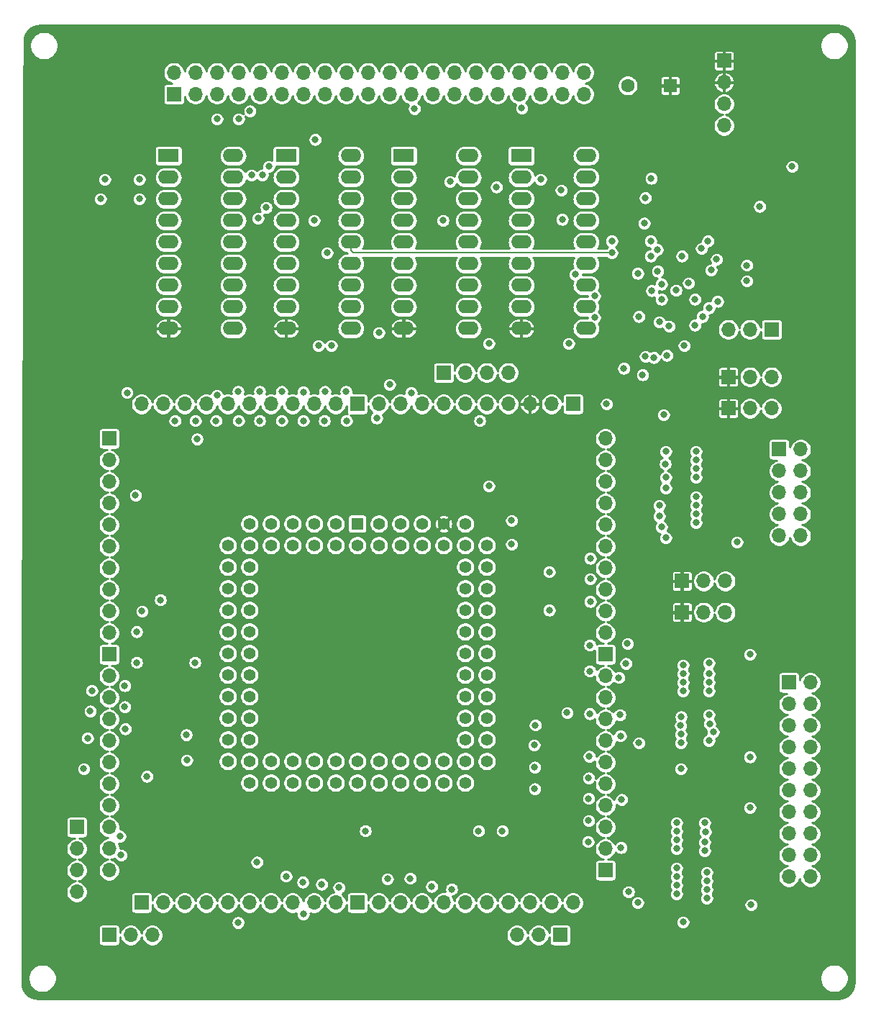
<source format=gbr>
%TF.GenerationSoftware,KiCad,Pcbnew,(5.1.10)-1*%
%TF.CreationDate,2021-06-15T10:48:06-05:00*%
%TF.ProjectId,gd MegaII proto pcb,6764204d-6567-4614-9949-2070726f746f,rev?*%
%TF.SameCoordinates,Original*%
%TF.FileFunction,Copper,L2,Inr*%
%TF.FilePolarity,Positive*%
%FSLAX46Y46*%
G04 Gerber Fmt 4.6, Leading zero omitted, Abs format (unit mm)*
G04 Created by KiCad (PCBNEW (5.1.10)-1) date 2021-06-15 10:48:06*
%MOMM*%
%LPD*%
G01*
G04 APERTURE LIST*
%TA.AperFunction,ComponentPad*%
%ADD10O,1.700000X1.700000*%
%TD*%
%TA.AperFunction,ComponentPad*%
%ADD11R,1.700000X1.700000*%
%TD*%
%TA.AperFunction,ComponentPad*%
%ADD12O,2.400000X1.600000*%
%TD*%
%TA.AperFunction,ComponentPad*%
%ADD13R,2.400000X1.600000*%
%TD*%
%TA.AperFunction,ComponentPad*%
%ADD14C,1.600000*%
%TD*%
%TA.AperFunction,ComponentPad*%
%ADD15R,1.600000X1.600000*%
%TD*%
%TA.AperFunction,ComponentPad*%
%ADD16C,1.422400*%
%TD*%
%TA.AperFunction,ComponentPad*%
%ADD17R,1.422400X1.422400*%
%TD*%
%TA.AperFunction,ViaPad*%
%ADD18C,0.800000*%
%TD*%
%TA.AperFunction,Conductor*%
%ADD19C,0.203200*%
%TD*%
%TA.AperFunction,Conductor*%
%ADD20C,0.254000*%
%TD*%
%TA.AperFunction,Conductor*%
%ADD21C,0.100000*%
%TD*%
G04 APERTURE END LIST*
D10*
%TO.N,/M2SEL*%
%TO.C,J8*%
X148336000Y-139700000D03*
%TO.N,/BA12*%
X150876000Y-139700000D03*
D11*
%TO.N,GND*%
X153416000Y-139700000D03*
%TD*%
D10*
%TO.N,/R-W*%
%TO.C,J6*%
X105410000Y-139700000D03*
%TO.N,/RESET*%
X102870000Y-139700000D03*
D11*
%TO.N,/IRQ*%
X100330000Y-139700000D03*
%TD*%
D10*
%TO.N,GND*%
%TO.C,J7*%
X156210000Y-38227000D03*
%TO.N,/PH#*%
X156210000Y-40767000D03*
%TO.N,GND*%
X153670000Y-38227000D03*
X153670000Y-40767000D03*
%TO.N,/MD7*%
X151130000Y-38227000D03*
%TO.N,/RA7*%
X151130000Y-40767000D03*
%TO.N,/MD6*%
X148590000Y-38227000D03*
%TO.N,/RA6*%
X148590000Y-40767000D03*
%TO.N,/MD5*%
X146050000Y-38227000D03*
%TO.N,/RA5*%
X146050000Y-40767000D03*
%TO.N,GND*%
X143510000Y-38227000D03*
%TO.N,/RA4*%
X143510000Y-40767000D03*
%TO.N,/MD4*%
X140970000Y-38227000D03*
%TO.N,GND*%
X140970000Y-40767000D03*
%TO.N,/MD3*%
X138430000Y-38227000D03*
%TO.N,/RA3*%
X138430000Y-40767000D03*
%TO.N,/MD2*%
X135890000Y-38227000D03*
%TO.N,/RA2*%
X135890000Y-40767000D03*
%TO.N,GND*%
X133350000Y-38227000D03*
%TO.N,/RA1*%
X133350000Y-40767000D03*
%TO.N,Net-(J7-Pad20)*%
X130810000Y-38227000D03*
%TO.N,GND*%
X130810000Y-40767000D03*
%TO.N,/MD1*%
X128270000Y-38227000D03*
%TO.N,/RA0*%
X128270000Y-40767000D03*
%TO.N,/MD0*%
X125730000Y-38227000D03*
%TO.N,/AD0*%
X125730000Y-40767000D03*
%TO.N,GND*%
X123190000Y-38227000D03*
%TO.N,/AD1*%
X123190000Y-40767000D03*
%TO.N,/AD2*%
X120650000Y-38227000D03*
%TO.N,GND*%
X120650000Y-40767000D03*
%TO.N,/AD4*%
X118110000Y-38227000D03*
%TO.N,/AD3*%
X118110000Y-40767000D03*
%TO.N,/AD6*%
X115570000Y-38227000D03*
%TO.N,/AD5*%
X115570000Y-40767000D03*
%TO.N,GND*%
X113030000Y-38227000D03*
%TO.N,/AD7*%
X113030000Y-40767000D03*
%TO.N,GND*%
X110490000Y-38227000D03*
X110490000Y-40767000D03*
%TO.N,/14M*%
X107950000Y-38227000D03*
D11*
%TO.N,GND*%
X107950000Y-40767000D03*
%TD*%
D12*
%TO.N,GND*%
%TO.C,U7*%
X142621000Y-48006000D03*
%TO.N,+5V*%
X135001000Y-68326000D03*
%TO.N,/MD3*%
X142621000Y-50546000D03*
%TO.N,/RAF1*%
X135001000Y-65786000D03*
%TO.N,/CASM.B*%
X142621000Y-53086000D03*
%TO.N,/RAF2*%
X135001000Y-63246000D03*
%TO.N,/MD2*%
X142621000Y-55626000D03*
%TO.N,/RAF0*%
X135001000Y-60706000D03*
%TO.N,/UM4-14*%
X142621000Y-58166000D03*
%TO.N,/RAS.B*%
X135001000Y-58166000D03*
%TO.N,/RAF3*%
X142621000Y-60706000D03*
%TO.N,/RWE.B*%
X135001000Y-55626000D03*
%TO.N,/RAF4*%
X142621000Y-63246000D03*
%TO.N,/MD1*%
X135001000Y-53086000D03*
%TO.N,/RAF5*%
X142621000Y-65786000D03*
%TO.N,/MD0*%
X135001000Y-50546000D03*
%TO.N,/UM4-10*%
X142621000Y-68326000D03*
D13*
%TO.N,GND*%
X135001000Y-48006000D03*
%TD*%
D10*
%TO.N,/C060-67*%
%TO.C,JP8*%
X104140000Y-77216000D03*
%TO.N,/PDLTRIG*%
X106680000Y-77216000D03*
%TO.N,/MD0*%
X109220000Y-77216000D03*
%TO.N,/MD1*%
X111760000Y-77216000D03*
%TO.N,/MD2*%
X114300000Y-77216000D03*
%TO.N,/MD3*%
X116840000Y-77216000D03*
%TO.N,/MD4*%
X119380000Y-77216000D03*
%TO.N,/MD5*%
X121920000Y-77216000D03*
%TO.N,/MD6*%
X124460000Y-77216000D03*
%TO.N,/MD7*%
X127000000Y-77216000D03*
D11*
%TO.N,/RAMWE*%
X129540000Y-77216000D03*
%TD*%
D10*
%TO.N,/7M*%
%TO.C,J12*%
X147320000Y-73533000D03*
%TO.N,/CREF*%
X144780000Y-73533000D03*
%TO.N,/Q3*%
X142240000Y-73533000D03*
D11*
%TO.N,/PH#*%
X139700000Y-73533000D03*
%TD*%
D10*
%TO.N,/RGB2*%
%TO.C,JP1*%
X96520000Y-134620000D03*
%TO.N,/RGB1*%
X96520000Y-132080000D03*
%TO.N,/RGB8*%
X96520000Y-129540000D03*
D11*
%TO.N,/RGB4*%
X96520000Y-127000000D03*
%TD*%
D10*
%TO.N,/RA0*%
%TO.C,JP15*%
X158750000Y-81280000D03*
%TO.N,/RA1*%
X158750000Y-83820000D03*
%TO.N,/RA2*%
X158750000Y-86360000D03*
%TO.N,/RA3*%
X158750000Y-88900000D03*
%TO.N,/RA4*%
X158750000Y-91440000D03*
%TO.N,/RA5*%
X158750000Y-93980000D03*
%TO.N,/RA6*%
X158750000Y-96520000D03*
%TO.N,/RA7*%
X158750000Y-99060000D03*
%TO.N,/BA0*%
X158750000Y-101600000D03*
%TO.N,/BA1*%
X158750000Y-104140000D03*
D11*
%TO.N,/BA2*%
X158750000Y-106680000D03*
%TD*%
D10*
%TO.N,GND*%
%TO.C,J11*%
X172720000Y-44450000D03*
X172720000Y-41910000D03*
%TO.N,+5V*%
X172720000Y-39370000D03*
D11*
X172720000Y-36830000D03*
%TD*%
D14*
%TO.N,GND*%
%TO.C,C2*%
X161370000Y-39751000D03*
D15*
%TO.N,+5V*%
X166370000Y-39751000D03*
%TD*%
D10*
%TO.N,/BA3*%
%TO.C,JP16*%
X158750000Y-109220000D03*
%TO.N,/BA4*%
X158750000Y-111760000D03*
%TO.N,/BA5*%
X158750000Y-114300000D03*
%TO.N,/BA6*%
X158750000Y-116840000D03*
%TO.N,/BA7*%
X158750000Y-119380000D03*
%TO.N,/BA8*%
X158750000Y-121920000D03*
%TO.N,/BA9*%
X158750000Y-124460000D03*
%TO.N,/BA10*%
X158750000Y-127000000D03*
%TO.N,/BA11*%
X158750000Y-129540000D03*
D11*
%TO.N,/BA12*%
X158750000Y-132080000D03*
%TD*%
D10*
%TO.N,/RAS*%
%TO.C,JP12*%
X132080000Y-77216000D03*
%TO.N,/CASM*%
X134620000Y-77216000D03*
%TO.N,/CASA*%
X137160000Y-77216000D03*
%TO.N,/PH#*%
X139700000Y-77216000D03*
%TO.N,/Q3*%
X142240000Y-77216000D03*
%TO.N,/CREF*%
X144780000Y-77216000D03*
%TO.N,/7M*%
X147320000Y-77216000D03*
%TO.N,+5V*%
X149860000Y-77216000D03*
%TO.N,/14M*%
X152400000Y-77216000D03*
D11*
%TO.N,GND*%
X154940000Y-77216000D03*
%TD*%
D10*
%TO.N,/BA13*%
%TO.C,JP11*%
X154940000Y-135890000D03*
%TO.N,/BA14*%
X152400000Y-135890000D03*
%TO.N,/BA15*%
X149860000Y-135890000D03*
%TO.N,/SYNC*%
X147320000Y-135890000D03*
%TO.N,/WINDOW*%
X144780000Y-135890000D03*
%TO.N,/RMBK*%
X142240000Y-135890000D03*
%TO.N,/S5*%
X139700000Y-135890000D03*
%TO.N,/S4*%
X137160000Y-135890000D03*
%TO.N,/S3*%
X134620000Y-135890000D03*
%TO.N,/S2*%
X132080000Y-135890000D03*
D11*
%TO.N,/S1*%
X129540000Y-135890000D03*
%TD*%
D10*
%TO.N,/S0*%
%TO.C,JP7*%
X127000000Y-135890000D03*
%TO.N,/R-W*%
X124460000Y-135890000D03*
%TO.N,/INH*%
X121920000Y-135890000D03*
%TO.N,/M2SEL*%
X119380000Y-135890000D03*
%TO.N,/DMA*%
X116840000Y-135890000D03*
%TO.N,/ROMEN*%
X114300000Y-135890000D03*
%TO.N,/MDI-MDO*%
X111760000Y-135890000D03*
%TO.N,/RESET*%
X109220000Y-135890000D03*
%TO.N,/RGB1*%
X106680000Y-135890000D03*
D11*
%TO.N,GND*%
X104140000Y-135890000D03*
%TD*%
D10*
%TO.N,/RGB2*%
%TO.C,JP4*%
X100330000Y-132080000D03*
%TO.N,/RGB4*%
X100330000Y-129540000D03*
%TO.N,/RGB8*%
X100330000Y-127000000D03*
%TO.N,/AD7*%
X100330000Y-124460000D03*
%TO.N,/AD6*%
X100330000Y-121920000D03*
%TO.N,/AD5*%
X100330000Y-119380000D03*
%TO.N,/AD4*%
X100330000Y-116840000D03*
%TO.N,/AD3*%
X100330000Y-114300000D03*
%TO.N,/AD2*%
X100330000Y-111760000D03*
%TO.N,/AD1*%
X100330000Y-109220000D03*
D11*
%TO.N,/AD0*%
X100330000Y-106680000D03*
%TD*%
D10*
%TO.N,/SERVIDEO*%
%TO.C,JP3*%
X100330000Y-104140000D03*
%TO.N,/MSW*%
X100330000Y-101600000D03*
%TO.N,/Y1*%
X100330000Y-99060000D03*
%TO.N,/Y0*%
X100330000Y-96520000D03*
%TO.N,/X1*%
X100330000Y-93980000D03*
%TO.N,/X0*%
X100330000Y-91440000D03*
%TO.N,/IRQ*%
X100330000Y-88900000D03*
%TO.N,/KSEL2*%
X100330000Y-86360000D03*
%TO.N,/KSEL1*%
X100330000Y-83820000D03*
D11*
%TO.N,/SPKR*%
X100330000Y-81280000D03*
%TD*%
D10*
%TO.N,/D7*%
%TO.C,J10*%
X181737000Y-92710000D03*
%TO.N,/D6*%
X179197000Y-92710000D03*
%TO.N,GND*%
X181737000Y-90170000D03*
%TO.N,/D4*%
X179197000Y-90170000D03*
%TO.N,/D5*%
X181737000Y-87630000D03*
%TO.N,GND*%
X179197000Y-87630000D03*
%TO.N,/D3*%
X181737000Y-85090000D03*
%TO.N,/D2*%
X179197000Y-85090000D03*
%TO.N,/D1*%
X181737000Y-82550000D03*
D11*
%TO.N,/D0*%
X179197000Y-82550000D03*
%TD*%
D10*
%TO.N,/A15*%
%TO.C,J9*%
X182880000Y-132842000D03*
%TO.N,/A14*%
X180340000Y-132842000D03*
%TO.N,/A13*%
X182880000Y-130302000D03*
%TO.N,/A12*%
X180340000Y-130302000D03*
%TO.N,/A11*%
X182880000Y-127762000D03*
%TO.N,GND*%
X180340000Y-127762000D03*
%TO.N,/A9*%
X182880000Y-125222000D03*
%TO.N,/A10*%
X180340000Y-125222000D03*
%TO.N,GND*%
X182880000Y-122682000D03*
%TO.N,/A8*%
X180340000Y-122682000D03*
%TO.N,/A7*%
X182880000Y-120142000D03*
%TO.N,/A6*%
X180340000Y-120142000D03*
%TO.N,/A5*%
X182880000Y-117602000D03*
%TO.N,GND*%
X180340000Y-117602000D03*
%TO.N,/A3*%
X182880000Y-115062000D03*
%TO.N,/A4*%
X180340000Y-115062000D03*
%TO.N,GND*%
X182880000Y-112522000D03*
%TO.N,/A2*%
X180340000Y-112522000D03*
%TO.N,/A1*%
X182880000Y-109982000D03*
D11*
%TO.N,/A0*%
X180340000Y-109982000D03*
%TD*%
D10*
%TO.N,GND*%
%TO.C,J5*%
X178308000Y-74041000D03*
%TO.N,/DBEN*%
X175768000Y-74041000D03*
D11*
%TO.N,+5V*%
X173228000Y-74041000D03*
%TD*%
D10*
%TO.N,GND*%
%TO.C,J4*%
X178308000Y-77724000D03*
%TO.N,/DBDIR*%
X175768000Y-77724000D03*
D11*
%TO.N,+5V*%
X173228000Y-77724000D03*
%TD*%
D10*
%TO.N,/FLIP6*%
%TO.C,J3*%
X173228000Y-68453000D03*
%TO.N,GND*%
X175768000Y-68453000D03*
D11*
%TO.N,/FLIP7*%
X178308000Y-68453000D03*
%TD*%
D10*
%TO.N,GND*%
%TO.C,J2*%
X172847000Y-101727000D03*
%TO.N,/ABEN*%
X170307000Y-101727000D03*
D11*
%TO.N,+5V*%
X167767000Y-101727000D03*
%TD*%
D10*
%TO.N,GND*%
%TO.C,J1*%
X172847000Y-98044000D03*
%TO.N,/ABDIR*%
X170307000Y-98044000D03*
D11*
%TO.N,+5V*%
X167767000Y-98044000D03*
%TD*%
D12*
%TO.N,GND*%
%TO.C,U9*%
X156464000Y-48006000D03*
%TO.N,+5V*%
X148844000Y-68326000D03*
%TO.N,/MD7*%
X156464000Y-50546000D03*
%TO.N,/RAF1*%
X148844000Y-65786000D03*
%TO.N,/CASM.B*%
X156464000Y-53086000D03*
%TO.N,/RAF2*%
X148844000Y-63246000D03*
%TO.N,/MD6*%
X156464000Y-55626000D03*
%TO.N,/RAF0*%
X148844000Y-60706000D03*
%TO.N,/UM4-14*%
X156464000Y-58166000D03*
%TO.N,/RAS.B*%
X148844000Y-58166000D03*
%TO.N,/RAF3*%
X156464000Y-60706000D03*
%TO.N,/RWE.B*%
X148844000Y-55626000D03*
%TO.N,/RAF4*%
X156464000Y-63246000D03*
%TO.N,/MD5*%
X148844000Y-53086000D03*
%TO.N,/RAF5*%
X156464000Y-65786000D03*
%TO.N,/MD4*%
X148844000Y-50546000D03*
%TO.N,/UM4-10*%
X156464000Y-68326000D03*
D13*
%TO.N,GND*%
X148844000Y-48006000D03*
%TD*%
D12*
%TO.N,GND*%
%TO.C,U4*%
X114935000Y-48006000D03*
%TO.N,+5V*%
X107315000Y-68326000D03*
%TO.N,/AD7*%
X114935000Y-50546000D03*
%TO.N,/RAF1*%
X107315000Y-65786000D03*
%TO.N,/CASA.B*%
X114935000Y-53086000D03*
%TO.N,/RAF2*%
X107315000Y-63246000D03*
%TO.N,/AD6*%
X114935000Y-55626000D03*
%TO.N,/RAF0*%
X107315000Y-60706000D03*
%TO.N,/RAF6*%
X114935000Y-58166000D03*
%TO.N,/RAS.B*%
X107315000Y-58166000D03*
%TO.N,/RAF3*%
X114935000Y-60706000D03*
%TO.N,/RWE.B*%
X107315000Y-55626000D03*
%TO.N,/RAF4*%
X114935000Y-63246000D03*
%TO.N,/AD5*%
X107315000Y-53086000D03*
%TO.N,/RAF5*%
X114935000Y-65786000D03*
%TO.N,/AD4*%
X107315000Y-50546000D03*
%TO.N,/RAF7*%
X114935000Y-68326000D03*
D13*
%TO.N,GND*%
X107315000Y-48006000D03*
%TD*%
D12*
%TO.N,GND*%
%TO.C,U2*%
X128778000Y-48006000D03*
%TO.N,+5V*%
X121158000Y-68326000D03*
%TO.N,/AD3*%
X128778000Y-50546000D03*
%TO.N,/RAF1*%
X121158000Y-65786000D03*
%TO.N,/CASA.B*%
X128778000Y-53086000D03*
%TO.N,/RAF2*%
X121158000Y-63246000D03*
%TO.N,/AD2*%
X128778000Y-55626000D03*
%TO.N,/RAF0*%
X121158000Y-60706000D03*
%TO.N,/RAF6*%
X128778000Y-58166000D03*
%TO.N,/RAS.B*%
X121158000Y-58166000D03*
%TO.N,/RAF3*%
X128778000Y-60706000D03*
%TO.N,/RWE.B*%
X121158000Y-55626000D03*
%TO.N,/RAF4*%
X128778000Y-63246000D03*
%TO.N,/AD1*%
X121158000Y-53086000D03*
%TO.N,/RAF5*%
X128778000Y-65786000D03*
%TO.N,/AD0*%
X121158000Y-50546000D03*
%TO.N,/RAF7*%
X128778000Y-68326000D03*
D13*
%TO.N,GND*%
X121158000Y-48006000D03*
%TD*%
D16*
%TO.N,/RA2*%
%TO.C,U1*%
X144780000Y-96393000D03*
%TO.N,/RA4*%
X144780000Y-98933000D03*
%TO.N,/RA6*%
X144780000Y-101473000D03*
%TO.N,/BA0*%
X144780000Y-104013000D03*
%TO.N,/BA2*%
X144780000Y-106553000D03*
%TO.N,/BA4*%
X144780000Y-109093000D03*
%TO.N,/BA6*%
X144780000Y-111633000D03*
%TO.N,/BA8*%
X144780000Y-114173000D03*
%TO.N,/BA10*%
X144780000Y-116713000D03*
%TO.N,/BA12*%
X144780000Y-119253000D03*
%TO.N,/RA1*%
X142240000Y-96393000D03*
%TO.N,/RA3*%
X142240000Y-98933000D03*
%TO.N,/RA5*%
X142240000Y-101473000D03*
%TO.N,/RA7*%
X142240000Y-104013000D03*
%TO.N,/BA1*%
X142240000Y-106553000D03*
%TO.N,/BA3*%
X142240000Y-109093000D03*
%TO.N,/BA5*%
X142240000Y-111633000D03*
%TO.N,/BA7*%
X142240000Y-114173000D03*
%TO.N,/BA9*%
X142240000Y-116713000D03*
%TO.N,/BA11*%
X142240000Y-119253000D03*
%TO.N,/BA13*%
X142240000Y-121793000D03*
%TO.N,/BA15*%
X139700000Y-121793000D03*
%TO.N,/WINDOW*%
X137160000Y-121793000D03*
%TO.N,/S5*%
X134620000Y-121793000D03*
%TO.N,/S3*%
X132080000Y-121793000D03*
%TO.N,/S1*%
X129540000Y-121793000D03*
%TO.N,/R-W*%
X127000000Y-121793000D03*
%TO.N,/M2SEL*%
X124460000Y-121793000D03*
%TO.N,/ROMEN*%
X121920000Y-121793000D03*
%TO.N,/RESET*%
X119380000Y-121793000D03*
%TO.N,GND*%
X116840000Y-121793000D03*
%TO.N,/BA14*%
X139700000Y-119253000D03*
%TO.N,/SYNC*%
X137160000Y-119253000D03*
%TO.N,/RMBK*%
X134620000Y-119253000D03*
%TO.N,/S4*%
X132080000Y-119253000D03*
%TO.N,/S2*%
X129540000Y-119253000D03*
%TO.N,/S0*%
X127000000Y-119253000D03*
%TO.N,/INH*%
X124460000Y-119253000D03*
%TO.N,/DMA*%
X121920000Y-119253000D03*
%TO.N,/MDI-MDO*%
X119380000Y-119253000D03*
%TO.N,/RGB1*%
X116840000Y-119253000D03*
%TO.N,/RGB2*%
X114300000Y-119253000D03*
%TO.N,/RGB8*%
X114300000Y-116713000D03*
%TO.N,/AD6*%
X114300000Y-114173000D03*
%TO.N,/AD4*%
X114300000Y-111633000D03*
%TO.N,/AD2*%
X114300000Y-109093000D03*
%TO.N,/AD0*%
X114300000Y-106553000D03*
%TO.N,/MSW*%
X114300000Y-104013000D03*
%TO.N,/Y0*%
X114300000Y-101473000D03*
%TO.N,/X0*%
X114300000Y-98933000D03*
%TO.N,/KSEL2*%
X114300000Y-96393000D03*
%TO.N,/SPKR*%
X114300000Y-93853000D03*
%TO.N,/RGB4*%
X116840000Y-116713000D03*
%TO.N,/AD7*%
X116840000Y-114173000D03*
%TO.N,/AD5*%
X116840000Y-111633000D03*
%TO.N,/AD3*%
X116840000Y-109093000D03*
%TO.N,/AD1*%
X116840000Y-106553000D03*
%TO.N,/SERVIDEO*%
X116840000Y-104013000D03*
%TO.N,/Y1*%
X116840000Y-101473000D03*
%TO.N,/X1*%
X116840000Y-98933000D03*
%TO.N,/IRQ*%
X116840000Y-96393000D03*
%TO.N,/KSEL1*%
X116840000Y-93853000D03*
%TO.N,GND*%
X142240000Y-91313000D03*
%TO.N,+5V*%
X139700000Y-91313000D03*
%TO.N,/CREF*%
X137160000Y-91313000D03*
%TO.N,/PH#*%
X134620000Y-91313000D03*
%TO.N,/CASM*%
X132080000Y-91313000D03*
%TO.N,/C060-67*%
X116840000Y-91313000D03*
%TO.N,/MD0*%
X119380000Y-91313000D03*
%TO.N,/MD2*%
X121920000Y-91313000D03*
%TO.N,/MD4*%
X124460000Y-91313000D03*
%TO.N,/MD6*%
X127000000Y-91313000D03*
D17*
%TO.N,/RAMWE*%
X129540000Y-91313000D03*
D16*
%TO.N,/RA0*%
X144780000Y-93853000D03*
%TO.N,/14M*%
X142240000Y-93853000D03*
%TO.N,/7M*%
X139700000Y-93853000D03*
%TO.N,/Q3*%
X137160000Y-93853000D03*
%TO.N,/CASA*%
X134620000Y-93853000D03*
%TO.N,/RAS*%
X132080000Y-93853000D03*
%TO.N,/PDLTRIG*%
X119380000Y-93853000D03*
%TO.N,/MD1*%
X121920000Y-93853000D03*
%TO.N,/MD3*%
X124460000Y-93853000D03*
%TO.N,/MD5*%
X127000000Y-93853000D03*
%TO.N,/MD7*%
X129540000Y-93853000D03*
%TD*%
D18*
%TO.N,GND*%
X174244000Y-93472000D03*
X167894000Y-138176000D03*
X167640000Y-120142000D03*
X175768000Y-124714000D03*
X175768000Y-106680000D03*
X180721000Y-49276000D03*
X165608000Y-78486000D03*
X171958000Y-65151000D03*
X176911000Y-53975000D03*
X154432000Y-70104000D03*
X145034000Y-86868000D03*
X116903500Y-42735500D03*
X106362500Y-100266500D03*
X104203500Y-101600000D03*
X103568500Y-104013000D03*
X103568500Y-107632500D03*
X110426500Y-107632500D03*
X102171500Y-110363000D03*
X102171500Y-112839500D03*
X102235000Y-115443000D03*
X97790000Y-116522500D03*
X98107500Y-113347500D03*
X98298000Y-110934500D03*
X103441500Y-87947500D03*
X110680500Y-81343500D03*
X110490000Y-79184500D03*
X112903000Y-79184500D03*
X115570000Y-79184500D03*
X118046500Y-79184500D03*
X120650000Y-79184500D03*
X123190000Y-79184500D03*
X125666500Y-79184500D03*
X128270000Y-79184500D03*
X131826000Y-78867000D03*
X143954500Y-79184500D03*
X108077000Y-79184500D03*
X147701000Y-90932000D03*
X147701000Y-93726000D03*
X152146000Y-96964500D03*
X156972000Y-95377000D03*
X156972000Y-97790000D03*
X152146000Y-101473000D03*
X156972000Y-100457000D03*
X156908500Y-105600500D03*
X156908500Y-108648500D03*
X156908500Y-113665000D03*
X154241500Y-113538000D03*
X156845000Y-118681500D03*
X156781500Y-121221500D03*
X156781500Y-123634500D03*
X156781500Y-126238000D03*
X156718000Y-128714500D03*
X150431500Y-122491500D03*
X150431500Y-119951500D03*
X150368000Y-117348000D03*
X150495000Y-114998500D03*
X161353500Y-105410000D03*
X161163000Y-107759500D03*
X160337500Y-109410500D03*
X160464500Y-113792000D03*
X160528000Y-116268500D03*
X160655000Y-123761500D03*
X160591500Y-129413000D03*
X146621500Y-127444500D03*
X143827500Y-127444500D03*
X130492500Y-127444500D03*
X133096000Y-133096000D03*
X135763000Y-133032500D03*
X138303000Y-133985000D03*
X140652500Y-134302500D03*
X127381000Y-134112000D03*
X125349000Y-133731000D03*
X123126500Y-133477000D03*
X121158000Y-132778500D03*
X117729000Y-131127500D03*
X115506500Y-138239500D03*
X123190000Y-137223500D03*
X109474000Y-119126000D03*
X109410500Y-116141500D03*
X104775000Y-121031000D03*
X97345500Y-120142000D03*
X101600000Y-128079500D03*
X101727000Y-130302000D03*
X175387000Y-60896500D03*
X163322000Y-55943500D03*
X164147500Y-50673000D03*
X164909500Y-61595000D03*
X136271000Y-42481500D03*
X148907500Y-42418000D03*
X168021000Y-70358000D03*
X163131500Y-73787000D03*
X113030000Y-76200000D03*
X115506500Y-75755500D03*
X118046500Y-75755500D03*
X120650000Y-75755500D03*
X123190000Y-75819000D03*
X125730000Y-75755500D03*
X128206500Y-75755500D03*
X135890000Y-75882500D03*
%TO.N,/AD7*%
X117094000Y-50292000D03*
X113029990Y-43688000D03*
%TO.N,/AD6*%
X117856000Y-55372000D03*
X115570000Y-43688000D03*
X118364000Y-50291992D03*
%TO.N,/AD5*%
X99314000Y-53086000D03*
X103886000Y-53086000D03*
%TO.N,/AD4*%
X99822000Y-50800000D03*
X103886000Y-50800000D03*
%TO.N,/AD2*%
X124587000Y-46101000D03*
%TO.N,/AD1*%
X118814810Y-54102000D03*
X119126000Y-49276000D03*
%TO.N,/AD0*%
X102428750Y-75879250D03*
%TO.N,/MD0*%
X165862000Y-82804810D03*
%TO.N,/MD1*%
X165803302Y-84265304D03*
%TO.N,/MD2*%
X165862000Y-85852000D03*
X139630190Y-55626000D03*
%TO.N,/MD3*%
X140462000Y-51054000D03*
X165862000Y-87122000D03*
%TO.N,/MD4*%
X145923000Y-51689000D03*
X165100000Y-89154000D03*
%TO.N,/MD5*%
X151130000Y-50800000D03*
X165100000Y-90424000D03*
%TO.N,/MD6*%
X153670000Y-55499000D03*
X153543000Y-52070000D03*
X165354000Y-91694000D03*
%TO.N,/MD7*%
X165862000Y-92964000D03*
%TO.N,/A13*%
X170688000Y-133350000D03*
%TO.N,/A14*%
X170688000Y-134366000D03*
%TO.N,/A15*%
X170688000Y-135382000D03*
%TO.N,/CASA*%
X133350000Y-74930000D03*
%TO.N,/RA0*%
X158877000Y-77216000D03*
X162560000Y-61849000D03*
%TO.N,/RA1*%
X160913202Y-73025000D03*
X162687000Y-66929000D03*
%TO.N,/RA2*%
X164211000Y-63881000D03*
X163449000Y-71628000D03*
X167062194Y-63839114D03*
%TO.N,/RA3*%
X164084000Y-59817000D03*
X167767004Y-59817000D03*
X164465000Y-71755000D03*
X165100000Y-67564000D03*
%TO.N,/RA4*%
X165354000Y-63119000D03*
X168528994Y-62992000D03*
X165989000Y-71501000D03*
X166243000Y-68072000D03*
%TO.N,/RA5*%
X165354000Y-64897000D03*
X169291000Y-64897004D03*
X169291000Y-67945000D03*
%TO.N,/RA6*%
X170053000Y-58928000D03*
X164846004Y-59055000D03*
X170180000Y-66929000D03*
%TO.N,/RA7*%
X164084000Y-58039000D03*
X170815000Y-58039004D03*
X171196000Y-61468000D03*
X170942000Y-65913000D03*
%TO.N,/A0*%
X170942000Y-107696000D03*
%TO.N,/A1*%
X170942000Y-108966000D03*
%TO.N,/A2*%
X170942000Y-109982000D03*
%TO.N,/A3*%
X170942000Y-110998000D03*
%TO.N,/A4*%
X170942000Y-113792000D03*
%TO.N,/A5*%
X171028709Y-114842391D03*
%TO.N,/A6*%
X171450000Y-115824000D03*
%TO.N,/A7*%
X170942000Y-116840000D03*
%TO.N,/A8*%
X170434000Y-126492000D03*
%TO.N,/A9*%
X170520709Y-127542391D03*
%TO.N,/A10*%
X170434000Y-128778000D03*
%TO.N,/A11*%
X170434000Y-129794000D03*
%TO.N,/A12*%
X170688000Y-132334000D03*
%TO.N,/RAF0*%
X155194000Y-61976000D03*
%TO.N,/RAF1*%
X157480000Y-67056000D03*
%TO.N,/RAF2*%
X157480000Y-64516000D03*
%TO.N,/RAF6*%
X159512000Y-59435988D03*
%TO.N,/RAF7*%
X159512000Y-58039000D03*
%TO.N,/CASA.B*%
X132080000Y-68834000D03*
%TO.N,/CASM.B*%
X145034000Y-70104000D03*
%TO.N,/RAS.B*%
X126492004Y-70358000D03*
X125984000Y-59436000D03*
%TO.N,/RWE.B*%
X124967996Y-70358000D03*
X124460000Y-55626000D03*
%TO.N,Net-(R14-Pad2)*%
X171831000Y-60198000D03*
X163449000Y-52959000D03*
%TO.N,/BA0*%
X167894000Y-107950000D03*
%TO.N,/BA1*%
X167894000Y-108966000D03*
%TO.N,/BA2*%
X167894000Y-109982000D03*
%TO.N,/BA3*%
X167894000Y-110998000D03*
%TO.N,/BA4*%
X167660494Y-114027742D03*
%TO.N,/BA5*%
X167604615Y-115045863D03*
%TO.N,/BA6*%
X167640000Y-116078000D03*
%TO.N,/BA7*%
X167640000Y-117094000D03*
%TO.N,/BA8*%
X167132000Y-126492000D03*
%TO.N,/BA9*%
X167132000Y-127508000D03*
%TO.N,/BA10*%
X167132000Y-128524000D03*
%TO.N,/BA11*%
X167132000Y-129540000D03*
%TO.N,/BA12*%
X167132000Y-131826000D03*
%TO.N,/BA13*%
X167132000Y-132842000D03*
%TO.N,/BA14*%
X167132000Y-133858000D03*
%TO.N,/BA15*%
X167132000Y-134874000D03*
X161474190Y-134620000D03*
%TO.N,/D0*%
X169418000Y-82804000D03*
%TO.N,/D1*%
X169418000Y-83820000D03*
%TO.N,/D2*%
X169418000Y-84836000D03*
%TO.N,/D3*%
X169418000Y-85852000D03*
%TO.N,/D4*%
X169418000Y-88138000D03*
%TO.N,/D5*%
X169418000Y-89154000D03*
%TO.N,/D6*%
X169418000Y-90170000D03*
%TO.N,/D7*%
X169418000Y-91186000D03*
%TO.N,/ABEN*%
X162687000Y-117094000D03*
X162560000Y-135890000D03*
%TO.N,/ABDIR*%
X175768000Y-118745000D03*
X175895000Y-136144000D03*
%TO.N,/FLIP7*%
X175387000Y-62738000D03*
%TO.N,+5V*%
X162560000Y-80264000D03*
X163322000Y-138176000D03*
X173609000Y-49530000D03*
X179959000Y-55372000D03*
X163366410Y-119962646D03*
X139700000Y-87376000D03*
%TD*%
D19*
%TO.N,/RAF6*%
X129044788Y-59435988D02*
X159512000Y-59435988D01*
X128778000Y-58166000D02*
X128778000Y-59169200D01*
X128778000Y-59169200D02*
X129044788Y-59435988D01*
%TD*%
D20*
%TO.N,+5V*%
X186546780Y-32701714D02*
X186897672Y-32807654D01*
X187221297Y-32979729D01*
X187505341Y-33211389D01*
X187738979Y-33493809D01*
X187913308Y-33816225D01*
X188021694Y-34166365D01*
X188062000Y-34549852D01*
X188062001Y-145268136D01*
X188024286Y-145652780D01*
X187918346Y-146003670D01*
X187746271Y-146327297D01*
X187514609Y-146611343D01*
X187232194Y-146844976D01*
X186909777Y-147019307D01*
X186559636Y-147127694D01*
X186176148Y-147168000D01*
X91967854Y-147168000D01*
X91583220Y-147130286D01*
X91232330Y-147024346D01*
X90908703Y-146852271D01*
X90624657Y-146620609D01*
X90391024Y-146338194D01*
X90216693Y-146015777D01*
X90108306Y-145665636D01*
X90068014Y-145282281D01*
X90069545Y-144614357D01*
X90774200Y-144614357D01*
X90774200Y-144945643D01*
X90838830Y-145270563D01*
X90965608Y-145576631D01*
X91149660Y-145852085D01*
X91383915Y-146086340D01*
X91659369Y-146270392D01*
X91965437Y-146397170D01*
X92290357Y-146461800D01*
X92621643Y-146461800D01*
X92946563Y-146397170D01*
X93252631Y-146270392D01*
X93528085Y-146086340D01*
X93762340Y-145852085D01*
X93946392Y-145576631D01*
X94073170Y-145270563D01*
X94137800Y-144945643D01*
X94137800Y-144614357D01*
X183992200Y-144614357D01*
X183992200Y-144945643D01*
X184056830Y-145270563D01*
X184183608Y-145576631D01*
X184367660Y-145852085D01*
X184601915Y-146086340D01*
X184877369Y-146270392D01*
X185183437Y-146397170D01*
X185508357Y-146461800D01*
X185839643Y-146461800D01*
X186164563Y-146397170D01*
X186470631Y-146270392D01*
X186746085Y-146086340D01*
X186980340Y-145852085D01*
X187164392Y-145576631D01*
X187291170Y-145270563D01*
X187355800Y-144945643D01*
X187355800Y-144614357D01*
X187291170Y-144289437D01*
X187164392Y-143983369D01*
X186980340Y-143707915D01*
X186746085Y-143473660D01*
X186470631Y-143289608D01*
X186164563Y-143162830D01*
X185839643Y-143098200D01*
X185508357Y-143098200D01*
X185183437Y-143162830D01*
X184877369Y-143289608D01*
X184601915Y-143473660D01*
X184367660Y-143707915D01*
X184183608Y-143983369D01*
X184056830Y-144289437D01*
X183992200Y-144614357D01*
X94137800Y-144614357D01*
X94073170Y-144289437D01*
X93946392Y-143983369D01*
X93762340Y-143707915D01*
X93528085Y-143473660D01*
X93252631Y-143289608D01*
X92946563Y-143162830D01*
X92621643Y-143098200D01*
X92290357Y-143098200D01*
X91965437Y-143162830D01*
X91659369Y-143289608D01*
X91383915Y-143473660D01*
X91149660Y-143707915D01*
X90965608Y-143983369D01*
X90838830Y-144289437D01*
X90774200Y-144614357D01*
X90069545Y-144614357D01*
X90082765Y-138850000D01*
X99046111Y-138850000D01*
X99046111Y-140550000D01*
X99054448Y-140634648D01*
X99079139Y-140716042D01*
X99119234Y-140791056D01*
X99173194Y-140856806D01*
X99238944Y-140910766D01*
X99313958Y-140950861D01*
X99395352Y-140975552D01*
X99480000Y-140983889D01*
X101180000Y-140983889D01*
X101264648Y-140975552D01*
X101346042Y-140950861D01*
X101421056Y-140910766D01*
X101486806Y-140856806D01*
X101540766Y-140791056D01*
X101580861Y-140716042D01*
X101605552Y-140634648D01*
X101613889Y-140550000D01*
X101613889Y-139955393D01*
X101637459Y-140073887D01*
X101734084Y-140307160D01*
X101874361Y-140517100D01*
X102052900Y-140695639D01*
X102262840Y-140835916D01*
X102496113Y-140932541D01*
X102743754Y-140981800D01*
X102996246Y-140981800D01*
X103243887Y-140932541D01*
X103477160Y-140835916D01*
X103687100Y-140695639D01*
X103865639Y-140517100D01*
X104005916Y-140307160D01*
X104102541Y-140073887D01*
X104140000Y-139885568D01*
X104177459Y-140073887D01*
X104274084Y-140307160D01*
X104414361Y-140517100D01*
X104592900Y-140695639D01*
X104802840Y-140835916D01*
X105036113Y-140932541D01*
X105283754Y-140981800D01*
X105536246Y-140981800D01*
X105783887Y-140932541D01*
X106017160Y-140835916D01*
X106227100Y-140695639D01*
X106405639Y-140517100D01*
X106545916Y-140307160D01*
X106642541Y-140073887D01*
X106691800Y-139826246D01*
X106691800Y-139573754D01*
X147054200Y-139573754D01*
X147054200Y-139826246D01*
X147103459Y-140073887D01*
X147200084Y-140307160D01*
X147340361Y-140517100D01*
X147518900Y-140695639D01*
X147728840Y-140835916D01*
X147962113Y-140932541D01*
X148209754Y-140981800D01*
X148462246Y-140981800D01*
X148709887Y-140932541D01*
X148943160Y-140835916D01*
X149153100Y-140695639D01*
X149331639Y-140517100D01*
X149471916Y-140307160D01*
X149568541Y-140073887D01*
X149606000Y-139885568D01*
X149643459Y-140073887D01*
X149740084Y-140307160D01*
X149880361Y-140517100D01*
X150058900Y-140695639D01*
X150268840Y-140835916D01*
X150502113Y-140932541D01*
X150749754Y-140981800D01*
X151002246Y-140981800D01*
X151249887Y-140932541D01*
X151483160Y-140835916D01*
X151693100Y-140695639D01*
X151871639Y-140517100D01*
X152011916Y-140307160D01*
X152108541Y-140073887D01*
X152132111Y-139955393D01*
X152132111Y-140550000D01*
X152140448Y-140634648D01*
X152165139Y-140716042D01*
X152205234Y-140791056D01*
X152259194Y-140856806D01*
X152324944Y-140910766D01*
X152399958Y-140950861D01*
X152481352Y-140975552D01*
X152566000Y-140983889D01*
X154266000Y-140983889D01*
X154350648Y-140975552D01*
X154432042Y-140950861D01*
X154507056Y-140910766D01*
X154572806Y-140856806D01*
X154626766Y-140791056D01*
X154666861Y-140716042D01*
X154691552Y-140634648D01*
X154699889Y-140550000D01*
X154699889Y-138850000D01*
X154691552Y-138765352D01*
X154666861Y-138683958D01*
X154626766Y-138608944D01*
X154572806Y-138543194D01*
X154507056Y-138489234D01*
X154432042Y-138449139D01*
X154350648Y-138424448D01*
X154266000Y-138416111D01*
X152566000Y-138416111D01*
X152481352Y-138424448D01*
X152399958Y-138449139D01*
X152324944Y-138489234D01*
X152259194Y-138543194D01*
X152205234Y-138608944D01*
X152165139Y-138683958D01*
X152140448Y-138765352D01*
X152132111Y-138850000D01*
X152132111Y-139444607D01*
X152108541Y-139326113D01*
X152011916Y-139092840D01*
X151871639Y-138882900D01*
X151693100Y-138704361D01*
X151483160Y-138564084D01*
X151249887Y-138467459D01*
X151002246Y-138418200D01*
X150749754Y-138418200D01*
X150502113Y-138467459D01*
X150268840Y-138564084D01*
X150058900Y-138704361D01*
X149880361Y-138882900D01*
X149740084Y-139092840D01*
X149643459Y-139326113D01*
X149606000Y-139514432D01*
X149568541Y-139326113D01*
X149471916Y-139092840D01*
X149331639Y-138882900D01*
X149153100Y-138704361D01*
X148943160Y-138564084D01*
X148709887Y-138467459D01*
X148462246Y-138418200D01*
X148209754Y-138418200D01*
X147962113Y-138467459D01*
X147728840Y-138564084D01*
X147518900Y-138704361D01*
X147340361Y-138882900D01*
X147200084Y-139092840D01*
X147103459Y-139326113D01*
X147054200Y-139573754D01*
X106691800Y-139573754D01*
X106642541Y-139326113D01*
X106545916Y-139092840D01*
X106405639Y-138882900D01*
X106227100Y-138704361D01*
X106017160Y-138564084D01*
X105783887Y-138467459D01*
X105536246Y-138418200D01*
X105283754Y-138418200D01*
X105036113Y-138467459D01*
X104802840Y-138564084D01*
X104592900Y-138704361D01*
X104414361Y-138882900D01*
X104274084Y-139092840D01*
X104177459Y-139326113D01*
X104140000Y-139514432D01*
X104102541Y-139326113D01*
X104005916Y-139092840D01*
X103865639Y-138882900D01*
X103687100Y-138704361D01*
X103477160Y-138564084D01*
X103243887Y-138467459D01*
X102996246Y-138418200D01*
X102743754Y-138418200D01*
X102496113Y-138467459D01*
X102262840Y-138564084D01*
X102052900Y-138704361D01*
X101874361Y-138882900D01*
X101734084Y-139092840D01*
X101637459Y-139326113D01*
X101613889Y-139444607D01*
X101613889Y-138850000D01*
X101605552Y-138765352D01*
X101580861Y-138683958D01*
X101540766Y-138608944D01*
X101486806Y-138543194D01*
X101421056Y-138489234D01*
X101346042Y-138449139D01*
X101264648Y-138424448D01*
X101180000Y-138416111D01*
X99480000Y-138416111D01*
X99395352Y-138424448D01*
X99313958Y-138449139D01*
X99238944Y-138489234D01*
X99173194Y-138543194D01*
X99119234Y-138608944D01*
X99079139Y-138683958D01*
X99054448Y-138765352D01*
X99046111Y-138850000D01*
X90082765Y-138850000D01*
X90084353Y-138157575D01*
X114674700Y-138157575D01*
X114674700Y-138321425D01*
X114706665Y-138482127D01*
X114769368Y-138633505D01*
X114860399Y-138769742D01*
X114976258Y-138885601D01*
X115112495Y-138976632D01*
X115263873Y-139039335D01*
X115424575Y-139071300D01*
X115588425Y-139071300D01*
X115749127Y-139039335D01*
X115900505Y-138976632D01*
X116036742Y-138885601D01*
X116152601Y-138769742D01*
X116243632Y-138633505D01*
X116306335Y-138482127D01*
X116338300Y-138321425D01*
X116338300Y-138157575D01*
X116325670Y-138094075D01*
X167062200Y-138094075D01*
X167062200Y-138257925D01*
X167094165Y-138418627D01*
X167156868Y-138570005D01*
X167247899Y-138706242D01*
X167363758Y-138822101D01*
X167499995Y-138913132D01*
X167651373Y-138975835D01*
X167812075Y-139007800D01*
X167975925Y-139007800D01*
X168136627Y-138975835D01*
X168288005Y-138913132D01*
X168424242Y-138822101D01*
X168540101Y-138706242D01*
X168631132Y-138570005D01*
X168693835Y-138418627D01*
X168725800Y-138257925D01*
X168725800Y-138094075D01*
X168693835Y-137933373D01*
X168631132Y-137781995D01*
X168540101Y-137645758D01*
X168424242Y-137529899D01*
X168288005Y-137438868D01*
X168136627Y-137376165D01*
X167975925Y-137344200D01*
X167812075Y-137344200D01*
X167651373Y-137376165D01*
X167499995Y-137438868D01*
X167363758Y-137529899D01*
X167247899Y-137645758D01*
X167156868Y-137781995D01*
X167094165Y-137933373D01*
X167062200Y-138094075D01*
X116325670Y-138094075D01*
X116306335Y-137996873D01*
X116243632Y-137845495D01*
X116152601Y-137709258D01*
X116036742Y-137593399D01*
X115900505Y-137502368D01*
X115749127Y-137439665D01*
X115588425Y-137407700D01*
X115424575Y-137407700D01*
X115263873Y-137439665D01*
X115112495Y-137502368D01*
X114976258Y-137593399D01*
X114860399Y-137709258D01*
X114769368Y-137845495D01*
X114706665Y-137996873D01*
X114674700Y-138157575D01*
X90084353Y-138157575D01*
X90111894Y-126150000D01*
X95236111Y-126150000D01*
X95236111Y-127850000D01*
X95244448Y-127934648D01*
X95269139Y-128016042D01*
X95309234Y-128091056D01*
X95363194Y-128156806D01*
X95428944Y-128210766D01*
X95503958Y-128250861D01*
X95585352Y-128275552D01*
X95670000Y-128283889D01*
X96264607Y-128283889D01*
X96146113Y-128307459D01*
X95912840Y-128404084D01*
X95702900Y-128544361D01*
X95524361Y-128722900D01*
X95384084Y-128932840D01*
X95287459Y-129166113D01*
X95238200Y-129413754D01*
X95238200Y-129666246D01*
X95287459Y-129913887D01*
X95384084Y-130147160D01*
X95524361Y-130357100D01*
X95702900Y-130535639D01*
X95912840Y-130675916D01*
X96146113Y-130772541D01*
X96334432Y-130810000D01*
X96146113Y-130847459D01*
X95912840Y-130944084D01*
X95702900Y-131084361D01*
X95524361Y-131262900D01*
X95384084Y-131472840D01*
X95287459Y-131706113D01*
X95238200Y-131953754D01*
X95238200Y-132206246D01*
X95287459Y-132453887D01*
X95384084Y-132687160D01*
X95524361Y-132897100D01*
X95702900Y-133075639D01*
X95912840Y-133215916D01*
X96146113Y-133312541D01*
X96334432Y-133350000D01*
X96146113Y-133387459D01*
X95912840Y-133484084D01*
X95702900Y-133624361D01*
X95524361Y-133802900D01*
X95384084Y-134012840D01*
X95287459Y-134246113D01*
X95238200Y-134493754D01*
X95238200Y-134746246D01*
X95287459Y-134993887D01*
X95384084Y-135227160D01*
X95524361Y-135437100D01*
X95702900Y-135615639D01*
X95912840Y-135755916D01*
X96146113Y-135852541D01*
X96393754Y-135901800D01*
X96646246Y-135901800D01*
X96893887Y-135852541D01*
X97127160Y-135755916D01*
X97337100Y-135615639D01*
X97515639Y-135437100D01*
X97655916Y-135227160D01*
X97733440Y-135040000D01*
X102856111Y-135040000D01*
X102856111Y-136740000D01*
X102864448Y-136824648D01*
X102889139Y-136906042D01*
X102929234Y-136981056D01*
X102983194Y-137046806D01*
X103048944Y-137100766D01*
X103123958Y-137140861D01*
X103205352Y-137165552D01*
X103290000Y-137173889D01*
X104990000Y-137173889D01*
X105074648Y-137165552D01*
X105156042Y-137140861D01*
X105231056Y-137100766D01*
X105296806Y-137046806D01*
X105350766Y-136981056D01*
X105390861Y-136906042D01*
X105415552Y-136824648D01*
X105423889Y-136740000D01*
X105423889Y-136145393D01*
X105447459Y-136263887D01*
X105544084Y-136497160D01*
X105684361Y-136707100D01*
X105862900Y-136885639D01*
X106072840Y-137025916D01*
X106306113Y-137122541D01*
X106553754Y-137171800D01*
X106806246Y-137171800D01*
X107053887Y-137122541D01*
X107287160Y-137025916D01*
X107497100Y-136885639D01*
X107675639Y-136707100D01*
X107815916Y-136497160D01*
X107912541Y-136263887D01*
X107950000Y-136075568D01*
X107987459Y-136263887D01*
X108084084Y-136497160D01*
X108224361Y-136707100D01*
X108402900Y-136885639D01*
X108612840Y-137025916D01*
X108846113Y-137122541D01*
X109093754Y-137171800D01*
X109346246Y-137171800D01*
X109593887Y-137122541D01*
X109827160Y-137025916D01*
X110037100Y-136885639D01*
X110215639Y-136707100D01*
X110355916Y-136497160D01*
X110452541Y-136263887D01*
X110490000Y-136075568D01*
X110527459Y-136263887D01*
X110624084Y-136497160D01*
X110764361Y-136707100D01*
X110942900Y-136885639D01*
X111152840Y-137025916D01*
X111386113Y-137122541D01*
X111633754Y-137171800D01*
X111886246Y-137171800D01*
X112133887Y-137122541D01*
X112367160Y-137025916D01*
X112577100Y-136885639D01*
X112755639Y-136707100D01*
X112895916Y-136497160D01*
X112992541Y-136263887D01*
X113030000Y-136075568D01*
X113067459Y-136263887D01*
X113164084Y-136497160D01*
X113304361Y-136707100D01*
X113482900Y-136885639D01*
X113692840Y-137025916D01*
X113926113Y-137122541D01*
X114173754Y-137171800D01*
X114426246Y-137171800D01*
X114673887Y-137122541D01*
X114907160Y-137025916D01*
X115117100Y-136885639D01*
X115295639Y-136707100D01*
X115435916Y-136497160D01*
X115532541Y-136263887D01*
X115570000Y-136075568D01*
X115607459Y-136263887D01*
X115704084Y-136497160D01*
X115844361Y-136707100D01*
X116022900Y-136885639D01*
X116232840Y-137025916D01*
X116466113Y-137122541D01*
X116713754Y-137171800D01*
X116966246Y-137171800D01*
X117213887Y-137122541D01*
X117447160Y-137025916D01*
X117657100Y-136885639D01*
X117835639Y-136707100D01*
X117975916Y-136497160D01*
X118072541Y-136263887D01*
X118110000Y-136075568D01*
X118147459Y-136263887D01*
X118244084Y-136497160D01*
X118384361Y-136707100D01*
X118562900Y-136885639D01*
X118772840Y-137025916D01*
X119006113Y-137122541D01*
X119253754Y-137171800D01*
X119506246Y-137171800D01*
X119753887Y-137122541D01*
X119987160Y-137025916D01*
X120197100Y-136885639D01*
X120375639Y-136707100D01*
X120515916Y-136497160D01*
X120612541Y-136263887D01*
X120650000Y-136075568D01*
X120687459Y-136263887D01*
X120784084Y-136497160D01*
X120924361Y-136707100D01*
X121102900Y-136885639D01*
X121312840Y-137025916D01*
X121546113Y-137122541D01*
X121793754Y-137171800D01*
X122046246Y-137171800D01*
X122293887Y-137122541D01*
X122368101Y-137091801D01*
X122358200Y-137141575D01*
X122358200Y-137305425D01*
X122390165Y-137466127D01*
X122452868Y-137617505D01*
X122543899Y-137753742D01*
X122659758Y-137869601D01*
X122795995Y-137960632D01*
X122947373Y-138023335D01*
X123108075Y-138055300D01*
X123271925Y-138055300D01*
X123432627Y-138023335D01*
X123584005Y-137960632D01*
X123720242Y-137869601D01*
X123836101Y-137753742D01*
X123927132Y-137617505D01*
X123989835Y-137466127D01*
X124021800Y-137305425D01*
X124021800Y-137141575D01*
X124011899Y-137091801D01*
X124086113Y-137122541D01*
X124333754Y-137171800D01*
X124586246Y-137171800D01*
X124833887Y-137122541D01*
X125067160Y-137025916D01*
X125277100Y-136885639D01*
X125455639Y-136707100D01*
X125595916Y-136497160D01*
X125692541Y-136263887D01*
X125730000Y-136075568D01*
X125767459Y-136263887D01*
X125864084Y-136497160D01*
X126004361Y-136707100D01*
X126182900Y-136885639D01*
X126392840Y-137025916D01*
X126626113Y-137122541D01*
X126873754Y-137171800D01*
X127126246Y-137171800D01*
X127373887Y-137122541D01*
X127607160Y-137025916D01*
X127817100Y-136885639D01*
X127995639Y-136707100D01*
X128135916Y-136497160D01*
X128232541Y-136263887D01*
X128256111Y-136145393D01*
X128256111Y-136740000D01*
X128264448Y-136824648D01*
X128289139Y-136906042D01*
X128329234Y-136981056D01*
X128383194Y-137046806D01*
X128448944Y-137100766D01*
X128523958Y-137140861D01*
X128605352Y-137165552D01*
X128690000Y-137173889D01*
X130390000Y-137173889D01*
X130474648Y-137165552D01*
X130556042Y-137140861D01*
X130631056Y-137100766D01*
X130696806Y-137046806D01*
X130750766Y-136981056D01*
X130790861Y-136906042D01*
X130815552Y-136824648D01*
X130823889Y-136740000D01*
X130823889Y-136145393D01*
X130847459Y-136263887D01*
X130944084Y-136497160D01*
X131084361Y-136707100D01*
X131262900Y-136885639D01*
X131472840Y-137025916D01*
X131706113Y-137122541D01*
X131953754Y-137171800D01*
X132206246Y-137171800D01*
X132453887Y-137122541D01*
X132687160Y-137025916D01*
X132897100Y-136885639D01*
X133075639Y-136707100D01*
X133215916Y-136497160D01*
X133312541Y-136263887D01*
X133350000Y-136075568D01*
X133387459Y-136263887D01*
X133484084Y-136497160D01*
X133624361Y-136707100D01*
X133802900Y-136885639D01*
X134012840Y-137025916D01*
X134246113Y-137122541D01*
X134493754Y-137171800D01*
X134746246Y-137171800D01*
X134993887Y-137122541D01*
X135227160Y-137025916D01*
X135437100Y-136885639D01*
X135615639Y-136707100D01*
X135755916Y-136497160D01*
X135852541Y-136263887D01*
X135890000Y-136075568D01*
X135927459Y-136263887D01*
X136024084Y-136497160D01*
X136164361Y-136707100D01*
X136342900Y-136885639D01*
X136552840Y-137025916D01*
X136786113Y-137122541D01*
X137033754Y-137171800D01*
X137286246Y-137171800D01*
X137533887Y-137122541D01*
X137767160Y-137025916D01*
X137977100Y-136885639D01*
X138155639Y-136707100D01*
X138295916Y-136497160D01*
X138392541Y-136263887D01*
X138430000Y-136075568D01*
X138467459Y-136263887D01*
X138564084Y-136497160D01*
X138704361Y-136707100D01*
X138882900Y-136885639D01*
X139092840Y-137025916D01*
X139326113Y-137122541D01*
X139573754Y-137171800D01*
X139826246Y-137171800D01*
X140073887Y-137122541D01*
X140307160Y-137025916D01*
X140517100Y-136885639D01*
X140695639Y-136707100D01*
X140835916Y-136497160D01*
X140932541Y-136263887D01*
X140970000Y-136075568D01*
X141007459Y-136263887D01*
X141104084Y-136497160D01*
X141244361Y-136707100D01*
X141422900Y-136885639D01*
X141632840Y-137025916D01*
X141866113Y-137122541D01*
X142113754Y-137171800D01*
X142366246Y-137171800D01*
X142613887Y-137122541D01*
X142847160Y-137025916D01*
X143057100Y-136885639D01*
X143235639Y-136707100D01*
X143375916Y-136497160D01*
X143472541Y-136263887D01*
X143510000Y-136075568D01*
X143547459Y-136263887D01*
X143644084Y-136497160D01*
X143784361Y-136707100D01*
X143962900Y-136885639D01*
X144172840Y-137025916D01*
X144406113Y-137122541D01*
X144653754Y-137171800D01*
X144906246Y-137171800D01*
X145153887Y-137122541D01*
X145387160Y-137025916D01*
X145597100Y-136885639D01*
X145775639Y-136707100D01*
X145915916Y-136497160D01*
X146012541Y-136263887D01*
X146050000Y-136075568D01*
X146087459Y-136263887D01*
X146184084Y-136497160D01*
X146324361Y-136707100D01*
X146502900Y-136885639D01*
X146712840Y-137025916D01*
X146946113Y-137122541D01*
X147193754Y-137171800D01*
X147446246Y-137171800D01*
X147693887Y-137122541D01*
X147927160Y-137025916D01*
X148137100Y-136885639D01*
X148315639Y-136707100D01*
X148455916Y-136497160D01*
X148552541Y-136263887D01*
X148590000Y-136075568D01*
X148627459Y-136263887D01*
X148724084Y-136497160D01*
X148864361Y-136707100D01*
X149042900Y-136885639D01*
X149252840Y-137025916D01*
X149486113Y-137122541D01*
X149733754Y-137171800D01*
X149986246Y-137171800D01*
X150233887Y-137122541D01*
X150467160Y-137025916D01*
X150677100Y-136885639D01*
X150855639Y-136707100D01*
X150995916Y-136497160D01*
X151092541Y-136263887D01*
X151130000Y-136075568D01*
X151167459Y-136263887D01*
X151264084Y-136497160D01*
X151404361Y-136707100D01*
X151582900Y-136885639D01*
X151792840Y-137025916D01*
X152026113Y-137122541D01*
X152273754Y-137171800D01*
X152526246Y-137171800D01*
X152773887Y-137122541D01*
X153007160Y-137025916D01*
X153217100Y-136885639D01*
X153395639Y-136707100D01*
X153535916Y-136497160D01*
X153632541Y-136263887D01*
X153670000Y-136075568D01*
X153707459Y-136263887D01*
X153804084Y-136497160D01*
X153944361Y-136707100D01*
X154122900Y-136885639D01*
X154332840Y-137025916D01*
X154566113Y-137122541D01*
X154813754Y-137171800D01*
X155066246Y-137171800D01*
X155313887Y-137122541D01*
X155547160Y-137025916D01*
X155757100Y-136885639D01*
X155935639Y-136707100D01*
X156075916Y-136497160D01*
X156172541Y-136263887D01*
X156221800Y-136016246D01*
X156221800Y-135808075D01*
X161728200Y-135808075D01*
X161728200Y-135971925D01*
X161760165Y-136132627D01*
X161822868Y-136284005D01*
X161913899Y-136420242D01*
X162029758Y-136536101D01*
X162165995Y-136627132D01*
X162317373Y-136689835D01*
X162478075Y-136721800D01*
X162641925Y-136721800D01*
X162802627Y-136689835D01*
X162954005Y-136627132D01*
X163090242Y-136536101D01*
X163206101Y-136420242D01*
X163297132Y-136284005D01*
X163359835Y-136132627D01*
X163391800Y-135971925D01*
X163391800Y-135808075D01*
X163359835Y-135647373D01*
X163297132Y-135495995D01*
X163206101Y-135359758D01*
X163090242Y-135243899D01*
X162954005Y-135152868D01*
X162802627Y-135090165D01*
X162641925Y-135058200D01*
X162478075Y-135058200D01*
X162317373Y-135090165D01*
X162165995Y-135152868D01*
X162029758Y-135243899D01*
X161913899Y-135359758D01*
X161822868Y-135495995D01*
X161760165Y-135647373D01*
X161728200Y-135808075D01*
X156221800Y-135808075D01*
X156221800Y-135763754D01*
X156172541Y-135516113D01*
X156075916Y-135282840D01*
X155935639Y-135072900D01*
X155757100Y-134894361D01*
X155547160Y-134754084D01*
X155313887Y-134657459D01*
X155066246Y-134608200D01*
X154813754Y-134608200D01*
X154566113Y-134657459D01*
X154332840Y-134754084D01*
X154122900Y-134894361D01*
X153944361Y-135072900D01*
X153804084Y-135282840D01*
X153707459Y-135516113D01*
X153670000Y-135704432D01*
X153632541Y-135516113D01*
X153535916Y-135282840D01*
X153395639Y-135072900D01*
X153217100Y-134894361D01*
X153007160Y-134754084D01*
X152773887Y-134657459D01*
X152526246Y-134608200D01*
X152273754Y-134608200D01*
X152026113Y-134657459D01*
X151792840Y-134754084D01*
X151582900Y-134894361D01*
X151404361Y-135072900D01*
X151264084Y-135282840D01*
X151167459Y-135516113D01*
X151130000Y-135704432D01*
X151092541Y-135516113D01*
X150995916Y-135282840D01*
X150855639Y-135072900D01*
X150677100Y-134894361D01*
X150467160Y-134754084D01*
X150233887Y-134657459D01*
X149986246Y-134608200D01*
X149733754Y-134608200D01*
X149486113Y-134657459D01*
X149252840Y-134754084D01*
X149042900Y-134894361D01*
X148864361Y-135072900D01*
X148724084Y-135282840D01*
X148627459Y-135516113D01*
X148590000Y-135704432D01*
X148552541Y-135516113D01*
X148455916Y-135282840D01*
X148315639Y-135072900D01*
X148137100Y-134894361D01*
X147927160Y-134754084D01*
X147693887Y-134657459D01*
X147446246Y-134608200D01*
X147193754Y-134608200D01*
X146946113Y-134657459D01*
X146712840Y-134754084D01*
X146502900Y-134894361D01*
X146324361Y-135072900D01*
X146184084Y-135282840D01*
X146087459Y-135516113D01*
X146050000Y-135704432D01*
X146012541Y-135516113D01*
X145915916Y-135282840D01*
X145775639Y-135072900D01*
X145597100Y-134894361D01*
X145387160Y-134754084D01*
X145153887Y-134657459D01*
X144906246Y-134608200D01*
X144653754Y-134608200D01*
X144406113Y-134657459D01*
X144172840Y-134754084D01*
X143962900Y-134894361D01*
X143784361Y-135072900D01*
X143644084Y-135282840D01*
X143547459Y-135516113D01*
X143510000Y-135704432D01*
X143472541Y-135516113D01*
X143375916Y-135282840D01*
X143235639Y-135072900D01*
X143057100Y-134894361D01*
X142847160Y-134754084D01*
X142613887Y-134657459D01*
X142366246Y-134608200D01*
X142113754Y-134608200D01*
X141866113Y-134657459D01*
X141632840Y-134754084D01*
X141422900Y-134894361D01*
X141244361Y-135072900D01*
X141104084Y-135282840D01*
X141007459Y-135516113D01*
X140970000Y-135704432D01*
X140932541Y-135516113D01*
X140835916Y-135282840D01*
X140736402Y-135133907D01*
X140895127Y-135102335D01*
X141046505Y-135039632D01*
X141182742Y-134948601D01*
X141298601Y-134832742D01*
X141389632Y-134696505D01*
X141452335Y-134545127D01*
X141453737Y-134538075D01*
X160642390Y-134538075D01*
X160642390Y-134701925D01*
X160674355Y-134862627D01*
X160737058Y-135014005D01*
X160828089Y-135150242D01*
X160943948Y-135266101D01*
X161080185Y-135357132D01*
X161231563Y-135419835D01*
X161392265Y-135451800D01*
X161556115Y-135451800D01*
X161716817Y-135419835D01*
X161868195Y-135357132D01*
X162004432Y-135266101D01*
X162120291Y-135150242D01*
X162211322Y-135014005D01*
X162274025Y-134862627D01*
X162305990Y-134701925D01*
X162305990Y-134538075D01*
X162274025Y-134377373D01*
X162211322Y-134225995D01*
X162120291Y-134089758D01*
X162004432Y-133973899D01*
X161868195Y-133882868D01*
X161716817Y-133820165D01*
X161556115Y-133788200D01*
X161392265Y-133788200D01*
X161231563Y-133820165D01*
X161080185Y-133882868D01*
X160943948Y-133973899D01*
X160828089Y-134089758D01*
X160737058Y-134225995D01*
X160674355Y-134377373D01*
X160642390Y-134538075D01*
X141453737Y-134538075D01*
X141484300Y-134384425D01*
X141484300Y-134220575D01*
X141452335Y-134059873D01*
X141389632Y-133908495D01*
X141298601Y-133772258D01*
X141182742Y-133656399D01*
X141046505Y-133565368D01*
X140895127Y-133502665D01*
X140734425Y-133470700D01*
X140570575Y-133470700D01*
X140409873Y-133502665D01*
X140258495Y-133565368D01*
X140122258Y-133656399D01*
X140006399Y-133772258D01*
X139915368Y-133908495D01*
X139852665Y-134059873D01*
X139820700Y-134220575D01*
X139820700Y-134384425D01*
X139852665Y-134545127D01*
X139883509Y-134619590D01*
X139826246Y-134608200D01*
X139573754Y-134608200D01*
X139326113Y-134657459D01*
X139092840Y-134754084D01*
X138882900Y-134894361D01*
X138704361Y-135072900D01*
X138564084Y-135282840D01*
X138467459Y-135516113D01*
X138430000Y-135704432D01*
X138392541Y-135516113D01*
X138295916Y-135282840D01*
X138155639Y-135072900D01*
X137977100Y-134894361D01*
X137767160Y-134754084D01*
X137533887Y-134657459D01*
X137286246Y-134608200D01*
X137033754Y-134608200D01*
X136786113Y-134657459D01*
X136552840Y-134754084D01*
X136342900Y-134894361D01*
X136164361Y-135072900D01*
X136024084Y-135282840D01*
X135927459Y-135516113D01*
X135890000Y-135704432D01*
X135852541Y-135516113D01*
X135755916Y-135282840D01*
X135615639Y-135072900D01*
X135437100Y-134894361D01*
X135227160Y-134754084D01*
X134993887Y-134657459D01*
X134746246Y-134608200D01*
X134493754Y-134608200D01*
X134246113Y-134657459D01*
X134012840Y-134754084D01*
X133802900Y-134894361D01*
X133624361Y-135072900D01*
X133484084Y-135282840D01*
X133387459Y-135516113D01*
X133350000Y-135704432D01*
X133312541Y-135516113D01*
X133215916Y-135282840D01*
X133075639Y-135072900D01*
X132897100Y-134894361D01*
X132687160Y-134754084D01*
X132453887Y-134657459D01*
X132206246Y-134608200D01*
X131953754Y-134608200D01*
X131706113Y-134657459D01*
X131472840Y-134754084D01*
X131262900Y-134894361D01*
X131084361Y-135072900D01*
X130944084Y-135282840D01*
X130847459Y-135516113D01*
X130823889Y-135634607D01*
X130823889Y-135040000D01*
X130815552Y-134955352D01*
X130790861Y-134873958D01*
X130750766Y-134798944D01*
X130696806Y-134733194D01*
X130631056Y-134679234D01*
X130556042Y-134639139D01*
X130474648Y-134614448D01*
X130390000Y-134606111D01*
X128690000Y-134606111D01*
X128605352Y-134614448D01*
X128523958Y-134639139D01*
X128448944Y-134679234D01*
X128383194Y-134733194D01*
X128329234Y-134798944D01*
X128289139Y-134873958D01*
X128264448Y-134955352D01*
X128256111Y-135040000D01*
X128256111Y-135634607D01*
X128232541Y-135516113D01*
X128135916Y-135282840D01*
X127995639Y-135072900D01*
X127817100Y-134894361D01*
X127759205Y-134855677D01*
X127775005Y-134849132D01*
X127911242Y-134758101D01*
X128027101Y-134642242D01*
X128118132Y-134506005D01*
X128180835Y-134354627D01*
X128212800Y-134193925D01*
X128212800Y-134030075D01*
X128180835Y-133869373D01*
X128118132Y-133717995D01*
X128027101Y-133581758D01*
X127911242Y-133465899D01*
X127775005Y-133374868D01*
X127623627Y-133312165D01*
X127462925Y-133280200D01*
X127299075Y-133280200D01*
X127138373Y-133312165D01*
X126986995Y-133374868D01*
X126850758Y-133465899D01*
X126734899Y-133581758D01*
X126643868Y-133717995D01*
X126581165Y-133869373D01*
X126549200Y-134030075D01*
X126549200Y-134193925D01*
X126581165Y-134354627D01*
X126643868Y-134506005D01*
X126731111Y-134636573D01*
X126626113Y-134657459D01*
X126392840Y-134754084D01*
X126182900Y-134894361D01*
X126004361Y-135072900D01*
X125864084Y-135282840D01*
X125767459Y-135516113D01*
X125730000Y-135704432D01*
X125692541Y-135516113D01*
X125595916Y-135282840D01*
X125455639Y-135072900D01*
X125277100Y-134894361D01*
X125067160Y-134754084D01*
X124833887Y-134657459D01*
X124586246Y-134608200D01*
X124333754Y-134608200D01*
X124086113Y-134657459D01*
X123852840Y-134754084D01*
X123642900Y-134894361D01*
X123464361Y-135072900D01*
X123324084Y-135282840D01*
X123227459Y-135516113D01*
X123190000Y-135704432D01*
X123152541Y-135516113D01*
X123055916Y-135282840D01*
X122915639Y-135072900D01*
X122737100Y-134894361D01*
X122527160Y-134754084D01*
X122293887Y-134657459D01*
X122046246Y-134608200D01*
X121793754Y-134608200D01*
X121546113Y-134657459D01*
X121312840Y-134754084D01*
X121102900Y-134894361D01*
X120924361Y-135072900D01*
X120784084Y-135282840D01*
X120687459Y-135516113D01*
X120650000Y-135704432D01*
X120612541Y-135516113D01*
X120515916Y-135282840D01*
X120375639Y-135072900D01*
X120197100Y-134894361D01*
X119987160Y-134754084D01*
X119753887Y-134657459D01*
X119506246Y-134608200D01*
X119253754Y-134608200D01*
X119006113Y-134657459D01*
X118772840Y-134754084D01*
X118562900Y-134894361D01*
X118384361Y-135072900D01*
X118244084Y-135282840D01*
X118147459Y-135516113D01*
X118110000Y-135704432D01*
X118072541Y-135516113D01*
X117975916Y-135282840D01*
X117835639Y-135072900D01*
X117657100Y-134894361D01*
X117447160Y-134754084D01*
X117213887Y-134657459D01*
X116966246Y-134608200D01*
X116713754Y-134608200D01*
X116466113Y-134657459D01*
X116232840Y-134754084D01*
X116022900Y-134894361D01*
X115844361Y-135072900D01*
X115704084Y-135282840D01*
X115607459Y-135516113D01*
X115570000Y-135704432D01*
X115532541Y-135516113D01*
X115435916Y-135282840D01*
X115295639Y-135072900D01*
X115117100Y-134894361D01*
X114907160Y-134754084D01*
X114673887Y-134657459D01*
X114426246Y-134608200D01*
X114173754Y-134608200D01*
X113926113Y-134657459D01*
X113692840Y-134754084D01*
X113482900Y-134894361D01*
X113304361Y-135072900D01*
X113164084Y-135282840D01*
X113067459Y-135516113D01*
X113030000Y-135704432D01*
X112992541Y-135516113D01*
X112895916Y-135282840D01*
X112755639Y-135072900D01*
X112577100Y-134894361D01*
X112367160Y-134754084D01*
X112133887Y-134657459D01*
X111886246Y-134608200D01*
X111633754Y-134608200D01*
X111386113Y-134657459D01*
X111152840Y-134754084D01*
X110942900Y-134894361D01*
X110764361Y-135072900D01*
X110624084Y-135282840D01*
X110527459Y-135516113D01*
X110490000Y-135704432D01*
X110452541Y-135516113D01*
X110355916Y-135282840D01*
X110215639Y-135072900D01*
X110037100Y-134894361D01*
X109827160Y-134754084D01*
X109593887Y-134657459D01*
X109346246Y-134608200D01*
X109093754Y-134608200D01*
X108846113Y-134657459D01*
X108612840Y-134754084D01*
X108402900Y-134894361D01*
X108224361Y-135072900D01*
X108084084Y-135282840D01*
X107987459Y-135516113D01*
X107950000Y-135704432D01*
X107912541Y-135516113D01*
X107815916Y-135282840D01*
X107675639Y-135072900D01*
X107497100Y-134894361D01*
X107287160Y-134754084D01*
X107053887Y-134657459D01*
X106806246Y-134608200D01*
X106553754Y-134608200D01*
X106306113Y-134657459D01*
X106072840Y-134754084D01*
X105862900Y-134894361D01*
X105684361Y-135072900D01*
X105544084Y-135282840D01*
X105447459Y-135516113D01*
X105423889Y-135634607D01*
X105423889Y-135040000D01*
X105415552Y-134955352D01*
X105390861Y-134873958D01*
X105350766Y-134798944D01*
X105296806Y-134733194D01*
X105231056Y-134679234D01*
X105156042Y-134639139D01*
X105074648Y-134614448D01*
X104990000Y-134606111D01*
X103290000Y-134606111D01*
X103205352Y-134614448D01*
X103123958Y-134639139D01*
X103048944Y-134679234D01*
X102983194Y-134733194D01*
X102929234Y-134798944D01*
X102889139Y-134873958D01*
X102864448Y-134955352D01*
X102856111Y-135040000D01*
X97733440Y-135040000D01*
X97752541Y-134993887D01*
X97801800Y-134746246D01*
X97801800Y-134493754D01*
X97752541Y-134246113D01*
X97655916Y-134012840D01*
X97515639Y-133802900D01*
X97337100Y-133624361D01*
X97127160Y-133484084D01*
X96893887Y-133387459D01*
X96705568Y-133350000D01*
X96893887Y-133312541D01*
X97127160Y-133215916D01*
X97337100Y-133075639D01*
X97515639Y-132897100D01*
X97655916Y-132687160D01*
X97752541Y-132453887D01*
X97801800Y-132206246D01*
X97801800Y-131953754D01*
X97752541Y-131706113D01*
X97655916Y-131472840D01*
X97515639Y-131262900D01*
X97337100Y-131084361D01*
X97127160Y-130944084D01*
X96893887Y-130847459D01*
X96705568Y-130810000D01*
X96893887Y-130772541D01*
X97127160Y-130675916D01*
X97337100Y-130535639D01*
X97515639Y-130357100D01*
X97655916Y-130147160D01*
X97752541Y-129913887D01*
X97801800Y-129666246D01*
X97801800Y-129413754D01*
X97752541Y-129166113D01*
X97655916Y-128932840D01*
X97515639Y-128722900D01*
X97337100Y-128544361D01*
X97127160Y-128404084D01*
X96893887Y-128307459D01*
X96775393Y-128283889D01*
X97370000Y-128283889D01*
X97454648Y-128275552D01*
X97536042Y-128250861D01*
X97611056Y-128210766D01*
X97676806Y-128156806D01*
X97730766Y-128091056D01*
X97770861Y-128016042D01*
X97795552Y-127934648D01*
X97803889Y-127850000D01*
X97803889Y-126150000D01*
X97795552Y-126065352D01*
X97770861Y-125983958D01*
X97730766Y-125908944D01*
X97676806Y-125843194D01*
X97611056Y-125789234D01*
X97536042Y-125749139D01*
X97454648Y-125724448D01*
X97370000Y-125716111D01*
X95670000Y-125716111D01*
X95585352Y-125724448D01*
X95503958Y-125749139D01*
X95428944Y-125789234D01*
X95363194Y-125843194D01*
X95309234Y-125908944D01*
X95269139Y-125983958D01*
X95244448Y-126065352D01*
X95236111Y-126150000D01*
X90111894Y-126150000D01*
X90125861Y-120060075D01*
X96513700Y-120060075D01*
X96513700Y-120223925D01*
X96545665Y-120384627D01*
X96608368Y-120536005D01*
X96699399Y-120672242D01*
X96815258Y-120788101D01*
X96951495Y-120879132D01*
X97102873Y-120941835D01*
X97263575Y-120973800D01*
X97427425Y-120973800D01*
X97588127Y-120941835D01*
X97739505Y-120879132D01*
X97875742Y-120788101D01*
X97991601Y-120672242D01*
X98082632Y-120536005D01*
X98145335Y-120384627D01*
X98177300Y-120223925D01*
X98177300Y-120060075D01*
X98145335Y-119899373D01*
X98082632Y-119747995D01*
X97991601Y-119611758D01*
X97875742Y-119495899D01*
X97739505Y-119404868D01*
X97588127Y-119342165D01*
X97427425Y-119310200D01*
X97263575Y-119310200D01*
X97102873Y-119342165D01*
X96951495Y-119404868D01*
X96815258Y-119495899D01*
X96699399Y-119611758D01*
X96608368Y-119747995D01*
X96545665Y-119899373D01*
X96513700Y-120060075D01*
X90125861Y-120060075D01*
X90134162Y-116440575D01*
X96958200Y-116440575D01*
X96958200Y-116604425D01*
X96990165Y-116765127D01*
X97052868Y-116916505D01*
X97143899Y-117052742D01*
X97259758Y-117168601D01*
X97395995Y-117259632D01*
X97547373Y-117322335D01*
X97708075Y-117354300D01*
X97871925Y-117354300D01*
X98032627Y-117322335D01*
X98184005Y-117259632D01*
X98320242Y-117168601D01*
X98436101Y-117052742D01*
X98527132Y-116916505D01*
X98589835Y-116765127D01*
X98621800Y-116604425D01*
X98621800Y-116440575D01*
X98589835Y-116279873D01*
X98527132Y-116128495D01*
X98436101Y-115992258D01*
X98320242Y-115876399D01*
X98184005Y-115785368D01*
X98032627Y-115722665D01*
X97871925Y-115690700D01*
X97708075Y-115690700D01*
X97547373Y-115722665D01*
X97395995Y-115785368D01*
X97259758Y-115876399D01*
X97143899Y-115992258D01*
X97052868Y-116128495D01*
X96990165Y-116279873D01*
X96958200Y-116440575D01*
X90134162Y-116440575D01*
X90141444Y-113265575D01*
X97275700Y-113265575D01*
X97275700Y-113429425D01*
X97307665Y-113590127D01*
X97370368Y-113741505D01*
X97461399Y-113877742D01*
X97577258Y-113993601D01*
X97713495Y-114084632D01*
X97864873Y-114147335D01*
X98025575Y-114179300D01*
X98189425Y-114179300D01*
X98350127Y-114147335D01*
X98501505Y-114084632D01*
X98637742Y-113993601D01*
X98753601Y-113877742D01*
X98844632Y-113741505D01*
X98907335Y-113590127D01*
X98939300Y-113429425D01*
X98939300Y-113265575D01*
X98907335Y-113104873D01*
X98844632Y-112953495D01*
X98753601Y-112817258D01*
X98637742Y-112701399D01*
X98501505Y-112610368D01*
X98350127Y-112547665D01*
X98189425Y-112515700D01*
X98025575Y-112515700D01*
X97864873Y-112547665D01*
X97713495Y-112610368D01*
X97577258Y-112701399D01*
X97461399Y-112817258D01*
X97370368Y-112953495D01*
X97307665Y-113104873D01*
X97275700Y-113265575D01*
X90141444Y-113265575D01*
X90146978Y-110852575D01*
X97466200Y-110852575D01*
X97466200Y-111016425D01*
X97498165Y-111177127D01*
X97560868Y-111328505D01*
X97651899Y-111464742D01*
X97767758Y-111580601D01*
X97903995Y-111671632D01*
X98055373Y-111734335D01*
X98216075Y-111766300D01*
X98379925Y-111766300D01*
X98540627Y-111734335D01*
X98692005Y-111671632D01*
X98828242Y-111580601D01*
X98944101Y-111464742D01*
X99035132Y-111328505D01*
X99097835Y-111177127D01*
X99129800Y-111016425D01*
X99129800Y-110852575D01*
X99097835Y-110691873D01*
X99035132Y-110540495D01*
X98944101Y-110404258D01*
X98828242Y-110288399D01*
X98692005Y-110197368D01*
X98540627Y-110134665D01*
X98379925Y-110102700D01*
X98216075Y-110102700D01*
X98055373Y-110134665D01*
X97903995Y-110197368D01*
X97767758Y-110288399D01*
X97651899Y-110404258D01*
X97560868Y-110540495D01*
X97498165Y-110691873D01*
X97466200Y-110852575D01*
X90146978Y-110852575D01*
X90216755Y-80430000D01*
X99046111Y-80430000D01*
X99046111Y-82130000D01*
X99054448Y-82214648D01*
X99079139Y-82296042D01*
X99119234Y-82371056D01*
X99173194Y-82436806D01*
X99238944Y-82490766D01*
X99313958Y-82530861D01*
X99395352Y-82555552D01*
X99480000Y-82563889D01*
X100074607Y-82563889D01*
X99956113Y-82587459D01*
X99722840Y-82684084D01*
X99512900Y-82824361D01*
X99334361Y-83002900D01*
X99194084Y-83212840D01*
X99097459Y-83446113D01*
X99048200Y-83693754D01*
X99048200Y-83946246D01*
X99097459Y-84193887D01*
X99194084Y-84427160D01*
X99334361Y-84637100D01*
X99512900Y-84815639D01*
X99722840Y-84955916D01*
X99956113Y-85052541D01*
X100144432Y-85090000D01*
X99956113Y-85127459D01*
X99722840Y-85224084D01*
X99512900Y-85364361D01*
X99334361Y-85542900D01*
X99194084Y-85752840D01*
X99097459Y-85986113D01*
X99048200Y-86233754D01*
X99048200Y-86486246D01*
X99097459Y-86733887D01*
X99194084Y-86967160D01*
X99334361Y-87177100D01*
X99512900Y-87355639D01*
X99722840Y-87495916D01*
X99956113Y-87592541D01*
X100144432Y-87630000D01*
X99956113Y-87667459D01*
X99722840Y-87764084D01*
X99512900Y-87904361D01*
X99334361Y-88082900D01*
X99194084Y-88292840D01*
X99097459Y-88526113D01*
X99048200Y-88773754D01*
X99048200Y-89026246D01*
X99097459Y-89273887D01*
X99194084Y-89507160D01*
X99334361Y-89717100D01*
X99512900Y-89895639D01*
X99722840Y-90035916D01*
X99956113Y-90132541D01*
X100144432Y-90170000D01*
X99956113Y-90207459D01*
X99722840Y-90304084D01*
X99512900Y-90444361D01*
X99334361Y-90622900D01*
X99194084Y-90832840D01*
X99097459Y-91066113D01*
X99048200Y-91313754D01*
X99048200Y-91566246D01*
X99097459Y-91813887D01*
X99194084Y-92047160D01*
X99334361Y-92257100D01*
X99512900Y-92435639D01*
X99722840Y-92575916D01*
X99956113Y-92672541D01*
X100144432Y-92710000D01*
X99956113Y-92747459D01*
X99722840Y-92844084D01*
X99512900Y-92984361D01*
X99334361Y-93162900D01*
X99194084Y-93372840D01*
X99097459Y-93606113D01*
X99048200Y-93853754D01*
X99048200Y-94106246D01*
X99097459Y-94353887D01*
X99194084Y-94587160D01*
X99334361Y-94797100D01*
X99512900Y-94975639D01*
X99722840Y-95115916D01*
X99956113Y-95212541D01*
X100144432Y-95250000D01*
X99956113Y-95287459D01*
X99722840Y-95384084D01*
X99512900Y-95524361D01*
X99334361Y-95702900D01*
X99194084Y-95912840D01*
X99097459Y-96146113D01*
X99048200Y-96393754D01*
X99048200Y-96646246D01*
X99097459Y-96893887D01*
X99194084Y-97127160D01*
X99334361Y-97337100D01*
X99512900Y-97515639D01*
X99722840Y-97655916D01*
X99956113Y-97752541D01*
X100144432Y-97790000D01*
X99956113Y-97827459D01*
X99722840Y-97924084D01*
X99512900Y-98064361D01*
X99334361Y-98242900D01*
X99194084Y-98452840D01*
X99097459Y-98686113D01*
X99048200Y-98933754D01*
X99048200Y-99186246D01*
X99097459Y-99433887D01*
X99194084Y-99667160D01*
X99334361Y-99877100D01*
X99512900Y-100055639D01*
X99722840Y-100195916D01*
X99956113Y-100292541D01*
X100144432Y-100330000D01*
X99956113Y-100367459D01*
X99722840Y-100464084D01*
X99512900Y-100604361D01*
X99334361Y-100782900D01*
X99194084Y-100992840D01*
X99097459Y-101226113D01*
X99048200Y-101473754D01*
X99048200Y-101726246D01*
X99097459Y-101973887D01*
X99194084Y-102207160D01*
X99334361Y-102417100D01*
X99512900Y-102595639D01*
X99722840Y-102735916D01*
X99956113Y-102832541D01*
X100144432Y-102870000D01*
X99956113Y-102907459D01*
X99722840Y-103004084D01*
X99512900Y-103144361D01*
X99334361Y-103322900D01*
X99194084Y-103532840D01*
X99097459Y-103766113D01*
X99048200Y-104013754D01*
X99048200Y-104266246D01*
X99097459Y-104513887D01*
X99194084Y-104747160D01*
X99334361Y-104957100D01*
X99512900Y-105135639D01*
X99722840Y-105275916D01*
X99956113Y-105372541D01*
X100074607Y-105396111D01*
X99480000Y-105396111D01*
X99395352Y-105404448D01*
X99313958Y-105429139D01*
X99238944Y-105469234D01*
X99173194Y-105523194D01*
X99119234Y-105588944D01*
X99079139Y-105663958D01*
X99054448Y-105745352D01*
X99046111Y-105830000D01*
X99046111Y-107530000D01*
X99054448Y-107614648D01*
X99079139Y-107696042D01*
X99119234Y-107771056D01*
X99173194Y-107836806D01*
X99238944Y-107890766D01*
X99313958Y-107930861D01*
X99395352Y-107955552D01*
X99480000Y-107963889D01*
X100074607Y-107963889D01*
X99956113Y-107987459D01*
X99722840Y-108084084D01*
X99512900Y-108224361D01*
X99334361Y-108402900D01*
X99194084Y-108612840D01*
X99097459Y-108846113D01*
X99048200Y-109093754D01*
X99048200Y-109346246D01*
X99097459Y-109593887D01*
X99194084Y-109827160D01*
X99334361Y-110037100D01*
X99512900Y-110215639D01*
X99722840Y-110355916D01*
X99956113Y-110452541D01*
X100144432Y-110490000D01*
X99956113Y-110527459D01*
X99722840Y-110624084D01*
X99512900Y-110764361D01*
X99334361Y-110942900D01*
X99194084Y-111152840D01*
X99097459Y-111386113D01*
X99048200Y-111633754D01*
X99048200Y-111886246D01*
X99097459Y-112133887D01*
X99194084Y-112367160D01*
X99334361Y-112577100D01*
X99512900Y-112755639D01*
X99722840Y-112895916D01*
X99956113Y-112992541D01*
X100144432Y-113030000D01*
X99956113Y-113067459D01*
X99722840Y-113164084D01*
X99512900Y-113304361D01*
X99334361Y-113482900D01*
X99194084Y-113692840D01*
X99097459Y-113926113D01*
X99048200Y-114173754D01*
X99048200Y-114426246D01*
X99097459Y-114673887D01*
X99194084Y-114907160D01*
X99334361Y-115117100D01*
X99512900Y-115295639D01*
X99722840Y-115435916D01*
X99956113Y-115532541D01*
X100144432Y-115570000D01*
X99956113Y-115607459D01*
X99722840Y-115704084D01*
X99512900Y-115844361D01*
X99334361Y-116022900D01*
X99194084Y-116232840D01*
X99097459Y-116466113D01*
X99048200Y-116713754D01*
X99048200Y-116966246D01*
X99097459Y-117213887D01*
X99194084Y-117447160D01*
X99334361Y-117657100D01*
X99512900Y-117835639D01*
X99722840Y-117975916D01*
X99956113Y-118072541D01*
X100144432Y-118110000D01*
X99956113Y-118147459D01*
X99722840Y-118244084D01*
X99512900Y-118384361D01*
X99334361Y-118562900D01*
X99194084Y-118772840D01*
X99097459Y-119006113D01*
X99048200Y-119253754D01*
X99048200Y-119506246D01*
X99097459Y-119753887D01*
X99194084Y-119987160D01*
X99334361Y-120197100D01*
X99512900Y-120375639D01*
X99722840Y-120515916D01*
X99956113Y-120612541D01*
X100144432Y-120650000D01*
X99956113Y-120687459D01*
X99722840Y-120784084D01*
X99512900Y-120924361D01*
X99334361Y-121102900D01*
X99194084Y-121312840D01*
X99097459Y-121546113D01*
X99048200Y-121793754D01*
X99048200Y-122046246D01*
X99097459Y-122293887D01*
X99194084Y-122527160D01*
X99334361Y-122737100D01*
X99512900Y-122915639D01*
X99722840Y-123055916D01*
X99956113Y-123152541D01*
X100144432Y-123190000D01*
X99956113Y-123227459D01*
X99722840Y-123324084D01*
X99512900Y-123464361D01*
X99334361Y-123642900D01*
X99194084Y-123852840D01*
X99097459Y-124086113D01*
X99048200Y-124333754D01*
X99048200Y-124586246D01*
X99097459Y-124833887D01*
X99194084Y-125067160D01*
X99334361Y-125277100D01*
X99512900Y-125455639D01*
X99722840Y-125595916D01*
X99956113Y-125692541D01*
X100144432Y-125730000D01*
X99956113Y-125767459D01*
X99722840Y-125864084D01*
X99512900Y-126004361D01*
X99334361Y-126182900D01*
X99194084Y-126392840D01*
X99097459Y-126626113D01*
X99048200Y-126873754D01*
X99048200Y-127126246D01*
X99097459Y-127373887D01*
X99194084Y-127607160D01*
X99334361Y-127817100D01*
X99512900Y-127995639D01*
X99722840Y-128135916D01*
X99956113Y-128232541D01*
X100144432Y-128270000D01*
X99956113Y-128307459D01*
X99722840Y-128404084D01*
X99512900Y-128544361D01*
X99334361Y-128722900D01*
X99194084Y-128932840D01*
X99097459Y-129166113D01*
X99048200Y-129413754D01*
X99048200Y-129666246D01*
X99097459Y-129913887D01*
X99194084Y-130147160D01*
X99334361Y-130357100D01*
X99512900Y-130535639D01*
X99722840Y-130675916D01*
X99956113Y-130772541D01*
X100144432Y-130810000D01*
X99956113Y-130847459D01*
X99722840Y-130944084D01*
X99512900Y-131084361D01*
X99334361Y-131262900D01*
X99194084Y-131472840D01*
X99097459Y-131706113D01*
X99048200Y-131953754D01*
X99048200Y-132206246D01*
X99097459Y-132453887D01*
X99194084Y-132687160D01*
X99334361Y-132897100D01*
X99512900Y-133075639D01*
X99722840Y-133215916D01*
X99956113Y-133312541D01*
X100203754Y-133361800D01*
X100456246Y-133361800D01*
X100703887Y-133312541D01*
X100937160Y-133215916D01*
X101147100Y-133075639D01*
X101325639Y-132897100D01*
X101459625Y-132696575D01*
X120326200Y-132696575D01*
X120326200Y-132860425D01*
X120358165Y-133021127D01*
X120420868Y-133172505D01*
X120511899Y-133308742D01*
X120627758Y-133424601D01*
X120763995Y-133515632D01*
X120915373Y-133578335D01*
X121076075Y-133610300D01*
X121239925Y-133610300D01*
X121400627Y-133578335D01*
X121552005Y-133515632D01*
X121688242Y-133424601D01*
X121717768Y-133395075D01*
X122294700Y-133395075D01*
X122294700Y-133558925D01*
X122326665Y-133719627D01*
X122389368Y-133871005D01*
X122480399Y-134007242D01*
X122596258Y-134123101D01*
X122732495Y-134214132D01*
X122883873Y-134276835D01*
X123044575Y-134308800D01*
X123208425Y-134308800D01*
X123369127Y-134276835D01*
X123520505Y-134214132D01*
X123656742Y-134123101D01*
X123772601Y-134007242D01*
X123863632Y-133871005D01*
X123926335Y-133719627D01*
X123940368Y-133649075D01*
X124517200Y-133649075D01*
X124517200Y-133812925D01*
X124549165Y-133973627D01*
X124611868Y-134125005D01*
X124702899Y-134261242D01*
X124818758Y-134377101D01*
X124954995Y-134468132D01*
X125106373Y-134530835D01*
X125267075Y-134562800D01*
X125430925Y-134562800D01*
X125591627Y-134530835D01*
X125743005Y-134468132D01*
X125879242Y-134377101D01*
X125995101Y-134261242D01*
X126086132Y-134125005D01*
X126148835Y-133973627D01*
X126180800Y-133812925D01*
X126180800Y-133649075D01*
X126148835Y-133488373D01*
X126086132Y-133336995D01*
X125995101Y-133200758D01*
X125879242Y-133084899D01*
X125773247Y-133014075D01*
X132264200Y-133014075D01*
X132264200Y-133177925D01*
X132296165Y-133338627D01*
X132358868Y-133490005D01*
X132449899Y-133626242D01*
X132565758Y-133742101D01*
X132701995Y-133833132D01*
X132853373Y-133895835D01*
X133014075Y-133927800D01*
X133177925Y-133927800D01*
X133302228Y-133903075D01*
X137471200Y-133903075D01*
X137471200Y-134066925D01*
X137503165Y-134227627D01*
X137565868Y-134379005D01*
X137656899Y-134515242D01*
X137772758Y-134631101D01*
X137908995Y-134722132D01*
X138060373Y-134784835D01*
X138221075Y-134816800D01*
X138384925Y-134816800D01*
X138545627Y-134784835D01*
X138697005Y-134722132D01*
X138833242Y-134631101D01*
X138949101Y-134515242D01*
X139040132Y-134379005D01*
X139102835Y-134227627D01*
X139134800Y-134066925D01*
X139134800Y-133903075D01*
X139102835Y-133742373D01*
X139040132Y-133590995D01*
X138949101Y-133454758D01*
X138833242Y-133338899D01*
X138697005Y-133247868D01*
X138545627Y-133185165D01*
X138384925Y-133153200D01*
X138221075Y-133153200D01*
X138060373Y-133185165D01*
X137908995Y-133247868D01*
X137772758Y-133338899D01*
X137656899Y-133454758D01*
X137565868Y-133590995D01*
X137503165Y-133742373D01*
X137471200Y-133903075D01*
X133302228Y-133903075D01*
X133338627Y-133895835D01*
X133490005Y-133833132D01*
X133626242Y-133742101D01*
X133742101Y-133626242D01*
X133833132Y-133490005D01*
X133895835Y-133338627D01*
X133927800Y-133177925D01*
X133927800Y-133014075D01*
X133915170Y-132950575D01*
X134931200Y-132950575D01*
X134931200Y-133114425D01*
X134963165Y-133275127D01*
X135025868Y-133426505D01*
X135116899Y-133562742D01*
X135232758Y-133678601D01*
X135368995Y-133769632D01*
X135520373Y-133832335D01*
X135681075Y-133864300D01*
X135844925Y-133864300D01*
X136005627Y-133832335D01*
X136157005Y-133769632D01*
X136293242Y-133678601D01*
X136409101Y-133562742D01*
X136500132Y-133426505D01*
X136562835Y-133275127D01*
X136594800Y-133114425D01*
X136594800Y-132950575D01*
X136562835Y-132789873D01*
X136500132Y-132638495D01*
X136409101Y-132502258D01*
X136293242Y-132386399D01*
X136157005Y-132295368D01*
X136005627Y-132232665D01*
X135844925Y-132200700D01*
X135681075Y-132200700D01*
X135520373Y-132232665D01*
X135368995Y-132295368D01*
X135232758Y-132386399D01*
X135116899Y-132502258D01*
X135025868Y-132638495D01*
X134963165Y-132789873D01*
X134931200Y-132950575D01*
X133915170Y-132950575D01*
X133895835Y-132853373D01*
X133833132Y-132701995D01*
X133742101Y-132565758D01*
X133626242Y-132449899D01*
X133490005Y-132358868D01*
X133338627Y-132296165D01*
X133177925Y-132264200D01*
X133014075Y-132264200D01*
X132853373Y-132296165D01*
X132701995Y-132358868D01*
X132565758Y-132449899D01*
X132449899Y-132565758D01*
X132358868Y-132701995D01*
X132296165Y-132853373D01*
X132264200Y-133014075D01*
X125773247Y-133014075D01*
X125743005Y-132993868D01*
X125591627Y-132931165D01*
X125430925Y-132899200D01*
X125267075Y-132899200D01*
X125106373Y-132931165D01*
X124954995Y-132993868D01*
X124818758Y-133084899D01*
X124702899Y-133200758D01*
X124611868Y-133336995D01*
X124549165Y-133488373D01*
X124517200Y-133649075D01*
X123940368Y-133649075D01*
X123958300Y-133558925D01*
X123958300Y-133395075D01*
X123926335Y-133234373D01*
X123863632Y-133082995D01*
X123772601Y-132946758D01*
X123656742Y-132830899D01*
X123520505Y-132739868D01*
X123369127Y-132677165D01*
X123208425Y-132645200D01*
X123044575Y-132645200D01*
X122883873Y-132677165D01*
X122732495Y-132739868D01*
X122596258Y-132830899D01*
X122480399Y-132946758D01*
X122389368Y-133082995D01*
X122326665Y-133234373D01*
X122294700Y-133395075D01*
X121717768Y-133395075D01*
X121804101Y-133308742D01*
X121895132Y-133172505D01*
X121957835Y-133021127D01*
X121989800Y-132860425D01*
X121989800Y-132696575D01*
X121957835Y-132535873D01*
X121895132Y-132384495D01*
X121804101Y-132248258D01*
X121688242Y-132132399D01*
X121552005Y-132041368D01*
X121400627Y-131978665D01*
X121239925Y-131946700D01*
X121076075Y-131946700D01*
X120915373Y-131978665D01*
X120763995Y-132041368D01*
X120627758Y-132132399D01*
X120511899Y-132248258D01*
X120420868Y-132384495D01*
X120358165Y-132535873D01*
X120326200Y-132696575D01*
X101459625Y-132696575D01*
X101465916Y-132687160D01*
X101562541Y-132453887D01*
X101611800Y-132206246D01*
X101611800Y-131953754D01*
X101562541Y-131706113D01*
X101465916Y-131472840D01*
X101325639Y-131262900D01*
X101147100Y-131084361D01*
X100937160Y-130944084D01*
X100703887Y-130847459D01*
X100515568Y-130810000D01*
X100703887Y-130772541D01*
X100937160Y-130675916D01*
X100971925Y-130652687D01*
X100989868Y-130696005D01*
X101080899Y-130832242D01*
X101196758Y-130948101D01*
X101332995Y-131039132D01*
X101484373Y-131101835D01*
X101645075Y-131133800D01*
X101808925Y-131133800D01*
X101969627Y-131101835D01*
X102105450Y-131045575D01*
X116897200Y-131045575D01*
X116897200Y-131209425D01*
X116929165Y-131370127D01*
X116991868Y-131521505D01*
X117082899Y-131657742D01*
X117198758Y-131773601D01*
X117334995Y-131864632D01*
X117486373Y-131927335D01*
X117647075Y-131959300D01*
X117810925Y-131959300D01*
X117971627Y-131927335D01*
X118123005Y-131864632D01*
X118259242Y-131773601D01*
X118375101Y-131657742D01*
X118466132Y-131521505D01*
X118528835Y-131370127D01*
X118560800Y-131209425D01*
X118560800Y-131045575D01*
X118528835Y-130884873D01*
X118466132Y-130733495D01*
X118375101Y-130597258D01*
X118259242Y-130481399D01*
X118123005Y-130390368D01*
X117971627Y-130327665D01*
X117810925Y-130295700D01*
X117647075Y-130295700D01*
X117486373Y-130327665D01*
X117334995Y-130390368D01*
X117198758Y-130481399D01*
X117082899Y-130597258D01*
X116991868Y-130733495D01*
X116929165Y-130884873D01*
X116897200Y-131045575D01*
X102105450Y-131045575D01*
X102121005Y-131039132D01*
X102257242Y-130948101D01*
X102373101Y-130832242D01*
X102464132Y-130696005D01*
X102526835Y-130544627D01*
X102558800Y-130383925D01*
X102558800Y-130220075D01*
X102526835Y-130059373D01*
X102464132Y-129907995D01*
X102373101Y-129771758D01*
X102257242Y-129655899D01*
X102121005Y-129564868D01*
X101969627Y-129502165D01*
X101808925Y-129470200D01*
X101645075Y-129470200D01*
X101611800Y-129476819D01*
X101611800Y-129413754D01*
X101562541Y-129166113D01*
X101465916Y-128932840D01*
X101441323Y-128896033D01*
X101518075Y-128911300D01*
X101681925Y-128911300D01*
X101842627Y-128879335D01*
X101994005Y-128816632D01*
X102130242Y-128725601D01*
X102223268Y-128632575D01*
X155886200Y-128632575D01*
X155886200Y-128796425D01*
X155918165Y-128957127D01*
X155980868Y-129108505D01*
X156071899Y-129244742D01*
X156187758Y-129360601D01*
X156323995Y-129451632D01*
X156475373Y-129514335D01*
X156636075Y-129546300D01*
X156799925Y-129546300D01*
X156960627Y-129514335D01*
X157112005Y-129451632D01*
X157248242Y-129360601D01*
X157364101Y-129244742D01*
X157455132Y-129108505D01*
X157517835Y-128957127D01*
X157549800Y-128796425D01*
X157549800Y-128632575D01*
X157517835Y-128471873D01*
X157455132Y-128320495D01*
X157364101Y-128184258D01*
X157248242Y-128068399D01*
X157112005Y-127977368D01*
X156960627Y-127914665D01*
X156799925Y-127882700D01*
X156636075Y-127882700D01*
X156475373Y-127914665D01*
X156323995Y-127977368D01*
X156187758Y-128068399D01*
X156071899Y-128184258D01*
X155980868Y-128320495D01*
X155918165Y-128471873D01*
X155886200Y-128632575D01*
X102223268Y-128632575D01*
X102246101Y-128609742D01*
X102337132Y-128473505D01*
X102399835Y-128322127D01*
X102431800Y-128161425D01*
X102431800Y-127997575D01*
X102399835Y-127836873D01*
X102337132Y-127685495D01*
X102246101Y-127549258D01*
X102130242Y-127433399D01*
X102024247Y-127362575D01*
X129660700Y-127362575D01*
X129660700Y-127526425D01*
X129692665Y-127687127D01*
X129755368Y-127838505D01*
X129846399Y-127974742D01*
X129962258Y-128090601D01*
X130098495Y-128181632D01*
X130249873Y-128244335D01*
X130410575Y-128276300D01*
X130574425Y-128276300D01*
X130735127Y-128244335D01*
X130886505Y-128181632D01*
X131022742Y-128090601D01*
X131138601Y-127974742D01*
X131229632Y-127838505D01*
X131292335Y-127687127D01*
X131324300Y-127526425D01*
X131324300Y-127362575D01*
X142995700Y-127362575D01*
X142995700Y-127526425D01*
X143027665Y-127687127D01*
X143090368Y-127838505D01*
X143181399Y-127974742D01*
X143297258Y-128090601D01*
X143433495Y-128181632D01*
X143584873Y-128244335D01*
X143745575Y-128276300D01*
X143909425Y-128276300D01*
X144070127Y-128244335D01*
X144221505Y-128181632D01*
X144357742Y-128090601D01*
X144473601Y-127974742D01*
X144564632Y-127838505D01*
X144627335Y-127687127D01*
X144659300Y-127526425D01*
X144659300Y-127362575D01*
X145789700Y-127362575D01*
X145789700Y-127526425D01*
X145821665Y-127687127D01*
X145884368Y-127838505D01*
X145975399Y-127974742D01*
X146091258Y-128090601D01*
X146227495Y-128181632D01*
X146378873Y-128244335D01*
X146539575Y-128276300D01*
X146703425Y-128276300D01*
X146864127Y-128244335D01*
X147015505Y-128181632D01*
X147151742Y-128090601D01*
X147267601Y-127974742D01*
X147358632Y-127838505D01*
X147421335Y-127687127D01*
X147453300Y-127526425D01*
X147453300Y-127362575D01*
X147421335Y-127201873D01*
X147358632Y-127050495D01*
X147267601Y-126914258D01*
X147151742Y-126798399D01*
X147015505Y-126707368D01*
X146864127Y-126644665D01*
X146703425Y-126612700D01*
X146539575Y-126612700D01*
X146378873Y-126644665D01*
X146227495Y-126707368D01*
X146091258Y-126798399D01*
X145975399Y-126914258D01*
X145884368Y-127050495D01*
X145821665Y-127201873D01*
X145789700Y-127362575D01*
X144659300Y-127362575D01*
X144627335Y-127201873D01*
X144564632Y-127050495D01*
X144473601Y-126914258D01*
X144357742Y-126798399D01*
X144221505Y-126707368D01*
X144070127Y-126644665D01*
X143909425Y-126612700D01*
X143745575Y-126612700D01*
X143584873Y-126644665D01*
X143433495Y-126707368D01*
X143297258Y-126798399D01*
X143181399Y-126914258D01*
X143090368Y-127050495D01*
X143027665Y-127201873D01*
X142995700Y-127362575D01*
X131324300Y-127362575D01*
X131292335Y-127201873D01*
X131229632Y-127050495D01*
X131138601Y-126914258D01*
X131022742Y-126798399D01*
X130886505Y-126707368D01*
X130735127Y-126644665D01*
X130574425Y-126612700D01*
X130410575Y-126612700D01*
X130249873Y-126644665D01*
X130098495Y-126707368D01*
X129962258Y-126798399D01*
X129846399Y-126914258D01*
X129755368Y-127050495D01*
X129692665Y-127201873D01*
X129660700Y-127362575D01*
X102024247Y-127362575D01*
X101994005Y-127342368D01*
X101842627Y-127279665D01*
X101681925Y-127247700D01*
X101587641Y-127247700D01*
X101611800Y-127126246D01*
X101611800Y-126873754D01*
X101562541Y-126626113D01*
X101465916Y-126392840D01*
X101325639Y-126182900D01*
X101147100Y-126004361D01*
X100937160Y-125864084D01*
X100703887Y-125767459D01*
X100515568Y-125730000D01*
X100703887Y-125692541D01*
X100937160Y-125595916D01*
X101147100Y-125455639D01*
X101325639Y-125277100D01*
X101465916Y-125067160D01*
X101562541Y-124833887D01*
X101611800Y-124586246D01*
X101611800Y-124333754D01*
X101562541Y-124086113D01*
X101465916Y-123852840D01*
X101325639Y-123642900D01*
X101235314Y-123552575D01*
X155949700Y-123552575D01*
X155949700Y-123716425D01*
X155981665Y-123877127D01*
X156044368Y-124028505D01*
X156135399Y-124164742D01*
X156251258Y-124280601D01*
X156387495Y-124371632D01*
X156538873Y-124434335D01*
X156699575Y-124466300D01*
X156863425Y-124466300D01*
X157024127Y-124434335D01*
X157175505Y-124371632D01*
X157311742Y-124280601D01*
X157427601Y-124164742D01*
X157518632Y-124028505D01*
X157581335Y-123877127D01*
X157613300Y-123716425D01*
X157613300Y-123552575D01*
X157581335Y-123391873D01*
X157518632Y-123240495D01*
X157427601Y-123104258D01*
X157311742Y-122988399D01*
X157175505Y-122897368D01*
X157024127Y-122834665D01*
X156863425Y-122802700D01*
X156699575Y-122802700D01*
X156538873Y-122834665D01*
X156387495Y-122897368D01*
X156251258Y-122988399D01*
X156135399Y-123104258D01*
X156044368Y-123240495D01*
X155981665Y-123391873D01*
X155949700Y-123552575D01*
X101235314Y-123552575D01*
X101147100Y-123464361D01*
X100937160Y-123324084D01*
X100703887Y-123227459D01*
X100515568Y-123190000D01*
X100703887Y-123152541D01*
X100937160Y-123055916D01*
X101147100Y-122915639D01*
X101325639Y-122737100D01*
X101465916Y-122527160D01*
X101562541Y-122293887D01*
X101611800Y-122046246D01*
X101611800Y-121793754D01*
X101562541Y-121546113D01*
X101465916Y-121312840D01*
X101325639Y-121102900D01*
X101171814Y-120949075D01*
X103943200Y-120949075D01*
X103943200Y-121112925D01*
X103975165Y-121273627D01*
X104037868Y-121425005D01*
X104128899Y-121561242D01*
X104244758Y-121677101D01*
X104380995Y-121768132D01*
X104532373Y-121830835D01*
X104693075Y-121862800D01*
X104856925Y-121862800D01*
X105017627Y-121830835D01*
X105169005Y-121768132D01*
X105300268Y-121680424D01*
X115697000Y-121680424D01*
X115697000Y-121905576D01*
X115740925Y-122126401D01*
X115827087Y-122334413D01*
X115952174Y-122521620D01*
X116111380Y-122680826D01*
X116298587Y-122805913D01*
X116506599Y-122892075D01*
X116727424Y-122936000D01*
X116952576Y-122936000D01*
X117173401Y-122892075D01*
X117381413Y-122805913D01*
X117568620Y-122680826D01*
X117727826Y-122521620D01*
X117852913Y-122334413D01*
X117939075Y-122126401D01*
X117983000Y-121905576D01*
X117983000Y-121680424D01*
X118237000Y-121680424D01*
X118237000Y-121905576D01*
X118280925Y-122126401D01*
X118367087Y-122334413D01*
X118492174Y-122521620D01*
X118651380Y-122680826D01*
X118838587Y-122805913D01*
X119046599Y-122892075D01*
X119267424Y-122936000D01*
X119492576Y-122936000D01*
X119713401Y-122892075D01*
X119921413Y-122805913D01*
X120108620Y-122680826D01*
X120267826Y-122521620D01*
X120392913Y-122334413D01*
X120479075Y-122126401D01*
X120523000Y-121905576D01*
X120523000Y-121680424D01*
X120777000Y-121680424D01*
X120777000Y-121905576D01*
X120820925Y-122126401D01*
X120907087Y-122334413D01*
X121032174Y-122521620D01*
X121191380Y-122680826D01*
X121378587Y-122805913D01*
X121586599Y-122892075D01*
X121807424Y-122936000D01*
X122032576Y-122936000D01*
X122253401Y-122892075D01*
X122461413Y-122805913D01*
X122648620Y-122680826D01*
X122807826Y-122521620D01*
X122932913Y-122334413D01*
X123019075Y-122126401D01*
X123063000Y-121905576D01*
X123063000Y-121680424D01*
X123317000Y-121680424D01*
X123317000Y-121905576D01*
X123360925Y-122126401D01*
X123447087Y-122334413D01*
X123572174Y-122521620D01*
X123731380Y-122680826D01*
X123918587Y-122805913D01*
X124126599Y-122892075D01*
X124347424Y-122936000D01*
X124572576Y-122936000D01*
X124793401Y-122892075D01*
X125001413Y-122805913D01*
X125188620Y-122680826D01*
X125347826Y-122521620D01*
X125472913Y-122334413D01*
X125559075Y-122126401D01*
X125603000Y-121905576D01*
X125603000Y-121680424D01*
X125857000Y-121680424D01*
X125857000Y-121905576D01*
X125900925Y-122126401D01*
X125987087Y-122334413D01*
X126112174Y-122521620D01*
X126271380Y-122680826D01*
X126458587Y-122805913D01*
X126666599Y-122892075D01*
X126887424Y-122936000D01*
X127112576Y-122936000D01*
X127333401Y-122892075D01*
X127541413Y-122805913D01*
X127728620Y-122680826D01*
X127887826Y-122521620D01*
X128012913Y-122334413D01*
X128099075Y-122126401D01*
X128143000Y-121905576D01*
X128143000Y-121680424D01*
X128397000Y-121680424D01*
X128397000Y-121905576D01*
X128440925Y-122126401D01*
X128527087Y-122334413D01*
X128652174Y-122521620D01*
X128811380Y-122680826D01*
X128998587Y-122805913D01*
X129206599Y-122892075D01*
X129427424Y-122936000D01*
X129652576Y-122936000D01*
X129873401Y-122892075D01*
X130081413Y-122805913D01*
X130268620Y-122680826D01*
X130427826Y-122521620D01*
X130552913Y-122334413D01*
X130639075Y-122126401D01*
X130683000Y-121905576D01*
X130683000Y-121680424D01*
X130937000Y-121680424D01*
X130937000Y-121905576D01*
X130980925Y-122126401D01*
X131067087Y-122334413D01*
X131192174Y-122521620D01*
X131351380Y-122680826D01*
X131538587Y-122805913D01*
X131746599Y-122892075D01*
X131967424Y-122936000D01*
X132192576Y-122936000D01*
X132413401Y-122892075D01*
X132621413Y-122805913D01*
X132808620Y-122680826D01*
X132967826Y-122521620D01*
X133092913Y-122334413D01*
X133179075Y-122126401D01*
X133223000Y-121905576D01*
X133223000Y-121680424D01*
X133477000Y-121680424D01*
X133477000Y-121905576D01*
X133520925Y-122126401D01*
X133607087Y-122334413D01*
X133732174Y-122521620D01*
X133891380Y-122680826D01*
X134078587Y-122805913D01*
X134286599Y-122892075D01*
X134507424Y-122936000D01*
X134732576Y-122936000D01*
X134953401Y-122892075D01*
X135161413Y-122805913D01*
X135348620Y-122680826D01*
X135507826Y-122521620D01*
X135632913Y-122334413D01*
X135719075Y-122126401D01*
X135763000Y-121905576D01*
X135763000Y-121680424D01*
X136017000Y-121680424D01*
X136017000Y-121905576D01*
X136060925Y-122126401D01*
X136147087Y-122334413D01*
X136272174Y-122521620D01*
X136431380Y-122680826D01*
X136618587Y-122805913D01*
X136826599Y-122892075D01*
X137047424Y-122936000D01*
X137272576Y-122936000D01*
X137493401Y-122892075D01*
X137701413Y-122805913D01*
X137888620Y-122680826D01*
X138047826Y-122521620D01*
X138172913Y-122334413D01*
X138259075Y-122126401D01*
X138303000Y-121905576D01*
X138303000Y-121680424D01*
X138557000Y-121680424D01*
X138557000Y-121905576D01*
X138600925Y-122126401D01*
X138687087Y-122334413D01*
X138812174Y-122521620D01*
X138971380Y-122680826D01*
X139158587Y-122805913D01*
X139366599Y-122892075D01*
X139587424Y-122936000D01*
X139812576Y-122936000D01*
X140033401Y-122892075D01*
X140241413Y-122805913D01*
X140428620Y-122680826D01*
X140587826Y-122521620D01*
X140712913Y-122334413D01*
X140799075Y-122126401D01*
X140843000Y-121905576D01*
X140843000Y-121680424D01*
X141097000Y-121680424D01*
X141097000Y-121905576D01*
X141140925Y-122126401D01*
X141227087Y-122334413D01*
X141352174Y-122521620D01*
X141511380Y-122680826D01*
X141698587Y-122805913D01*
X141906599Y-122892075D01*
X142127424Y-122936000D01*
X142352576Y-122936000D01*
X142573401Y-122892075D01*
X142781413Y-122805913D01*
X142968620Y-122680826D01*
X143127826Y-122521620D01*
X143202691Y-122409575D01*
X149599700Y-122409575D01*
X149599700Y-122573425D01*
X149631665Y-122734127D01*
X149694368Y-122885505D01*
X149785399Y-123021742D01*
X149901258Y-123137601D01*
X150037495Y-123228632D01*
X150188873Y-123291335D01*
X150349575Y-123323300D01*
X150513425Y-123323300D01*
X150674127Y-123291335D01*
X150825505Y-123228632D01*
X150961742Y-123137601D01*
X151077601Y-123021742D01*
X151168632Y-122885505D01*
X151231335Y-122734127D01*
X151263300Y-122573425D01*
X151263300Y-122409575D01*
X151231335Y-122248873D01*
X151168632Y-122097495D01*
X151077601Y-121961258D01*
X150961742Y-121845399D01*
X150825505Y-121754368D01*
X150674127Y-121691665D01*
X150513425Y-121659700D01*
X150349575Y-121659700D01*
X150188873Y-121691665D01*
X150037495Y-121754368D01*
X149901258Y-121845399D01*
X149785399Y-121961258D01*
X149694368Y-122097495D01*
X149631665Y-122248873D01*
X149599700Y-122409575D01*
X143202691Y-122409575D01*
X143252913Y-122334413D01*
X143339075Y-122126401D01*
X143383000Y-121905576D01*
X143383000Y-121680424D01*
X143339075Y-121459599D01*
X143252913Y-121251587D01*
X143178070Y-121139575D01*
X155949700Y-121139575D01*
X155949700Y-121303425D01*
X155981665Y-121464127D01*
X156044368Y-121615505D01*
X156135399Y-121751742D01*
X156251258Y-121867601D01*
X156387495Y-121958632D01*
X156538873Y-122021335D01*
X156699575Y-122053300D01*
X156863425Y-122053300D01*
X157024127Y-122021335D01*
X157175505Y-121958632D01*
X157311742Y-121867601D01*
X157427601Y-121751742D01*
X157497308Y-121647418D01*
X157468200Y-121793754D01*
X157468200Y-122046246D01*
X157517459Y-122293887D01*
X157614084Y-122527160D01*
X157754361Y-122737100D01*
X157932900Y-122915639D01*
X158142840Y-123055916D01*
X158376113Y-123152541D01*
X158564432Y-123190000D01*
X158376113Y-123227459D01*
X158142840Y-123324084D01*
X157932900Y-123464361D01*
X157754361Y-123642900D01*
X157614084Y-123852840D01*
X157517459Y-124086113D01*
X157468200Y-124333754D01*
X157468200Y-124586246D01*
X157517459Y-124833887D01*
X157614084Y-125067160D01*
X157754361Y-125277100D01*
X157932900Y-125455639D01*
X158142840Y-125595916D01*
X158376113Y-125692541D01*
X158564432Y-125730000D01*
X158376113Y-125767459D01*
X158142840Y-125864084D01*
X157932900Y-126004361D01*
X157754361Y-126182900D01*
X157614084Y-126392840D01*
X157584673Y-126463843D01*
X157613300Y-126319925D01*
X157613300Y-126156075D01*
X157581335Y-125995373D01*
X157518632Y-125843995D01*
X157427601Y-125707758D01*
X157311742Y-125591899D01*
X157175505Y-125500868D01*
X157024127Y-125438165D01*
X156863425Y-125406200D01*
X156699575Y-125406200D01*
X156538873Y-125438165D01*
X156387495Y-125500868D01*
X156251258Y-125591899D01*
X156135399Y-125707758D01*
X156044368Y-125843995D01*
X155981665Y-125995373D01*
X155949700Y-126156075D01*
X155949700Y-126319925D01*
X155981665Y-126480627D01*
X156044368Y-126632005D01*
X156135399Y-126768242D01*
X156251258Y-126884101D01*
X156387495Y-126975132D01*
X156538873Y-127037835D01*
X156699575Y-127069800D01*
X156863425Y-127069800D01*
X157024127Y-127037835D01*
X157175505Y-126975132D01*
X157311742Y-126884101D01*
X157427601Y-126768242D01*
X157515293Y-126637002D01*
X157468200Y-126873754D01*
X157468200Y-127126246D01*
X157517459Y-127373887D01*
X157614084Y-127607160D01*
X157754361Y-127817100D01*
X157932900Y-127995639D01*
X158142840Y-128135916D01*
X158376113Y-128232541D01*
X158564432Y-128270000D01*
X158376113Y-128307459D01*
X158142840Y-128404084D01*
X157932900Y-128544361D01*
X157754361Y-128722900D01*
X157614084Y-128932840D01*
X157517459Y-129166113D01*
X157468200Y-129413754D01*
X157468200Y-129666246D01*
X157517459Y-129913887D01*
X157614084Y-130147160D01*
X157754361Y-130357100D01*
X157932900Y-130535639D01*
X158142840Y-130675916D01*
X158376113Y-130772541D01*
X158494607Y-130796111D01*
X157900000Y-130796111D01*
X157815352Y-130804448D01*
X157733958Y-130829139D01*
X157658944Y-130869234D01*
X157593194Y-130923194D01*
X157539234Y-130988944D01*
X157499139Y-131063958D01*
X157474448Y-131145352D01*
X157466111Y-131230000D01*
X157466111Y-132930000D01*
X157474448Y-133014648D01*
X157499139Y-133096042D01*
X157539234Y-133171056D01*
X157593194Y-133236806D01*
X157658944Y-133290766D01*
X157733958Y-133330861D01*
X157815352Y-133355552D01*
X157900000Y-133363889D01*
X159600000Y-133363889D01*
X159684648Y-133355552D01*
X159766042Y-133330861D01*
X159841056Y-133290766D01*
X159906806Y-133236806D01*
X159960766Y-133171056D01*
X160000861Y-133096042D01*
X160025552Y-133014648D01*
X160033889Y-132930000D01*
X160033889Y-131744075D01*
X166300200Y-131744075D01*
X166300200Y-131907925D01*
X166332165Y-132068627D01*
X166394868Y-132220005D01*
X166471037Y-132334000D01*
X166394868Y-132447995D01*
X166332165Y-132599373D01*
X166300200Y-132760075D01*
X166300200Y-132923925D01*
X166332165Y-133084627D01*
X166394868Y-133236005D01*
X166471037Y-133350000D01*
X166394868Y-133463995D01*
X166332165Y-133615373D01*
X166300200Y-133776075D01*
X166300200Y-133939925D01*
X166332165Y-134100627D01*
X166394868Y-134252005D01*
X166471037Y-134366000D01*
X166394868Y-134479995D01*
X166332165Y-134631373D01*
X166300200Y-134792075D01*
X166300200Y-134955925D01*
X166332165Y-135116627D01*
X166394868Y-135268005D01*
X166485899Y-135404242D01*
X166601758Y-135520101D01*
X166737995Y-135611132D01*
X166889373Y-135673835D01*
X167050075Y-135705800D01*
X167213925Y-135705800D01*
X167374627Y-135673835D01*
X167526005Y-135611132D01*
X167662242Y-135520101D01*
X167778101Y-135404242D01*
X167869132Y-135268005D01*
X167931835Y-135116627D01*
X167963800Y-134955925D01*
X167963800Y-134792075D01*
X167931835Y-134631373D01*
X167869132Y-134479995D01*
X167792963Y-134366000D01*
X167869132Y-134252005D01*
X167931835Y-134100627D01*
X167963800Y-133939925D01*
X167963800Y-133776075D01*
X167931835Y-133615373D01*
X167869132Y-133463995D01*
X167792963Y-133350000D01*
X167869132Y-133236005D01*
X167931835Y-133084627D01*
X167963800Y-132923925D01*
X167963800Y-132760075D01*
X167931835Y-132599373D01*
X167869132Y-132447995D01*
X167792963Y-132334000D01*
X167847703Y-132252075D01*
X169856200Y-132252075D01*
X169856200Y-132415925D01*
X169888165Y-132576627D01*
X169950868Y-132728005D01*
X170027037Y-132842000D01*
X169950868Y-132955995D01*
X169888165Y-133107373D01*
X169856200Y-133268075D01*
X169856200Y-133431925D01*
X169888165Y-133592627D01*
X169950868Y-133744005D01*
X170027037Y-133858000D01*
X169950868Y-133971995D01*
X169888165Y-134123373D01*
X169856200Y-134284075D01*
X169856200Y-134447925D01*
X169888165Y-134608627D01*
X169950868Y-134760005D01*
X170027037Y-134874000D01*
X169950868Y-134987995D01*
X169888165Y-135139373D01*
X169856200Y-135300075D01*
X169856200Y-135463925D01*
X169888165Y-135624627D01*
X169950868Y-135776005D01*
X170041899Y-135912242D01*
X170157758Y-136028101D01*
X170293995Y-136119132D01*
X170445373Y-136181835D01*
X170606075Y-136213800D01*
X170769925Y-136213800D01*
X170930627Y-136181835D01*
X171082005Y-136119132D01*
X171167396Y-136062075D01*
X175063200Y-136062075D01*
X175063200Y-136225925D01*
X175095165Y-136386627D01*
X175157868Y-136538005D01*
X175248899Y-136674242D01*
X175364758Y-136790101D01*
X175500995Y-136881132D01*
X175652373Y-136943835D01*
X175813075Y-136975800D01*
X175976925Y-136975800D01*
X176137627Y-136943835D01*
X176289005Y-136881132D01*
X176425242Y-136790101D01*
X176541101Y-136674242D01*
X176632132Y-136538005D01*
X176694835Y-136386627D01*
X176726800Y-136225925D01*
X176726800Y-136062075D01*
X176694835Y-135901373D01*
X176632132Y-135749995D01*
X176541101Y-135613758D01*
X176425242Y-135497899D01*
X176289005Y-135406868D01*
X176137627Y-135344165D01*
X175976925Y-135312200D01*
X175813075Y-135312200D01*
X175652373Y-135344165D01*
X175500995Y-135406868D01*
X175364758Y-135497899D01*
X175248899Y-135613758D01*
X175157868Y-135749995D01*
X175095165Y-135901373D01*
X175063200Y-136062075D01*
X171167396Y-136062075D01*
X171218242Y-136028101D01*
X171334101Y-135912242D01*
X171425132Y-135776005D01*
X171487835Y-135624627D01*
X171519800Y-135463925D01*
X171519800Y-135300075D01*
X171487835Y-135139373D01*
X171425132Y-134987995D01*
X171348963Y-134874000D01*
X171425132Y-134760005D01*
X171487835Y-134608627D01*
X171519800Y-134447925D01*
X171519800Y-134284075D01*
X171487835Y-134123373D01*
X171425132Y-133971995D01*
X171348963Y-133858000D01*
X171425132Y-133744005D01*
X171487835Y-133592627D01*
X171519800Y-133431925D01*
X171519800Y-133268075D01*
X171487835Y-133107373D01*
X171425132Y-132955995D01*
X171348963Y-132842000D01*
X171425132Y-132728005D01*
X171487835Y-132576627D01*
X171519800Y-132415925D01*
X171519800Y-132252075D01*
X171487835Y-132091373D01*
X171425132Y-131939995D01*
X171334101Y-131803758D01*
X171218242Y-131687899D01*
X171082005Y-131596868D01*
X170930627Y-131534165D01*
X170769925Y-131502200D01*
X170606075Y-131502200D01*
X170445373Y-131534165D01*
X170293995Y-131596868D01*
X170157758Y-131687899D01*
X170041899Y-131803758D01*
X169950868Y-131939995D01*
X169888165Y-132091373D01*
X169856200Y-132252075D01*
X167847703Y-132252075D01*
X167869132Y-132220005D01*
X167931835Y-132068627D01*
X167963800Y-131907925D01*
X167963800Y-131744075D01*
X167931835Y-131583373D01*
X167869132Y-131431995D01*
X167778101Y-131295758D01*
X167662242Y-131179899D01*
X167526005Y-131088868D01*
X167374627Y-131026165D01*
X167213925Y-130994200D01*
X167050075Y-130994200D01*
X166889373Y-131026165D01*
X166737995Y-131088868D01*
X166601758Y-131179899D01*
X166485899Y-131295758D01*
X166394868Y-131431995D01*
X166332165Y-131583373D01*
X166300200Y-131744075D01*
X160033889Y-131744075D01*
X160033889Y-131230000D01*
X160025552Y-131145352D01*
X160000861Y-131063958D01*
X159960766Y-130988944D01*
X159906806Y-130923194D01*
X159841056Y-130869234D01*
X159766042Y-130829139D01*
X159684648Y-130804448D01*
X159600000Y-130796111D01*
X159005393Y-130796111D01*
X159123887Y-130772541D01*
X159357160Y-130675916D01*
X159567100Y-130535639D01*
X159745639Y-130357100D01*
X159885916Y-130147160D01*
X159963064Y-129960907D01*
X160061258Y-130059101D01*
X160197495Y-130150132D01*
X160348873Y-130212835D01*
X160509575Y-130244800D01*
X160673425Y-130244800D01*
X160834127Y-130212835D01*
X160985505Y-130150132D01*
X161121742Y-130059101D01*
X161237601Y-129943242D01*
X161328632Y-129807005D01*
X161391335Y-129655627D01*
X161423300Y-129494925D01*
X161423300Y-129331075D01*
X161391335Y-129170373D01*
X161328632Y-129018995D01*
X161237601Y-128882758D01*
X161121742Y-128766899D01*
X160985505Y-128675868D01*
X160834127Y-128613165D01*
X160673425Y-128581200D01*
X160509575Y-128581200D01*
X160348873Y-128613165D01*
X160197495Y-128675868D01*
X160061258Y-128766899D01*
X159945399Y-128882758D01*
X159895873Y-128956878D01*
X159885916Y-128932840D01*
X159745639Y-128722900D01*
X159567100Y-128544361D01*
X159357160Y-128404084D01*
X159123887Y-128307459D01*
X158935568Y-128270000D01*
X159123887Y-128232541D01*
X159357160Y-128135916D01*
X159567100Y-127995639D01*
X159745639Y-127817100D01*
X159885916Y-127607160D01*
X159982541Y-127373887D01*
X160031800Y-127126246D01*
X160031800Y-126873754D01*
X159982541Y-126626113D01*
X159893055Y-126410075D01*
X166300200Y-126410075D01*
X166300200Y-126573925D01*
X166332165Y-126734627D01*
X166394868Y-126886005D01*
X166471037Y-127000000D01*
X166394868Y-127113995D01*
X166332165Y-127265373D01*
X166300200Y-127426075D01*
X166300200Y-127589925D01*
X166332165Y-127750627D01*
X166394868Y-127902005D01*
X166471037Y-128016000D01*
X166394868Y-128129995D01*
X166332165Y-128281373D01*
X166300200Y-128442075D01*
X166300200Y-128605925D01*
X166332165Y-128766627D01*
X166394868Y-128918005D01*
X166471037Y-129032000D01*
X166394868Y-129145995D01*
X166332165Y-129297373D01*
X166300200Y-129458075D01*
X166300200Y-129621925D01*
X166332165Y-129782627D01*
X166394868Y-129934005D01*
X166485899Y-130070242D01*
X166601758Y-130186101D01*
X166737995Y-130277132D01*
X166889373Y-130339835D01*
X167050075Y-130371800D01*
X167213925Y-130371800D01*
X167374627Y-130339835D01*
X167526005Y-130277132D01*
X167662242Y-130186101D01*
X167778101Y-130070242D01*
X167869132Y-129934005D01*
X167931835Y-129782627D01*
X167963800Y-129621925D01*
X167963800Y-129458075D01*
X167931835Y-129297373D01*
X167869132Y-129145995D01*
X167792963Y-129032000D01*
X167869132Y-128918005D01*
X167931835Y-128766627D01*
X167963800Y-128605925D01*
X167963800Y-128442075D01*
X167931835Y-128281373D01*
X167869132Y-128129995D01*
X167792963Y-128016000D01*
X167869132Y-127902005D01*
X167931835Y-127750627D01*
X167963800Y-127589925D01*
X167963800Y-127426075D01*
X167931835Y-127265373D01*
X167869132Y-127113995D01*
X167792963Y-127000000D01*
X167869132Y-126886005D01*
X167931835Y-126734627D01*
X167963800Y-126573925D01*
X167963800Y-126410075D01*
X169602200Y-126410075D01*
X169602200Y-126573925D01*
X169634165Y-126734627D01*
X169696868Y-126886005D01*
X169787899Y-127022242D01*
X169835834Y-127070177D01*
X169783577Y-127148386D01*
X169720874Y-127299764D01*
X169688909Y-127460466D01*
X169688909Y-127624316D01*
X169720874Y-127785018D01*
X169783577Y-127936396D01*
X169874608Y-128072633D01*
X169921811Y-128119836D01*
X169903758Y-128131899D01*
X169787899Y-128247758D01*
X169696868Y-128383995D01*
X169634165Y-128535373D01*
X169602200Y-128696075D01*
X169602200Y-128859925D01*
X169634165Y-129020627D01*
X169696868Y-129172005D01*
X169773037Y-129286000D01*
X169696868Y-129399995D01*
X169634165Y-129551373D01*
X169602200Y-129712075D01*
X169602200Y-129875925D01*
X169634165Y-130036627D01*
X169696868Y-130188005D01*
X169787899Y-130324242D01*
X169903758Y-130440101D01*
X170039995Y-130531132D01*
X170191373Y-130593835D01*
X170352075Y-130625800D01*
X170515925Y-130625800D01*
X170676627Y-130593835D01*
X170828005Y-130531132D01*
X170964242Y-130440101D01*
X171080101Y-130324242D01*
X171171132Y-130188005D01*
X171233835Y-130036627D01*
X171265800Y-129875925D01*
X171265800Y-129712075D01*
X171233835Y-129551373D01*
X171171132Y-129399995D01*
X171094963Y-129286000D01*
X171171132Y-129172005D01*
X171233835Y-129020627D01*
X171265800Y-128859925D01*
X171265800Y-128696075D01*
X171233835Y-128535373D01*
X171171132Y-128383995D01*
X171080101Y-128247758D01*
X171032898Y-128200555D01*
X171050951Y-128188492D01*
X171166810Y-128072633D01*
X171257841Y-127936396D01*
X171320544Y-127785018D01*
X171352509Y-127624316D01*
X171352509Y-127460466D01*
X171320544Y-127299764D01*
X171257841Y-127148386D01*
X171166810Y-127012149D01*
X171118875Y-126964214D01*
X171171132Y-126886005D01*
X171233835Y-126734627D01*
X171265800Y-126573925D01*
X171265800Y-126410075D01*
X171233835Y-126249373D01*
X171171132Y-126097995D01*
X171080101Y-125961758D01*
X170964242Y-125845899D01*
X170828005Y-125754868D01*
X170676627Y-125692165D01*
X170515925Y-125660200D01*
X170352075Y-125660200D01*
X170191373Y-125692165D01*
X170039995Y-125754868D01*
X169903758Y-125845899D01*
X169787899Y-125961758D01*
X169696868Y-126097995D01*
X169634165Y-126249373D01*
X169602200Y-126410075D01*
X167963800Y-126410075D01*
X167931835Y-126249373D01*
X167869132Y-126097995D01*
X167778101Y-125961758D01*
X167662242Y-125845899D01*
X167526005Y-125754868D01*
X167374627Y-125692165D01*
X167213925Y-125660200D01*
X167050075Y-125660200D01*
X166889373Y-125692165D01*
X166737995Y-125754868D01*
X166601758Y-125845899D01*
X166485899Y-125961758D01*
X166394868Y-126097995D01*
X166332165Y-126249373D01*
X166300200Y-126410075D01*
X159893055Y-126410075D01*
X159885916Y-126392840D01*
X159745639Y-126182900D01*
X159567100Y-126004361D01*
X159357160Y-125864084D01*
X159123887Y-125767459D01*
X158935568Y-125730000D01*
X159123887Y-125692541D01*
X159357160Y-125595916D01*
X159567100Y-125455639D01*
X159745639Y-125277100D01*
X159885916Y-125067160D01*
X159982541Y-124833887D01*
X160022684Y-124632075D01*
X174936200Y-124632075D01*
X174936200Y-124795925D01*
X174968165Y-124956627D01*
X175030868Y-125108005D01*
X175121899Y-125244242D01*
X175237758Y-125360101D01*
X175373995Y-125451132D01*
X175525373Y-125513835D01*
X175686075Y-125545800D01*
X175849925Y-125545800D01*
X176010627Y-125513835D01*
X176162005Y-125451132D01*
X176298242Y-125360101D01*
X176414101Y-125244242D01*
X176505132Y-125108005D01*
X176567835Y-124956627D01*
X176599800Y-124795925D01*
X176599800Y-124632075D01*
X176567835Y-124471373D01*
X176505132Y-124319995D01*
X176414101Y-124183758D01*
X176298242Y-124067899D01*
X176162005Y-123976868D01*
X176010627Y-123914165D01*
X175849925Y-123882200D01*
X175686075Y-123882200D01*
X175525373Y-123914165D01*
X175373995Y-123976868D01*
X175237758Y-124067899D01*
X175121899Y-124183758D01*
X175030868Y-124319995D01*
X174968165Y-124471373D01*
X174936200Y-124632075D01*
X160022684Y-124632075D01*
X160031800Y-124586246D01*
X160031800Y-124333754D01*
X160027055Y-124309898D01*
X160124758Y-124407601D01*
X160260995Y-124498632D01*
X160412373Y-124561335D01*
X160573075Y-124593300D01*
X160736925Y-124593300D01*
X160897627Y-124561335D01*
X161049005Y-124498632D01*
X161185242Y-124407601D01*
X161301101Y-124291742D01*
X161392132Y-124155505D01*
X161454835Y-124004127D01*
X161486800Y-123843425D01*
X161486800Y-123679575D01*
X161454835Y-123518873D01*
X161392132Y-123367495D01*
X161301101Y-123231258D01*
X161185242Y-123115399D01*
X161049005Y-123024368D01*
X160897627Y-122961665D01*
X160736925Y-122929700D01*
X160573075Y-122929700D01*
X160412373Y-122961665D01*
X160260995Y-123024368D01*
X160124758Y-123115399D01*
X160008899Y-123231258D01*
X159917868Y-123367495D01*
X159855165Y-123518873D01*
X159823200Y-123679575D01*
X159823200Y-123758979D01*
X159745639Y-123642900D01*
X159567100Y-123464361D01*
X159357160Y-123324084D01*
X159123887Y-123227459D01*
X158935568Y-123190000D01*
X159123887Y-123152541D01*
X159357160Y-123055916D01*
X159567100Y-122915639D01*
X159745639Y-122737100D01*
X159885916Y-122527160D01*
X159982541Y-122293887D01*
X160031800Y-122046246D01*
X160031800Y-121793754D01*
X159982541Y-121546113D01*
X159885916Y-121312840D01*
X159745639Y-121102900D01*
X159567100Y-120924361D01*
X159357160Y-120784084D01*
X159123887Y-120687459D01*
X158935568Y-120650000D01*
X159123887Y-120612541D01*
X159357160Y-120515916D01*
X159567100Y-120375639D01*
X159745639Y-120197100D01*
X159837195Y-120060075D01*
X166808200Y-120060075D01*
X166808200Y-120223925D01*
X166840165Y-120384627D01*
X166902868Y-120536005D01*
X166993899Y-120672242D01*
X167109758Y-120788101D01*
X167245995Y-120879132D01*
X167397373Y-120941835D01*
X167558075Y-120973800D01*
X167721925Y-120973800D01*
X167882627Y-120941835D01*
X168034005Y-120879132D01*
X168170242Y-120788101D01*
X168286101Y-120672242D01*
X168377132Y-120536005D01*
X168439835Y-120384627D01*
X168471800Y-120223925D01*
X168471800Y-120060075D01*
X168439835Y-119899373D01*
X168377132Y-119747995D01*
X168286101Y-119611758D01*
X168170242Y-119495899D01*
X168034005Y-119404868D01*
X167882627Y-119342165D01*
X167721925Y-119310200D01*
X167558075Y-119310200D01*
X167397373Y-119342165D01*
X167245995Y-119404868D01*
X167109758Y-119495899D01*
X166993899Y-119611758D01*
X166902868Y-119747995D01*
X166840165Y-119899373D01*
X166808200Y-120060075D01*
X159837195Y-120060075D01*
X159885916Y-119987160D01*
X159982541Y-119753887D01*
X160031800Y-119506246D01*
X160031800Y-119253754D01*
X159982541Y-119006113D01*
X159885916Y-118772840D01*
X159812574Y-118663075D01*
X174936200Y-118663075D01*
X174936200Y-118826925D01*
X174968165Y-118987627D01*
X175030868Y-119139005D01*
X175121899Y-119275242D01*
X175237758Y-119391101D01*
X175373995Y-119482132D01*
X175525373Y-119544835D01*
X175686075Y-119576800D01*
X175849925Y-119576800D01*
X176010627Y-119544835D01*
X176162005Y-119482132D01*
X176298242Y-119391101D01*
X176414101Y-119275242D01*
X176505132Y-119139005D01*
X176567835Y-118987627D01*
X176599800Y-118826925D01*
X176599800Y-118663075D01*
X176567835Y-118502373D01*
X176505132Y-118350995D01*
X176414101Y-118214758D01*
X176298242Y-118098899D01*
X176162005Y-118007868D01*
X176010627Y-117945165D01*
X175849925Y-117913200D01*
X175686075Y-117913200D01*
X175525373Y-117945165D01*
X175373995Y-118007868D01*
X175237758Y-118098899D01*
X175121899Y-118214758D01*
X175030868Y-118350995D01*
X174968165Y-118502373D01*
X174936200Y-118663075D01*
X159812574Y-118663075D01*
X159745639Y-118562900D01*
X159567100Y-118384361D01*
X159357160Y-118244084D01*
X159123887Y-118147459D01*
X158935568Y-118110000D01*
X159123887Y-118072541D01*
X159357160Y-117975916D01*
X159567100Y-117835639D01*
X159745639Y-117657100D01*
X159885916Y-117447160D01*
X159982541Y-117213887D01*
X160031800Y-116966246D01*
X160031800Y-116937347D01*
X160133995Y-117005632D01*
X160285373Y-117068335D01*
X160446075Y-117100300D01*
X160609925Y-117100300D01*
X160770627Y-117068335D01*
X160906450Y-117012075D01*
X161855200Y-117012075D01*
X161855200Y-117175925D01*
X161887165Y-117336627D01*
X161949868Y-117488005D01*
X162040899Y-117624242D01*
X162156758Y-117740101D01*
X162292995Y-117831132D01*
X162444373Y-117893835D01*
X162605075Y-117925800D01*
X162768925Y-117925800D01*
X162929627Y-117893835D01*
X163081005Y-117831132D01*
X163217242Y-117740101D01*
X163333101Y-117624242D01*
X163424132Y-117488005D01*
X163486835Y-117336627D01*
X163518800Y-117175925D01*
X163518800Y-117012075D01*
X163486835Y-116851373D01*
X163424132Y-116699995D01*
X163333101Y-116563758D01*
X163217242Y-116447899D01*
X163081005Y-116356868D01*
X162929627Y-116294165D01*
X162768925Y-116262200D01*
X162605075Y-116262200D01*
X162444373Y-116294165D01*
X162292995Y-116356868D01*
X162156758Y-116447899D01*
X162040899Y-116563758D01*
X161949868Y-116699995D01*
X161887165Y-116851373D01*
X161855200Y-117012075D01*
X160906450Y-117012075D01*
X160922005Y-117005632D01*
X161058242Y-116914601D01*
X161174101Y-116798742D01*
X161265132Y-116662505D01*
X161327835Y-116511127D01*
X161359800Y-116350425D01*
X161359800Y-116186575D01*
X161327835Y-116025873D01*
X161265132Y-115874495D01*
X161174101Y-115738258D01*
X161058242Y-115622399D01*
X160922005Y-115531368D01*
X160770627Y-115468665D01*
X160609925Y-115436700D01*
X160446075Y-115436700D01*
X160285373Y-115468665D01*
X160133995Y-115531368D01*
X159997758Y-115622399D01*
X159881899Y-115738258D01*
X159790868Y-115874495D01*
X159734154Y-116011415D01*
X159567100Y-115844361D01*
X159357160Y-115704084D01*
X159123887Y-115607459D01*
X158935568Y-115570000D01*
X159123887Y-115532541D01*
X159357160Y-115435916D01*
X159567100Y-115295639D01*
X159745639Y-115117100D01*
X159847978Y-114963938D01*
X166772815Y-114963938D01*
X166772815Y-115127788D01*
X166804780Y-115288490D01*
X166867483Y-115439868D01*
X166958514Y-115576105D01*
X166968371Y-115585962D01*
X166902868Y-115683995D01*
X166840165Y-115835373D01*
X166808200Y-115996075D01*
X166808200Y-116159925D01*
X166840165Y-116320627D01*
X166902868Y-116472005D01*
X166979037Y-116586000D01*
X166902868Y-116699995D01*
X166840165Y-116851373D01*
X166808200Y-117012075D01*
X166808200Y-117175925D01*
X166840165Y-117336627D01*
X166902868Y-117488005D01*
X166993899Y-117624242D01*
X167109758Y-117740101D01*
X167245995Y-117831132D01*
X167397373Y-117893835D01*
X167558075Y-117925800D01*
X167721925Y-117925800D01*
X167882627Y-117893835D01*
X168034005Y-117831132D01*
X168170242Y-117740101D01*
X168286101Y-117624242D01*
X168377132Y-117488005D01*
X168439835Y-117336627D01*
X168471800Y-117175925D01*
X168471800Y-117012075D01*
X168439835Y-116851373D01*
X168377132Y-116699995D01*
X168300963Y-116586000D01*
X168377132Y-116472005D01*
X168439835Y-116320627D01*
X168471800Y-116159925D01*
X168471800Y-115996075D01*
X168439835Y-115835373D01*
X168377132Y-115683995D01*
X168286101Y-115547758D01*
X168276244Y-115537901D01*
X168341747Y-115439868D01*
X168404450Y-115288490D01*
X168436415Y-115127788D01*
X168436415Y-114963938D01*
X168404450Y-114803236D01*
X168341747Y-114651858D01*
X168290066Y-114574513D01*
X168306595Y-114557984D01*
X168397626Y-114421747D01*
X168460329Y-114270369D01*
X168492294Y-114109667D01*
X168492294Y-113945817D01*
X168460329Y-113785115D01*
X168429247Y-113710075D01*
X170110200Y-113710075D01*
X170110200Y-113873925D01*
X170142165Y-114034627D01*
X170204868Y-114186005D01*
X170295899Y-114322242D01*
X170343834Y-114370177D01*
X170291577Y-114448386D01*
X170228874Y-114599764D01*
X170196909Y-114760466D01*
X170196909Y-114924316D01*
X170228874Y-115085018D01*
X170291577Y-115236396D01*
X170382608Y-115372633D01*
X170498467Y-115488492D01*
X170634704Y-115579523D01*
X170649328Y-115585581D01*
X170618200Y-115742075D01*
X170618200Y-115905925D01*
X170649048Y-116061010D01*
X170547995Y-116102868D01*
X170411758Y-116193899D01*
X170295899Y-116309758D01*
X170204868Y-116445995D01*
X170142165Y-116597373D01*
X170110200Y-116758075D01*
X170110200Y-116921925D01*
X170142165Y-117082627D01*
X170204868Y-117234005D01*
X170295899Y-117370242D01*
X170411758Y-117486101D01*
X170547995Y-117577132D01*
X170699373Y-117639835D01*
X170860075Y-117671800D01*
X171023925Y-117671800D01*
X171184627Y-117639835D01*
X171336005Y-117577132D01*
X171472242Y-117486101D01*
X171588101Y-117370242D01*
X171679132Y-117234005D01*
X171741835Y-117082627D01*
X171773800Y-116921925D01*
X171773800Y-116758075D01*
X171742952Y-116602990D01*
X171844005Y-116561132D01*
X171980242Y-116470101D01*
X172096101Y-116354242D01*
X172187132Y-116218005D01*
X172249835Y-116066627D01*
X172281800Y-115905925D01*
X172281800Y-115742075D01*
X172249835Y-115581373D01*
X172187132Y-115429995D01*
X172096101Y-115293758D01*
X171980242Y-115177899D01*
X171844005Y-115086868D01*
X171829381Y-115080810D01*
X171860509Y-114924316D01*
X171860509Y-114760466D01*
X171828544Y-114599764D01*
X171765841Y-114448386D01*
X171674810Y-114312149D01*
X171626875Y-114264214D01*
X171679132Y-114186005D01*
X171741835Y-114034627D01*
X171773800Y-113873925D01*
X171773800Y-113710075D01*
X171741835Y-113549373D01*
X171679132Y-113397995D01*
X171588101Y-113261758D01*
X171472242Y-113145899D01*
X171336005Y-113054868D01*
X171184627Y-112992165D01*
X171023925Y-112960200D01*
X170860075Y-112960200D01*
X170699373Y-112992165D01*
X170547995Y-113054868D01*
X170411758Y-113145899D01*
X170295899Y-113261758D01*
X170204868Y-113397995D01*
X170142165Y-113549373D01*
X170110200Y-113710075D01*
X168429247Y-113710075D01*
X168397626Y-113633737D01*
X168306595Y-113497500D01*
X168190736Y-113381641D01*
X168054499Y-113290610D01*
X167903121Y-113227907D01*
X167742419Y-113195942D01*
X167578569Y-113195942D01*
X167417867Y-113227907D01*
X167266489Y-113290610D01*
X167130252Y-113381641D01*
X167014393Y-113497500D01*
X166923362Y-113633737D01*
X166860659Y-113785115D01*
X166828694Y-113945817D01*
X166828694Y-114109667D01*
X166860659Y-114270369D01*
X166923362Y-114421747D01*
X166975043Y-114499092D01*
X166958514Y-114515621D01*
X166867483Y-114651858D01*
X166804780Y-114803236D01*
X166772815Y-114963938D01*
X159847978Y-114963938D01*
X159885916Y-114907160D01*
X159982541Y-114673887D01*
X160018275Y-114494240D01*
X160070495Y-114529132D01*
X160221873Y-114591835D01*
X160382575Y-114623800D01*
X160546425Y-114623800D01*
X160707127Y-114591835D01*
X160858505Y-114529132D01*
X160994742Y-114438101D01*
X161110601Y-114322242D01*
X161201632Y-114186005D01*
X161264335Y-114034627D01*
X161296300Y-113873925D01*
X161296300Y-113710075D01*
X161264335Y-113549373D01*
X161201632Y-113397995D01*
X161110601Y-113261758D01*
X160994742Y-113145899D01*
X160858505Y-113054868D01*
X160707127Y-112992165D01*
X160546425Y-112960200D01*
X160382575Y-112960200D01*
X160221873Y-112992165D01*
X160070495Y-113054868D01*
X159934258Y-113145899D01*
X159818399Y-113261758D01*
X159727368Y-113397995D01*
X159707851Y-113445112D01*
X159567100Y-113304361D01*
X159357160Y-113164084D01*
X159123887Y-113067459D01*
X158935568Y-113030000D01*
X159123887Y-112992541D01*
X159357160Y-112895916D01*
X159567100Y-112755639D01*
X159745639Y-112577100D01*
X159885916Y-112367160D01*
X159982541Y-112133887D01*
X160031800Y-111886246D01*
X160031800Y-111633754D01*
X159982541Y-111386113D01*
X159885916Y-111152840D01*
X159745639Y-110942900D01*
X159567100Y-110764361D01*
X159357160Y-110624084D01*
X159123887Y-110527459D01*
X158935568Y-110490000D01*
X159123887Y-110452541D01*
X159357160Y-110355916D01*
X159567100Y-110215639D01*
X159745639Y-110037100D01*
X159762509Y-110011852D01*
X159807258Y-110056601D01*
X159943495Y-110147632D01*
X160094873Y-110210335D01*
X160255575Y-110242300D01*
X160419425Y-110242300D01*
X160580127Y-110210335D01*
X160731505Y-110147632D01*
X160867742Y-110056601D01*
X160983601Y-109940742D01*
X161074632Y-109804505D01*
X161137335Y-109653127D01*
X161169300Y-109492425D01*
X161169300Y-109328575D01*
X161137335Y-109167873D01*
X161074632Y-109016495D01*
X160983601Y-108880258D01*
X160867742Y-108764399D01*
X160731505Y-108673368D01*
X160580127Y-108610665D01*
X160419425Y-108578700D01*
X160255575Y-108578700D01*
X160094873Y-108610665D01*
X159943495Y-108673368D01*
X159918034Y-108690380D01*
X159885916Y-108612840D01*
X159745639Y-108402900D01*
X159567100Y-108224361D01*
X159357160Y-108084084D01*
X159123887Y-107987459D01*
X159005393Y-107963889D01*
X159600000Y-107963889D01*
X159684648Y-107955552D01*
X159766042Y-107930861D01*
X159841056Y-107890766D01*
X159906806Y-107836806D01*
X159960766Y-107771056D01*
X160000861Y-107696042D01*
X160006462Y-107677575D01*
X160331200Y-107677575D01*
X160331200Y-107841425D01*
X160363165Y-108002127D01*
X160425868Y-108153505D01*
X160516899Y-108289742D01*
X160632758Y-108405601D01*
X160768995Y-108496632D01*
X160920373Y-108559335D01*
X161081075Y-108591300D01*
X161244925Y-108591300D01*
X161405627Y-108559335D01*
X161557005Y-108496632D01*
X161693242Y-108405601D01*
X161809101Y-108289742D01*
X161900132Y-108153505D01*
X161962835Y-108002127D01*
X161989499Y-107868075D01*
X167062200Y-107868075D01*
X167062200Y-108031925D01*
X167094165Y-108192627D01*
X167156868Y-108344005D01*
X167233037Y-108458000D01*
X167156868Y-108571995D01*
X167094165Y-108723373D01*
X167062200Y-108884075D01*
X167062200Y-109047925D01*
X167094165Y-109208627D01*
X167156868Y-109360005D01*
X167233037Y-109474000D01*
X167156868Y-109587995D01*
X167094165Y-109739373D01*
X167062200Y-109900075D01*
X167062200Y-110063925D01*
X167094165Y-110224627D01*
X167156868Y-110376005D01*
X167233037Y-110490000D01*
X167156868Y-110603995D01*
X167094165Y-110755373D01*
X167062200Y-110916075D01*
X167062200Y-111079925D01*
X167094165Y-111240627D01*
X167156868Y-111392005D01*
X167247899Y-111528242D01*
X167363758Y-111644101D01*
X167499995Y-111735132D01*
X167651373Y-111797835D01*
X167812075Y-111829800D01*
X167975925Y-111829800D01*
X168136627Y-111797835D01*
X168288005Y-111735132D01*
X168424242Y-111644101D01*
X168540101Y-111528242D01*
X168631132Y-111392005D01*
X168693835Y-111240627D01*
X168725800Y-111079925D01*
X168725800Y-110916075D01*
X168693835Y-110755373D01*
X168631132Y-110603995D01*
X168554963Y-110490000D01*
X168631132Y-110376005D01*
X168693835Y-110224627D01*
X168725800Y-110063925D01*
X168725800Y-109900075D01*
X168693835Y-109739373D01*
X168631132Y-109587995D01*
X168554963Y-109474000D01*
X168631132Y-109360005D01*
X168693835Y-109208627D01*
X168725800Y-109047925D01*
X168725800Y-108884075D01*
X168693835Y-108723373D01*
X168631132Y-108571995D01*
X168554963Y-108458000D01*
X168631132Y-108344005D01*
X168693835Y-108192627D01*
X168725800Y-108031925D01*
X168725800Y-107868075D01*
X168693835Y-107707373D01*
X168655190Y-107614075D01*
X170110200Y-107614075D01*
X170110200Y-107777925D01*
X170142165Y-107938627D01*
X170204868Y-108090005D01*
X170295899Y-108226242D01*
X170400657Y-108331000D01*
X170295899Y-108435758D01*
X170204868Y-108571995D01*
X170142165Y-108723373D01*
X170110200Y-108884075D01*
X170110200Y-109047925D01*
X170142165Y-109208627D01*
X170204868Y-109360005D01*
X170281037Y-109474000D01*
X170204868Y-109587995D01*
X170142165Y-109739373D01*
X170110200Y-109900075D01*
X170110200Y-110063925D01*
X170142165Y-110224627D01*
X170204868Y-110376005D01*
X170281037Y-110490000D01*
X170204868Y-110603995D01*
X170142165Y-110755373D01*
X170110200Y-110916075D01*
X170110200Y-111079925D01*
X170142165Y-111240627D01*
X170204868Y-111392005D01*
X170295899Y-111528242D01*
X170411758Y-111644101D01*
X170547995Y-111735132D01*
X170699373Y-111797835D01*
X170860075Y-111829800D01*
X171023925Y-111829800D01*
X171184627Y-111797835D01*
X171336005Y-111735132D01*
X171472242Y-111644101D01*
X171588101Y-111528242D01*
X171679132Y-111392005D01*
X171741835Y-111240627D01*
X171773800Y-111079925D01*
X171773800Y-110916075D01*
X171741835Y-110755373D01*
X171679132Y-110603995D01*
X171602963Y-110490000D01*
X171679132Y-110376005D01*
X171741835Y-110224627D01*
X171773800Y-110063925D01*
X171773800Y-109900075D01*
X171741835Y-109739373D01*
X171679132Y-109587995D01*
X171602963Y-109474000D01*
X171679132Y-109360005D01*
X171741835Y-109208627D01*
X171757076Y-109132000D01*
X179056111Y-109132000D01*
X179056111Y-110832000D01*
X179064448Y-110916648D01*
X179089139Y-110998042D01*
X179129234Y-111073056D01*
X179183194Y-111138806D01*
X179248944Y-111192766D01*
X179323958Y-111232861D01*
X179405352Y-111257552D01*
X179490000Y-111265889D01*
X180084607Y-111265889D01*
X179966113Y-111289459D01*
X179732840Y-111386084D01*
X179522900Y-111526361D01*
X179344361Y-111704900D01*
X179204084Y-111914840D01*
X179107459Y-112148113D01*
X179058200Y-112395754D01*
X179058200Y-112648246D01*
X179107459Y-112895887D01*
X179204084Y-113129160D01*
X179344361Y-113339100D01*
X179522900Y-113517639D01*
X179732840Y-113657916D01*
X179966113Y-113754541D01*
X180154432Y-113792000D01*
X179966113Y-113829459D01*
X179732840Y-113926084D01*
X179522900Y-114066361D01*
X179344361Y-114244900D01*
X179204084Y-114454840D01*
X179107459Y-114688113D01*
X179058200Y-114935754D01*
X179058200Y-115188246D01*
X179107459Y-115435887D01*
X179204084Y-115669160D01*
X179344361Y-115879100D01*
X179522900Y-116057639D01*
X179732840Y-116197916D01*
X179966113Y-116294541D01*
X180154432Y-116332000D01*
X179966113Y-116369459D01*
X179732840Y-116466084D01*
X179522900Y-116606361D01*
X179344361Y-116784900D01*
X179204084Y-116994840D01*
X179107459Y-117228113D01*
X179058200Y-117475754D01*
X179058200Y-117728246D01*
X179107459Y-117975887D01*
X179204084Y-118209160D01*
X179344361Y-118419100D01*
X179522900Y-118597639D01*
X179732840Y-118737916D01*
X179966113Y-118834541D01*
X180154432Y-118872000D01*
X179966113Y-118909459D01*
X179732840Y-119006084D01*
X179522900Y-119146361D01*
X179344361Y-119324900D01*
X179204084Y-119534840D01*
X179107459Y-119768113D01*
X179058200Y-120015754D01*
X179058200Y-120268246D01*
X179107459Y-120515887D01*
X179204084Y-120749160D01*
X179344361Y-120959100D01*
X179522900Y-121137639D01*
X179732840Y-121277916D01*
X179966113Y-121374541D01*
X180154432Y-121412000D01*
X179966113Y-121449459D01*
X179732840Y-121546084D01*
X179522900Y-121686361D01*
X179344361Y-121864900D01*
X179204084Y-122074840D01*
X179107459Y-122308113D01*
X179058200Y-122555754D01*
X179058200Y-122808246D01*
X179107459Y-123055887D01*
X179204084Y-123289160D01*
X179344361Y-123499100D01*
X179522900Y-123677639D01*
X179732840Y-123817916D01*
X179966113Y-123914541D01*
X180154432Y-123952000D01*
X179966113Y-123989459D01*
X179732840Y-124086084D01*
X179522900Y-124226361D01*
X179344361Y-124404900D01*
X179204084Y-124614840D01*
X179107459Y-124848113D01*
X179058200Y-125095754D01*
X179058200Y-125348246D01*
X179107459Y-125595887D01*
X179204084Y-125829160D01*
X179344361Y-126039100D01*
X179522900Y-126217639D01*
X179732840Y-126357916D01*
X179966113Y-126454541D01*
X180154432Y-126492000D01*
X179966113Y-126529459D01*
X179732840Y-126626084D01*
X179522900Y-126766361D01*
X179344361Y-126944900D01*
X179204084Y-127154840D01*
X179107459Y-127388113D01*
X179058200Y-127635754D01*
X179058200Y-127888246D01*
X179107459Y-128135887D01*
X179204084Y-128369160D01*
X179344361Y-128579100D01*
X179522900Y-128757639D01*
X179732840Y-128897916D01*
X179966113Y-128994541D01*
X180154432Y-129032000D01*
X179966113Y-129069459D01*
X179732840Y-129166084D01*
X179522900Y-129306361D01*
X179344361Y-129484900D01*
X179204084Y-129694840D01*
X179107459Y-129928113D01*
X179058200Y-130175754D01*
X179058200Y-130428246D01*
X179107459Y-130675887D01*
X179204084Y-130909160D01*
X179344361Y-131119100D01*
X179522900Y-131297639D01*
X179732840Y-131437916D01*
X179966113Y-131534541D01*
X180154432Y-131572000D01*
X179966113Y-131609459D01*
X179732840Y-131706084D01*
X179522900Y-131846361D01*
X179344361Y-132024900D01*
X179204084Y-132234840D01*
X179107459Y-132468113D01*
X179058200Y-132715754D01*
X179058200Y-132968246D01*
X179107459Y-133215887D01*
X179204084Y-133449160D01*
X179344361Y-133659100D01*
X179522900Y-133837639D01*
X179732840Y-133977916D01*
X179966113Y-134074541D01*
X180213754Y-134123800D01*
X180466246Y-134123800D01*
X180713887Y-134074541D01*
X180947160Y-133977916D01*
X181157100Y-133837639D01*
X181335639Y-133659100D01*
X181475916Y-133449160D01*
X181572541Y-133215887D01*
X181610000Y-133027568D01*
X181647459Y-133215887D01*
X181744084Y-133449160D01*
X181884361Y-133659100D01*
X182062900Y-133837639D01*
X182272840Y-133977916D01*
X182506113Y-134074541D01*
X182753754Y-134123800D01*
X183006246Y-134123800D01*
X183253887Y-134074541D01*
X183487160Y-133977916D01*
X183697100Y-133837639D01*
X183875639Y-133659100D01*
X184015916Y-133449160D01*
X184112541Y-133215887D01*
X184161800Y-132968246D01*
X184161800Y-132715754D01*
X184112541Y-132468113D01*
X184015916Y-132234840D01*
X183875639Y-132024900D01*
X183697100Y-131846361D01*
X183487160Y-131706084D01*
X183253887Y-131609459D01*
X183065568Y-131572000D01*
X183253887Y-131534541D01*
X183487160Y-131437916D01*
X183697100Y-131297639D01*
X183875639Y-131119100D01*
X184015916Y-130909160D01*
X184112541Y-130675887D01*
X184161800Y-130428246D01*
X184161800Y-130175754D01*
X184112541Y-129928113D01*
X184015916Y-129694840D01*
X183875639Y-129484900D01*
X183697100Y-129306361D01*
X183487160Y-129166084D01*
X183253887Y-129069459D01*
X183065568Y-129032000D01*
X183253887Y-128994541D01*
X183487160Y-128897916D01*
X183697100Y-128757639D01*
X183875639Y-128579100D01*
X184015916Y-128369160D01*
X184112541Y-128135887D01*
X184161800Y-127888246D01*
X184161800Y-127635754D01*
X184112541Y-127388113D01*
X184015916Y-127154840D01*
X183875639Y-126944900D01*
X183697100Y-126766361D01*
X183487160Y-126626084D01*
X183253887Y-126529459D01*
X183065568Y-126492000D01*
X183253887Y-126454541D01*
X183487160Y-126357916D01*
X183697100Y-126217639D01*
X183875639Y-126039100D01*
X184015916Y-125829160D01*
X184112541Y-125595887D01*
X184161800Y-125348246D01*
X184161800Y-125095754D01*
X184112541Y-124848113D01*
X184015916Y-124614840D01*
X183875639Y-124404900D01*
X183697100Y-124226361D01*
X183487160Y-124086084D01*
X183253887Y-123989459D01*
X183065568Y-123952000D01*
X183253887Y-123914541D01*
X183487160Y-123817916D01*
X183697100Y-123677639D01*
X183875639Y-123499100D01*
X184015916Y-123289160D01*
X184112541Y-123055887D01*
X184161800Y-122808246D01*
X184161800Y-122555754D01*
X184112541Y-122308113D01*
X184015916Y-122074840D01*
X183875639Y-121864900D01*
X183697100Y-121686361D01*
X183487160Y-121546084D01*
X183253887Y-121449459D01*
X183065568Y-121412000D01*
X183253887Y-121374541D01*
X183487160Y-121277916D01*
X183697100Y-121137639D01*
X183875639Y-120959100D01*
X184015916Y-120749160D01*
X184112541Y-120515887D01*
X184161800Y-120268246D01*
X184161800Y-120015754D01*
X184112541Y-119768113D01*
X184015916Y-119534840D01*
X183875639Y-119324900D01*
X183697100Y-119146361D01*
X183487160Y-119006084D01*
X183253887Y-118909459D01*
X183065568Y-118872000D01*
X183253887Y-118834541D01*
X183487160Y-118737916D01*
X183697100Y-118597639D01*
X183875639Y-118419100D01*
X184015916Y-118209160D01*
X184112541Y-117975887D01*
X184161800Y-117728246D01*
X184161800Y-117475754D01*
X184112541Y-117228113D01*
X184015916Y-116994840D01*
X183875639Y-116784900D01*
X183697100Y-116606361D01*
X183487160Y-116466084D01*
X183253887Y-116369459D01*
X183065568Y-116332000D01*
X183253887Y-116294541D01*
X183487160Y-116197916D01*
X183697100Y-116057639D01*
X183875639Y-115879100D01*
X184015916Y-115669160D01*
X184112541Y-115435887D01*
X184161800Y-115188246D01*
X184161800Y-114935754D01*
X184112541Y-114688113D01*
X184015916Y-114454840D01*
X183875639Y-114244900D01*
X183697100Y-114066361D01*
X183487160Y-113926084D01*
X183253887Y-113829459D01*
X183065568Y-113792000D01*
X183253887Y-113754541D01*
X183487160Y-113657916D01*
X183697100Y-113517639D01*
X183875639Y-113339100D01*
X184015916Y-113129160D01*
X184112541Y-112895887D01*
X184161800Y-112648246D01*
X184161800Y-112395754D01*
X184112541Y-112148113D01*
X184015916Y-111914840D01*
X183875639Y-111704900D01*
X183697100Y-111526361D01*
X183487160Y-111386084D01*
X183253887Y-111289459D01*
X183065568Y-111252000D01*
X183253887Y-111214541D01*
X183487160Y-111117916D01*
X183697100Y-110977639D01*
X183875639Y-110799100D01*
X184015916Y-110589160D01*
X184112541Y-110355887D01*
X184161800Y-110108246D01*
X184161800Y-109855754D01*
X184112541Y-109608113D01*
X184015916Y-109374840D01*
X183875639Y-109164900D01*
X183697100Y-108986361D01*
X183487160Y-108846084D01*
X183253887Y-108749459D01*
X183006246Y-108700200D01*
X182753754Y-108700200D01*
X182506113Y-108749459D01*
X182272840Y-108846084D01*
X182062900Y-108986361D01*
X181884361Y-109164900D01*
X181744084Y-109374840D01*
X181647459Y-109608113D01*
X181623889Y-109726607D01*
X181623889Y-109132000D01*
X181615552Y-109047352D01*
X181590861Y-108965958D01*
X181550766Y-108890944D01*
X181496806Y-108825194D01*
X181431056Y-108771234D01*
X181356042Y-108731139D01*
X181274648Y-108706448D01*
X181190000Y-108698111D01*
X179490000Y-108698111D01*
X179405352Y-108706448D01*
X179323958Y-108731139D01*
X179248944Y-108771234D01*
X179183194Y-108825194D01*
X179129234Y-108890944D01*
X179089139Y-108965958D01*
X179064448Y-109047352D01*
X179056111Y-109132000D01*
X171757076Y-109132000D01*
X171773800Y-109047925D01*
X171773800Y-108884075D01*
X171741835Y-108723373D01*
X171679132Y-108571995D01*
X171588101Y-108435758D01*
X171483343Y-108331000D01*
X171588101Y-108226242D01*
X171679132Y-108090005D01*
X171741835Y-107938627D01*
X171773800Y-107777925D01*
X171773800Y-107614075D01*
X171741835Y-107453373D01*
X171679132Y-107301995D01*
X171588101Y-107165758D01*
X171472242Y-107049899D01*
X171336005Y-106958868D01*
X171184627Y-106896165D01*
X171023925Y-106864200D01*
X170860075Y-106864200D01*
X170699373Y-106896165D01*
X170547995Y-106958868D01*
X170411758Y-107049899D01*
X170295899Y-107165758D01*
X170204868Y-107301995D01*
X170142165Y-107453373D01*
X170110200Y-107614075D01*
X168655190Y-107614075D01*
X168631132Y-107555995D01*
X168540101Y-107419758D01*
X168424242Y-107303899D01*
X168288005Y-107212868D01*
X168136627Y-107150165D01*
X167975925Y-107118200D01*
X167812075Y-107118200D01*
X167651373Y-107150165D01*
X167499995Y-107212868D01*
X167363758Y-107303899D01*
X167247899Y-107419758D01*
X167156868Y-107555995D01*
X167094165Y-107707373D01*
X167062200Y-107868075D01*
X161989499Y-107868075D01*
X161994800Y-107841425D01*
X161994800Y-107677575D01*
X161962835Y-107516873D01*
X161900132Y-107365495D01*
X161809101Y-107229258D01*
X161693242Y-107113399D01*
X161557005Y-107022368D01*
X161405627Y-106959665D01*
X161244925Y-106927700D01*
X161081075Y-106927700D01*
X160920373Y-106959665D01*
X160768995Y-107022368D01*
X160632758Y-107113399D01*
X160516899Y-107229258D01*
X160425868Y-107365495D01*
X160363165Y-107516873D01*
X160331200Y-107677575D01*
X160006462Y-107677575D01*
X160025552Y-107614648D01*
X160033889Y-107530000D01*
X160033889Y-106598075D01*
X174936200Y-106598075D01*
X174936200Y-106761925D01*
X174968165Y-106922627D01*
X175030868Y-107074005D01*
X175121899Y-107210242D01*
X175237758Y-107326101D01*
X175373995Y-107417132D01*
X175525373Y-107479835D01*
X175686075Y-107511800D01*
X175849925Y-107511800D01*
X176010627Y-107479835D01*
X176162005Y-107417132D01*
X176298242Y-107326101D01*
X176414101Y-107210242D01*
X176505132Y-107074005D01*
X176567835Y-106922627D01*
X176599800Y-106761925D01*
X176599800Y-106598075D01*
X176567835Y-106437373D01*
X176505132Y-106285995D01*
X176414101Y-106149758D01*
X176298242Y-106033899D01*
X176162005Y-105942868D01*
X176010627Y-105880165D01*
X175849925Y-105848200D01*
X175686075Y-105848200D01*
X175525373Y-105880165D01*
X175373995Y-105942868D01*
X175237758Y-106033899D01*
X175121899Y-106149758D01*
X175030868Y-106285995D01*
X174968165Y-106437373D01*
X174936200Y-106598075D01*
X160033889Y-106598075D01*
X160033889Y-105830000D01*
X160025552Y-105745352D01*
X160000861Y-105663958D01*
X159960766Y-105588944D01*
X159906806Y-105523194D01*
X159841056Y-105469234D01*
X159766042Y-105429139D01*
X159684648Y-105404448D01*
X159600000Y-105396111D01*
X159005393Y-105396111D01*
X159123887Y-105372541D01*
X159231237Y-105328075D01*
X160521700Y-105328075D01*
X160521700Y-105491925D01*
X160553665Y-105652627D01*
X160616368Y-105804005D01*
X160707399Y-105940242D01*
X160823258Y-106056101D01*
X160959495Y-106147132D01*
X161110873Y-106209835D01*
X161271575Y-106241800D01*
X161435425Y-106241800D01*
X161596127Y-106209835D01*
X161747505Y-106147132D01*
X161883742Y-106056101D01*
X161999601Y-105940242D01*
X162090632Y-105804005D01*
X162153335Y-105652627D01*
X162185300Y-105491925D01*
X162185300Y-105328075D01*
X162153335Y-105167373D01*
X162090632Y-105015995D01*
X161999601Y-104879758D01*
X161883742Y-104763899D01*
X161747505Y-104672868D01*
X161596127Y-104610165D01*
X161435425Y-104578200D01*
X161271575Y-104578200D01*
X161110873Y-104610165D01*
X160959495Y-104672868D01*
X160823258Y-104763899D01*
X160707399Y-104879758D01*
X160616368Y-105015995D01*
X160553665Y-105167373D01*
X160521700Y-105328075D01*
X159231237Y-105328075D01*
X159357160Y-105275916D01*
X159567100Y-105135639D01*
X159745639Y-104957100D01*
X159885916Y-104747160D01*
X159982541Y-104513887D01*
X160031800Y-104266246D01*
X160031800Y-104013754D01*
X159982541Y-103766113D01*
X159885916Y-103532840D01*
X159745639Y-103322900D01*
X159567100Y-103144361D01*
X159357160Y-103004084D01*
X159123887Y-102907459D01*
X158935568Y-102870000D01*
X159123887Y-102832541D01*
X159357160Y-102735916D01*
X159567100Y-102595639D01*
X159585739Y-102577000D01*
X166534157Y-102577000D01*
X166541513Y-102651689D01*
X166563299Y-102723508D01*
X166598678Y-102789696D01*
X166646289Y-102847711D01*
X166704304Y-102895322D01*
X166770492Y-102930701D01*
X166842311Y-102952487D01*
X166917000Y-102959843D01*
X167608250Y-102958000D01*
X167703500Y-102862750D01*
X167703500Y-101790500D01*
X167830500Y-101790500D01*
X167830500Y-102862750D01*
X167925750Y-102958000D01*
X168617000Y-102959843D01*
X168691689Y-102952487D01*
X168763508Y-102930701D01*
X168829696Y-102895322D01*
X168887711Y-102847711D01*
X168935322Y-102789696D01*
X168970701Y-102723508D01*
X168992487Y-102651689D01*
X168999843Y-102577000D01*
X168998000Y-101885750D01*
X168902750Y-101790500D01*
X167830500Y-101790500D01*
X167703500Y-101790500D01*
X166631250Y-101790500D01*
X166536000Y-101885750D01*
X166534157Y-102577000D01*
X159585739Y-102577000D01*
X159745639Y-102417100D01*
X159885916Y-102207160D01*
X159982541Y-101973887D01*
X160031800Y-101726246D01*
X160031800Y-101473754D01*
X159982541Y-101226113D01*
X159885916Y-100992840D01*
X159808515Y-100877000D01*
X166534157Y-100877000D01*
X166536000Y-101568250D01*
X166631250Y-101663500D01*
X167703500Y-101663500D01*
X167703500Y-100591250D01*
X167830500Y-100591250D01*
X167830500Y-101663500D01*
X168902750Y-101663500D01*
X168965496Y-101600754D01*
X169025200Y-101600754D01*
X169025200Y-101853246D01*
X169074459Y-102100887D01*
X169171084Y-102334160D01*
X169311361Y-102544100D01*
X169489900Y-102722639D01*
X169699840Y-102862916D01*
X169933113Y-102959541D01*
X170180754Y-103008800D01*
X170433246Y-103008800D01*
X170680887Y-102959541D01*
X170914160Y-102862916D01*
X171124100Y-102722639D01*
X171302639Y-102544100D01*
X171442916Y-102334160D01*
X171539541Y-102100887D01*
X171577000Y-101912568D01*
X171614459Y-102100887D01*
X171711084Y-102334160D01*
X171851361Y-102544100D01*
X172029900Y-102722639D01*
X172239840Y-102862916D01*
X172473113Y-102959541D01*
X172720754Y-103008800D01*
X172973246Y-103008800D01*
X173220887Y-102959541D01*
X173454160Y-102862916D01*
X173664100Y-102722639D01*
X173842639Y-102544100D01*
X173982916Y-102334160D01*
X174079541Y-102100887D01*
X174128800Y-101853246D01*
X174128800Y-101600754D01*
X174079541Y-101353113D01*
X173982916Y-101119840D01*
X173842639Y-100909900D01*
X173664100Y-100731361D01*
X173454160Y-100591084D01*
X173220887Y-100494459D01*
X172973246Y-100445200D01*
X172720754Y-100445200D01*
X172473113Y-100494459D01*
X172239840Y-100591084D01*
X172029900Y-100731361D01*
X171851361Y-100909900D01*
X171711084Y-101119840D01*
X171614459Y-101353113D01*
X171577000Y-101541432D01*
X171539541Y-101353113D01*
X171442916Y-101119840D01*
X171302639Y-100909900D01*
X171124100Y-100731361D01*
X170914160Y-100591084D01*
X170680887Y-100494459D01*
X170433246Y-100445200D01*
X170180754Y-100445200D01*
X169933113Y-100494459D01*
X169699840Y-100591084D01*
X169489900Y-100731361D01*
X169311361Y-100909900D01*
X169171084Y-101119840D01*
X169074459Y-101353113D01*
X169025200Y-101600754D01*
X168965496Y-101600754D01*
X168998000Y-101568250D01*
X168999843Y-100877000D01*
X168992487Y-100802311D01*
X168970701Y-100730492D01*
X168935322Y-100664304D01*
X168887711Y-100606289D01*
X168829696Y-100558678D01*
X168763508Y-100523299D01*
X168691689Y-100501513D01*
X168617000Y-100494157D01*
X167925750Y-100496000D01*
X167830500Y-100591250D01*
X167703500Y-100591250D01*
X167608250Y-100496000D01*
X166917000Y-100494157D01*
X166842311Y-100501513D01*
X166770492Y-100523299D01*
X166704304Y-100558678D01*
X166646289Y-100606289D01*
X166598678Y-100664304D01*
X166563299Y-100730492D01*
X166541513Y-100802311D01*
X166534157Y-100877000D01*
X159808515Y-100877000D01*
X159745639Y-100782900D01*
X159567100Y-100604361D01*
X159357160Y-100464084D01*
X159123887Y-100367459D01*
X158935568Y-100330000D01*
X159123887Y-100292541D01*
X159357160Y-100195916D01*
X159567100Y-100055639D01*
X159745639Y-99877100D01*
X159885916Y-99667160D01*
X159982541Y-99433887D01*
X160031800Y-99186246D01*
X160031800Y-98933754D01*
X160023893Y-98894000D01*
X166534157Y-98894000D01*
X166541513Y-98968689D01*
X166563299Y-99040508D01*
X166598678Y-99106696D01*
X166646289Y-99164711D01*
X166704304Y-99212322D01*
X166770492Y-99247701D01*
X166842311Y-99269487D01*
X166917000Y-99276843D01*
X167608250Y-99275000D01*
X167703500Y-99179750D01*
X167703500Y-98107500D01*
X167830500Y-98107500D01*
X167830500Y-99179750D01*
X167925750Y-99275000D01*
X168617000Y-99276843D01*
X168691689Y-99269487D01*
X168763508Y-99247701D01*
X168829696Y-99212322D01*
X168887711Y-99164711D01*
X168935322Y-99106696D01*
X168970701Y-99040508D01*
X168992487Y-98968689D01*
X168999843Y-98894000D01*
X168998000Y-98202750D01*
X168902750Y-98107500D01*
X167830500Y-98107500D01*
X167703500Y-98107500D01*
X166631250Y-98107500D01*
X166536000Y-98202750D01*
X166534157Y-98894000D01*
X160023893Y-98894000D01*
X159982541Y-98686113D01*
X159885916Y-98452840D01*
X159745639Y-98242900D01*
X159567100Y-98064361D01*
X159357160Y-97924084D01*
X159123887Y-97827459D01*
X158935568Y-97790000D01*
X159123887Y-97752541D01*
X159357160Y-97655916D01*
X159567100Y-97515639D01*
X159745639Y-97337100D01*
X159841255Y-97194000D01*
X166534157Y-97194000D01*
X166536000Y-97885250D01*
X166631250Y-97980500D01*
X167703500Y-97980500D01*
X167703500Y-96908250D01*
X167830500Y-96908250D01*
X167830500Y-97980500D01*
X168902750Y-97980500D01*
X168965496Y-97917754D01*
X169025200Y-97917754D01*
X169025200Y-98170246D01*
X169074459Y-98417887D01*
X169171084Y-98651160D01*
X169311361Y-98861100D01*
X169489900Y-99039639D01*
X169699840Y-99179916D01*
X169933113Y-99276541D01*
X170180754Y-99325800D01*
X170433246Y-99325800D01*
X170680887Y-99276541D01*
X170914160Y-99179916D01*
X171124100Y-99039639D01*
X171302639Y-98861100D01*
X171442916Y-98651160D01*
X171539541Y-98417887D01*
X171577000Y-98229568D01*
X171614459Y-98417887D01*
X171711084Y-98651160D01*
X171851361Y-98861100D01*
X172029900Y-99039639D01*
X172239840Y-99179916D01*
X172473113Y-99276541D01*
X172720754Y-99325800D01*
X172973246Y-99325800D01*
X173220887Y-99276541D01*
X173454160Y-99179916D01*
X173664100Y-99039639D01*
X173842639Y-98861100D01*
X173982916Y-98651160D01*
X174079541Y-98417887D01*
X174128800Y-98170246D01*
X174128800Y-97917754D01*
X174079541Y-97670113D01*
X173982916Y-97436840D01*
X173842639Y-97226900D01*
X173664100Y-97048361D01*
X173454160Y-96908084D01*
X173220887Y-96811459D01*
X172973246Y-96762200D01*
X172720754Y-96762200D01*
X172473113Y-96811459D01*
X172239840Y-96908084D01*
X172029900Y-97048361D01*
X171851361Y-97226900D01*
X171711084Y-97436840D01*
X171614459Y-97670113D01*
X171577000Y-97858432D01*
X171539541Y-97670113D01*
X171442916Y-97436840D01*
X171302639Y-97226900D01*
X171124100Y-97048361D01*
X170914160Y-96908084D01*
X170680887Y-96811459D01*
X170433246Y-96762200D01*
X170180754Y-96762200D01*
X169933113Y-96811459D01*
X169699840Y-96908084D01*
X169489900Y-97048361D01*
X169311361Y-97226900D01*
X169171084Y-97436840D01*
X169074459Y-97670113D01*
X169025200Y-97917754D01*
X168965496Y-97917754D01*
X168998000Y-97885250D01*
X168999843Y-97194000D01*
X168992487Y-97119311D01*
X168970701Y-97047492D01*
X168935322Y-96981304D01*
X168887711Y-96923289D01*
X168829696Y-96875678D01*
X168763508Y-96840299D01*
X168691689Y-96818513D01*
X168617000Y-96811157D01*
X167925750Y-96813000D01*
X167830500Y-96908250D01*
X167703500Y-96908250D01*
X167608250Y-96813000D01*
X166917000Y-96811157D01*
X166842311Y-96818513D01*
X166770492Y-96840299D01*
X166704304Y-96875678D01*
X166646289Y-96923289D01*
X166598678Y-96981304D01*
X166563299Y-97047492D01*
X166541513Y-97119311D01*
X166534157Y-97194000D01*
X159841255Y-97194000D01*
X159885916Y-97127160D01*
X159982541Y-96893887D01*
X160031800Y-96646246D01*
X160031800Y-96393754D01*
X159982541Y-96146113D01*
X159885916Y-95912840D01*
X159745639Y-95702900D01*
X159567100Y-95524361D01*
X159357160Y-95384084D01*
X159123887Y-95287459D01*
X158935568Y-95250000D01*
X159123887Y-95212541D01*
X159357160Y-95115916D01*
X159567100Y-94975639D01*
X159745639Y-94797100D01*
X159885916Y-94587160D01*
X159982541Y-94353887D01*
X160031800Y-94106246D01*
X160031800Y-93853754D01*
X159982541Y-93606113D01*
X159885916Y-93372840D01*
X159745639Y-93162900D01*
X159567100Y-92984361D01*
X159357160Y-92844084D01*
X159123887Y-92747459D01*
X158935568Y-92710000D01*
X159123887Y-92672541D01*
X159357160Y-92575916D01*
X159567100Y-92435639D01*
X159745639Y-92257100D01*
X159885916Y-92047160D01*
X159982541Y-91813887D01*
X160031800Y-91566246D01*
X160031800Y-91313754D01*
X159982541Y-91066113D01*
X159885916Y-90832840D01*
X159745639Y-90622900D01*
X159567100Y-90444361D01*
X159357160Y-90304084D01*
X159123887Y-90207459D01*
X158935568Y-90170000D01*
X159123887Y-90132541D01*
X159357160Y-90035916D01*
X159567100Y-89895639D01*
X159745639Y-89717100D01*
X159885916Y-89507160D01*
X159982541Y-89273887D01*
X160022684Y-89072075D01*
X164268200Y-89072075D01*
X164268200Y-89235925D01*
X164300165Y-89396627D01*
X164362868Y-89548005D01*
X164453899Y-89684242D01*
X164558657Y-89789000D01*
X164453899Y-89893758D01*
X164362868Y-90029995D01*
X164300165Y-90181373D01*
X164268200Y-90342075D01*
X164268200Y-90505925D01*
X164300165Y-90666627D01*
X164362868Y-90818005D01*
X164453899Y-90954242D01*
X164569758Y-91070101D01*
X164705995Y-91161132D01*
X164709198Y-91162459D01*
X164707899Y-91163758D01*
X164616868Y-91299995D01*
X164554165Y-91451373D01*
X164522200Y-91612075D01*
X164522200Y-91775925D01*
X164554165Y-91936627D01*
X164616868Y-92088005D01*
X164707899Y-92224242D01*
X164823758Y-92340101D01*
X164959995Y-92431132D01*
X165111373Y-92493835D01*
X165168204Y-92505139D01*
X165124868Y-92569995D01*
X165062165Y-92721373D01*
X165030200Y-92882075D01*
X165030200Y-93045925D01*
X165062165Y-93206627D01*
X165124868Y-93358005D01*
X165215899Y-93494242D01*
X165331758Y-93610101D01*
X165467995Y-93701132D01*
X165619373Y-93763835D01*
X165780075Y-93795800D01*
X165943925Y-93795800D01*
X166104627Y-93763835D01*
X166256005Y-93701132D01*
X166392242Y-93610101D01*
X166508101Y-93494242D01*
X166577703Y-93390075D01*
X173412200Y-93390075D01*
X173412200Y-93553925D01*
X173444165Y-93714627D01*
X173506868Y-93866005D01*
X173597899Y-94002242D01*
X173713758Y-94118101D01*
X173849995Y-94209132D01*
X174001373Y-94271835D01*
X174162075Y-94303800D01*
X174325925Y-94303800D01*
X174486627Y-94271835D01*
X174638005Y-94209132D01*
X174774242Y-94118101D01*
X174890101Y-94002242D01*
X174981132Y-93866005D01*
X175043835Y-93714627D01*
X175075800Y-93553925D01*
X175075800Y-93390075D01*
X175043835Y-93229373D01*
X174981132Y-93077995D01*
X174890101Y-92941758D01*
X174774242Y-92825899D01*
X174638005Y-92734868D01*
X174486627Y-92672165D01*
X174325925Y-92640200D01*
X174162075Y-92640200D01*
X174001373Y-92672165D01*
X173849995Y-92734868D01*
X173713758Y-92825899D01*
X173597899Y-92941758D01*
X173506868Y-93077995D01*
X173444165Y-93229373D01*
X173412200Y-93390075D01*
X166577703Y-93390075D01*
X166599132Y-93358005D01*
X166661835Y-93206627D01*
X166693800Y-93045925D01*
X166693800Y-92882075D01*
X166661835Y-92721373D01*
X166599132Y-92569995D01*
X166508101Y-92433758D01*
X166392242Y-92317899D01*
X166256005Y-92226868D01*
X166104627Y-92164165D01*
X166047796Y-92152861D01*
X166091132Y-92088005D01*
X166153835Y-91936627D01*
X166185800Y-91775925D01*
X166185800Y-91612075D01*
X166153835Y-91451373D01*
X166091132Y-91299995D01*
X166000101Y-91163758D01*
X165884242Y-91047899D01*
X165748005Y-90956868D01*
X165744802Y-90955541D01*
X165746101Y-90954242D01*
X165837132Y-90818005D01*
X165899835Y-90666627D01*
X165931800Y-90505925D01*
X165931800Y-90342075D01*
X165899835Y-90181373D01*
X165837132Y-90029995D01*
X165746101Y-89893758D01*
X165641343Y-89789000D01*
X165746101Y-89684242D01*
X165837132Y-89548005D01*
X165899835Y-89396627D01*
X165931800Y-89235925D01*
X165931800Y-89072075D01*
X165899835Y-88911373D01*
X165837132Y-88759995D01*
X165746101Y-88623758D01*
X165630242Y-88507899D01*
X165494005Y-88416868D01*
X165342627Y-88354165D01*
X165181925Y-88322200D01*
X165018075Y-88322200D01*
X164857373Y-88354165D01*
X164705995Y-88416868D01*
X164569758Y-88507899D01*
X164453899Y-88623758D01*
X164362868Y-88759995D01*
X164300165Y-88911373D01*
X164268200Y-89072075D01*
X160022684Y-89072075D01*
X160031800Y-89026246D01*
X160031800Y-88773754D01*
X159982541Y-88526113D01*
X159885916Y-88292840D01*
X159745639Y-88082900D01*
X159718814Y-88056075D01*
X168586200Y-88056075D01*
X168586200Y-88219925D01*
X168618165Y-88380627D01*
X168680868Y-88532005D01*
X168757037Y-88646000D01*
X168680868Y-88759995D01*
X168618165Y-88911373D01*
X168586200Y-89072075D01*
X168586200Y-89235925D01*
X168618165Y-89396627D01*
X168680868Y-89548005D01*
X168757037Y-89662000D01*
X168680868Y-89775995D01*
X168618165Y-89927373D01*
X168586200Y-90088075D01*
X168586200Y-90251925D01*
X168618165Y-90412627D01*
X168680868Y-90564005D01*
X168757037Y-90678000D01*
X168680868Y-90791995D01*
X168618165Y-90943373D01*
X168586200Y-91104075D01*
X168586200Y-91267925D01*
X168618165Y-91428627D01*
X168680868Y-91580005D01*
X168771899Y-91716242D01*
X168887758Y-91832101D01*
X169023995Y-91923132D01*
X169175373Y-91985835D01*
X169336075Y-92017800D01*
X169499925Y-92017800D01*
X169660627Y-91985835D01*
X169812005Y-91923132D01*
X169948242Y-91832101D01*
X170064101Y-91716242D01*
X170155132Y-91580005D01*
X170217835Y-91428627D01*
X170249800Y-91267925D01*
X170249800Y-91104075D01*
X170217835Y-90943373D01*
X170155132Y-90791995D01*
X170078963Y-90678000D01*
X170155132Y-90564005D01*
X170217835Y-90412627D01*
X170249800Y-90251925D01*
X170249800Y-90088075D01*
X170217835Y-89927373D01*
X170155132Y-89775995D01*
X170078963Y-89662000D01*
X170155132Y-89548005D01*
X170217835Y-89396627D01*
X170249800Y-89235925D01*
X170249800Y-89072075D01*
X170217835Y-88911373D01*
X170155132Y-88759995D01*
X170078963Y-88646000D01*
X170155132Y-88532005D01*
X170217835Y-88380627D01*
X170249800Y-88219925D01*
X170249800Y-88056075D01*
X170217835Y-87895373D01*
X170155132Y-87743995D01*
X170064101Y-87607758D01*
X169948242Y-87491899D01*
X169812005Y-87400868D01*
X169660627Y-87338165D01*
X169499925Y-87306200D01*
X169336075Y-87306200D01*
X169175373Y-87338165D01*
X169023995Y-87400868D01*
X168887758Y-87491899D01*
X168771899Y-87607758D01*
X168680868Y-87743995D01*
X168618165Y-87895373D01*
X168586200Y-88056075D01*
X159718814Y-88056075D01*
X159567100Y-87904361D01*
X159357160Y-87764084D01*
X159123887Y-87667459D01*
X158935568Y-87630000D01*
X159123887Y-87592541D01*
X159357160Y-87495916D01*
X159567100Y-87355639D01*
X159745639Y-87177100D01*
X159885916Y-86967160D01*
X159982541Y-86733887D01*
X160031800Y-86486246D01*
X160031800Y-86233754D01*
X159982541Y-85986113D01*
X159885916Y-85752840D01*
X159745639Y-85542900D01*
X159567100Y-85364361D01*
X159357160Y-85224084D01*
X159123887Y-85127459D01*
X158935568Y-85090000D01*
X159123887Y-85052541D01*
X159357160Y-84955916D01*
X159567100Y-84815639D01*
X159745639Y-84637100D01*
X159885916Y-84427160D01*
X159982541Y-84193887D01*
X159984631Y-84183379D01*
X164971502Y-84183379D01*
X164971502Y-84347229D01*
X165003467Y-84507931D01*
X165066170Y-84659309D01*
X165157201Y-84795546D01*
X165273060Y-84911405D01*
X165409297Y-85002436D01*
X165560675Y-85065139D01*
X165579170Y-85068818D01*
X165467995Y-85114868D01*
X165331758Y-85205899D01*
X165215899Y-85321758D01*
X165124868Y-85457995D01*
X165062165Y-85609373D01*
X165030200Y-85770075D01*
X165030200Y-85933925D01*
X165062165Y-86094627D01*
X165124868Y-86246005D01*
X165215899Y-86382242D01*
X165320657Y-86487000D01*
X165215899Y-86591758D01*
X165124868Y-86727995D01*
X165062165Y-86879373D01*
X165030200Y-87040075D01*
X165030200Y-87203925D01*
X165062165Y-87364627D01*
X165124868Y-87516005D01*
X165215899Y-87652242D01*
X165331758Y-87768101D01*
X165467995Y-87859132D01*
X165619373Y-87921835D01*
X165780075Y-87953800D01*
X165943925Y-87953800D01*
X166104627Y-87921835D01*
X166256005Y-87859132D01*
X166392242Y-87768101D01*
X166508101Y-87652242D01*
X166599132Y-87516005D01*
X166661835Y-87364627D01*
X166693800Y-87203925D01*
X166693800Y-87040075D01*
X166661835Y-86879373D01*
X166599132Y-86727995D01*
X166508101Y-86591758D01*
X166403343Y-86487000D01*
X166508101Y-86382242D01*
X166599132Y-86246005D01*
X166661835Y-86094627D01*
X166693800Y-85933925D01*
X166693800Y-85770075D01*
X166661835Y-85609373D01*
X166599132Y-85457995D01*
X166508101Y-85321758D01*
X166392242Y-85205899D01*
X166256005Y-85114868D01*
X166104627Y-85052165D01*
X166086132Y-85048486D01*
X166197307Y-85002436D01*
X166333544Y-84911405D01*
X166449403Y-84795546D01*
X166540434Y-84659309D01*
X166603137Y-84507931D01*
X166635102Y-84347229D01*
X166635102Y-84183379D01*
X166603137Y-84022677D01*
X166540434Y-83871299D01*
X166449403Y-83735062D01*
X166333544Y-83619203D01*
X166232492Y-83551682D01*
X166256005Y-83541942D01*
X166392242Y-83450911D01*
X166508101Y-83335052D01*
X166599132Y-83198815D01*
X166661835Y-83047437D01*
X166693800Y-82886735D01*
X166693800Y-82722885D01*
X166693639Y-82722075D01*
X168586200Y-82722075D01*
X168586200Y-82885925D01*
X168618165Y-83046627D01*
X168680868Y-83198005D01*
X168757037Y-83312000D01*
X168680868Y-83425995D01*
X168618165Y-83577373D01*
X168586200Y-83738075D01*
X168586200Y-83901925D01*
X168618165Y-84062627D01*
X168680868Y-84214005D01*
X168757037Y-84328000D01*
X168680868Y-84441995D01*
X168618165Y-84593373D01*
X168586200Y-84754075D01*
X168586200Y-84917925D01*
X168618165Y-85078627D01*
X168680868Y-85230005D01*
X168757037Y-85344000D01*
X168680868Y-85457995D01*
X168618165Y-85609373D01*
X168586200Y-85770075D01*
X168586200Y-85933925D01*
X168618165Y-86094627D01*
X168680868Y-86246005D01*
X168771899Y-86382242D01*
X168887758Y-86498101D01*
X169023995Y-86589132D01*
X169175373Y-86651835D01*
X169336075Y-86683800D01*
X169499925Y-86683800D01*
X169660627Y-86651835D01*
X169812005Y-86589132D01*
X169948242Y-86498101D01*
X170064101Y-86382242D01*
X170155132Y-86246005D01*
X170217835Y-86094627D01*
X170249800Y-85933925D01*
X170249800Y-85770075D01*
X170217835Y-85609373D01*
X170155132Y-85457995D01*
X170078963Y-85344000D01*
X170155132Y-85230005D01*
X170217835Y-85078627D01*
X170249800Y-84917925D01*
X170249800Y-84754075D01*
X170217835Y-84593373D01*
X170155132Y-84441995D01*
X170078963Y-84328000D01*
X170155132Y-84214005D01*
X170217835Y-84062627D01*
X170249800Y-83901925D01*
X170249800Y-83738075D01*
X170217835Y-83577373D01*
X170155132Y-83425995D01*
X170078963Y-83312000D01*
X170155132Y-83198005D01*
X170217835Y-83046627D01*
X170249800Y-82885925D01*
X170249800Y-82722075D01*
X170217835Y-82561373D01*
X170155132Y-82409995D01*
X170064101Y-82273758D01*
X169948242Y-82157899D01*
X169812005Y-82066868D01*
X169660627Y-82004165D01*
X169499925Y-81972200D01*
X169336075Y-81972200D01*
X169175373Y-82004165D01*
X169023995Y-82066868D01*
X168887758Y-82157899D01*
X168771899Y-82273758D01*
X168680868Y-82409995D01*
X168618165Y-82561373D01*
X168586200Y-82722075D01*
X166693639Y-82722075D01*
X166661835Y-82562183D01*
X166599132Y-82410805D01*
X166508101Y-82274568D01*
X166392242Y-82158709D01*
X166256005Y-82067678D01*
X166104627Y-82004975D01*
X165943925Y-81973010D01*
X165780075Y-81973010D01*
X165619373Y-82004975D01*
X165467995Y-82067678D01*
X165331758Y-82158709D01*
X165215899Y-82274568D01*
X165124868Y-82410805D01*
X165062165Y-82562183D01*
X165030200Y-82722885D01*
X165030200Y-82886735D01*
X165062165Y-83047437D01*
X165124868Y-83198815D01*
X165215899Y-83335052D01*
X165331758Y-83450911D01*
X165432810Y-83518432D01*
X165409297Y-83528172D01*
X165273060Y-83619203D01*
X165157201Y-83735062D01*
X165066170Y-83871299D01*
X165003467Y-84022677D01*
X164971502Y-84183379D01*
X159984631Y-84183379D01*
X160031800Y-83946246D01*
X160031800Y-83693754D01*
X159982541Y-83446113D01*
X159885916Y-83212840D01*
X159745639Y-83002900D01*
X159567100Y-82824361D01*
X159357160Y-82684084D01*
X159123887Y-82587459D01*
X158935568Y-82550000D01*
X159123887Y-82512541D01*
X159357160Y-82415916D01*
X159567100Y-82275639D01*
X159745639Y-82097100D01*
X159885916Y-81887160D01*
X159963440Y-81700000D01*
X177913111Y-81700000D01*
X177913111Y-83400000D01*
X177921448Y-83484648D01*
X177946139Y-83566042D01*
X177986234Y-83641056D01*
X178040194Y-83706806D01*
X178105944Y-83760766D01*
X178180958Y-83800861D01*
X178262352Y-83825552D01*
X178347000Y-83833889D01*
X178941607Y-83833889D01*
X178823113Y-83857459D01*
X178589840Y-83954084D01*
X178379900Y-84094361D01*
X178201361Y-84272900D01*
X178061084Y-84482840D01*
X177964459Y-84716113D01*
X177915200Y-84963754D01*
X177915200Y-85216246D01*
X177964459Y-85463887D01*
X178061084Y-85697160D01*
X178201361Y-85907100D01*
X178379900Y-86085639D01*
X178589840Y-86225916D01*
X178823113Y-86322541D01*
X179011432Y-86360000D01*
X178823113Y-86397459D01*
X178589840Y-86494084D01*
X178379900Y-86634361D01*
X178201361Y-86812900D01*
X178061084Y-87022840D01*
X177964459Y-87256113D01*
X177915200Y-87503754D01*
X177915200Y-87756246D01*
X177964459Y-88003887D01*
X178061084Y-88237160D01*
X178201361Y-88447100D01*
X178379900Y-88625639D01*
X178589840Y-88765916D01*
X178823113Y-88862541D01*
X179011432Y-88900000D01*
X178823113Y-88937459D01*
X178589840Y-89034084D01*
X178379900Y-89174361D01*
X178201361Y-89352900D01*
X178061084Y-89562840D01*
X177964459Y-89796113D01*
X177915200Y-90043754D01*
X177915200Y-90296246D01*
X177964459Y-90543887D01*
X178061084Y-90777160D01*
X178201361Y-90987100D01*
X178379900Y-91165639D01*
X178589840Y-91305916D01*
X178823113Y-91402541D01*
X179011432Y-91440000D01*
X178823113Y-91477459D01*
X178589840Y-91574084D01*
X178379900Y-91714361D01*
X178201361Y-91892900D01*
X178061084Y-92102840D01*
X177964459Y-92336113D01*
X177915200Y-92583754D01*
X177915200Y-92836246D01*
X177964459Y-93083887D01*
X178061084Y-93317160D01*
X178201361Y-93527100D01*
X178379900Y-93705639D01*
X178589840Y-93845916D01*
X178823113Y-93942541D01*
X179070754Y-93991800D01*
X179323246Y-93991800D01*
X179570887Y-93942541D01*
X179804160Y-93845916D01*
X180014100Y-93705639D01*
X180192639Y-93527100D01*
X180332916Y-93317160D01*
X180429541Y-93083887D01*
X180467000Y-92895568D01*
X180504459Y-93083887D01*
X180601084Y-93317160D01*
X180741361Y-93527100D01*
X180919900Y-93705639D01*
X181129840Y-93845916D01*
X181363113Y-93942541D01*
X181610754Y-93991800D01*
X181863246Y-93991800D01*
X182110887Y-93942541D01*
X182344160Y-93845916D01*
X182554100Y-93705639D01*
X182732639Y-93527100D01*
X182872916Y-93317160D01*
X182969541Y-93083887D01*
X183018800Y-92836246D01*
X183018800Y-92583754D01*
X182969541Y-92336113D01*
X182872916Y-92102840D01*
X182732639Y-91892900D01*
X182554100Y-91714361D01*
X182344160Y-91574084D01*
X182110887Y-91477459D01*
X181922568Y-91440000D01*
X182110887Y-91402541D01*
X182344160Y-91305916D01*
X182554100Y-91165639D01*
X182732639Y-90987100D01*
X182872916Y-90777160D01*
X182969541Y-90543887D01*
X183018800Y-90296246D01*
X183018800Y-90043754D01*
X182969541Y-89796113D01*
X182872916Y-89562840D01*
X182732639Y-89352900D01*
X182554100Y-89174361D01*
X182344160Y-89034084D01*
X182110887Y-88937459D01*
X181922568Y-88900000D01*
X182110887Y-88862541D01*
X182344160Y-88765916D01*
X182554100Y-88625639D01*
X182732639Y-88447100D01*
X182872916Y-88237160D01*
X182969541Y-88003887D01*
X183018800Y-87756246D01*
X183018800Y-87503754D01*
X182969541Y-87256113D01*
X182872916Y-87022840D01*
X182732639Y-86812900D01*
X182554100Y-86634361D01*
X182344160Y-86494084D01*
X182110887Y-86397459D01*
X181922568Y-86360000D01*
X182110887Y-86322541D01*
X182344160Y-86225916D01*
X182554100Y-86085639D01*
X182732639Y-85907100D01*
X182872916Y-85697160D01*
X182969541Y-85463887D01*
X183018800Y-85216246D01*
X183018800Y-84963754D01*
X182969541Y-84716113D01*
X182872916Y-84482840D01*
X182732639Y-84272900D01*
X182554100Y-84094361D01*
X182344160Y-83954084D01*
X182110887Y-83857459D01*
X181922568Y-83820000D01*
X182110887Y-83782541D01*
X182344160Y-83685916D01*
X182554100Y-83545639D01*
X182732639Y-83367100D01*
X182872916Y-83157160D01*
X182969541Y-82923887D01*
X183018800Y-82676246D01*
X183018800Y-82423754D01*
X182969541Y-82176113D01*
X182872916Y-81942840D01*
X182732639Y-81732900D01*
X182554100Y-81554361D01*
X182344160Y-81414084D01*
X182110887Y-81317459D01*
X181863246Y-81268200D01*
X181610754Y-81268200D01*
X181363113Y-81317459D01*
X181129840Y-81414084D01*
X180919900Y-81554361D01*
X180741361Y-81732900D01*
X180601084Y-81942840D01*
X180504459Y-82176113D01*
X180480889Y-82294607D01*
X180480889Y-81700000D01*
X180472552Y-81615352D01*
X180447861Y-81533958D01*
X180407766Y-81458944D01*
X180353806Y-81393194D01*
X180288056Y-81339234D01*
X180213042Y-81299139D01*
X180131648Y-81274448D01*
X180047000Y-81266111D01*
X178347000Y-81266111D01*
X178262352Y-81274448D01*
X178180958Y-81299139D01*
X178105944Y-81339234D01*
X178040194Y-81393194D01*
X177986234Y-81458944D01*
X177946139Y-81533958D01*
X177921448Y-81615352D01*
X177913111Y-81700000D01*
X159963440Y-81700000D01*
X159982541Y-81653887D01*
X160031800Y-81406246D01*
X160031800Y-81153754D01*
X159982541Y-80906113D01*
X159885916Y-80672840D01*
X159745639Y-80462900D01*
X159567100Y-80284361D01*
X159357160Y-80144084D01*
X159123887Y-80047459D01*
X158876246Y-79998200D01*
X158623754Y-79998200D01*
X158376113Y-80047459D01*
X158142840Y-80144084D01*
X157932900Y-80284361D01*
X157754361Y-80462900D01*
X157614084Y-80672840D01*
X157517459Y-80906113D01*
X157468200Y-81153754D01*
X157468200Y-81406246D01*
X157517459Y-81653887D01*
X157614084Y-81887160D01*
X157754361Y-82097100D01*
X157932900Y-82275639D01*
X158142840Y-82415916D01*
X158376113Y-82512541D01*
X158564432Y-82550000D01*
X158376113Y-82587459D01*
X158142840Y-82684084D01*
X157932900Y-82824361D01*
X157754361Y-83002900D01*
X157614084Y-83212840D01*
X157517459Y-83446113D01*
X157468200Y-83693754D01*
X157468200Y-83946246D01*
X157517459Y-84193887D01*
X157614084Y-84427160D01*
X157754361Y-84637100D01*
X157932900Y-84815639D01*
X158142840Y-84955916D01*
X158376113Y-85052541D01*
X158564432Y-85090000D01*
X158376113Y-85127459D01*
X158142840Y-85224084D01*
X157932900Y-85364361D01*
X157754361Y-85542900D01*
X157614084Y-85752840D01*
X157517459Y-85986113D01*
X157468200Y-86233754D01*
X157468200Y-86486246D01*
X157517459Y-86733887D01*
X157614084Y-86967160D01*
X157754361Y-87177100D01*
X157932900Y-87355639D01*
X158142840Y-87495916D01*
X158376113Y-87592541D01*
X158564432Y-87630000D01*
X158376113Y-87667459D01*
X158142840Y-87764084D01*
X157932900Y-87904361D01*
X157754361Y-88082900D01*
X157614084Y-88292840D01*
X157517459Y-88526113D01*
X157468200Y-88773754D01*
X157468200Y-89026246D01*
X157517459Y-89273887D01*
X157614084Y-89507160D01*
X157754361Y-89717100D01*
X157932900Y-89895639D01*
X158142840Y-90035916D01*
X158376113Y-90132541D01*
X158564432Y-90170000D01*
X158376113Y-90207459D01*
X158142840Y-90304084D01*
X157932900Y-90444361D01*
X157754361Y-90622900D01*
X157614084Y-90832840D01*
X157517459Y-91066113D01*
X157468200Y-91313754D01*
X157468200Y-91566246D01*
X157517459Y-91813887D01*
X157614084Y-92047160D01*
X157754361Y-92257100D01*
X157932900Y-92435639D01*
X158142840Y-92575916D01*
X158376113Y-92672541D01*
X158564432Y-92710000D01*
X158376113Y-92747459D01*
X158142840Y-92844084D01*
X157932900Y-92984361D01*
X157754361Y-93162900D01*
X157614084Y-93372840D01*
X157517459Y-93606113D01*
X157468200Y-93853754D01*
X157468200Y-94106246D01*
X157517459Y-94353887D01*
X157614084Y-94587160D01*
X157754361Y-94797100D01*
X157932900Y-94975639D01*
X158142840Y-95115916D01*
X158376113Y-95212541D01*
X158564432Y-95250000D01*
X158376113Y-95287459D01*
X158142840Y-95384084D01*
X157932900Y-95524361D01*
X157754361Y-95702900D01*
X157709584Y-95769914D01*
X157771835Y-95619627D01*
X157803800Y-95458925D01*
X157803800Y-95295075D01*
X157771835Y-95134373D01*
X157709132Y-94982995D01*
X157618101Y-94846758D01*
X157502242Y-94730899D01*
X157366005Y-94639868D01*
X157214627Y-94577165D01*
X157053925Y-94545200D01*
X156890075Y-94545200D01*
X156729373Y-94577165D01*
X156577995Y-94639868D01*
X156441758Y-94730899D01*
X156325899Y-94846758D01*
X156234868Y-94982995D01*
X156172165Y-95134373D01*
X156140200Y-95295075D01*
X156140200Y-95458925D01*
X156172165Y-95619627D01*
X156234868Y-95771005D01*
X156325899Y-95907242D01*
X156441758Y-96023101D01*
X156577995Y-96114132D01*
X156729373Y-96176835D01*
X156890075Y-96208800D01*
X157053925Y-96208800D01*
X157214627Y-96176835D01*
X157366005Y-96114132D01*
X157502242Y-96023101D01*
X157617268Y-95908075D01*
X157614084Y-95912840D01*
X157517459Y-96146113D01*
X157468200Y-96393754D01*
X157468200Y-96646246D01*
X157517459Y-96893887D01*
X157614084Y-97127160D01*
X157754361Y-97337100D01*
X157932900Y-97515639D01*
X158142840Y-97655916D01*
X158376113Y-97752541D01*
X158564432Y-97790000D01*
X158376113Y-97827459D01*
X158142840Y-97924084D01*
X157932900Y-98064361D01*
X157754361Y-98242900D01*
X157614084Y-98452840D01*
X157517459Y-98686113D01*
X157468200Y-98933754D01*
X157468200Y-99186246D01*
X157517459Y-99433887D01*
X157614084Y-99667160D01*
X157754361Y-99877100D01*
X157932900Y-100055639D01*
X158142840Y-100195916D01*
X158376113Y-100292541D01*
X158564432Y-100330000D01*
X158376113Y-100367459D01*
X158142840Y-100464084D01*
X157932900Y-100604361D01*
X157754361Y-100782900D01*
X157709584Y-100849914D01*
X157771835Y-100699627D01*
X157803800Y-100538925D01*
X157803800Y-100375075D01*
X157771835Y-100214373D01*
X157709132Y-100062995D01*
X157618101Y-99926758D01*
X157502242Y-99810899D01*
X157366005Y-99719868D01*
X157214627Y-99657165D01*
X157053925Y-99625200D01*
X156890075Y-99625200D01*
X156729373Y-99657165D01*
X156577995Y-99719868D01*
X156441758Y-99810899D01*
X156325899Y-99926758D01*
X156234868Y-100062995D01*
X156172165Y-100214373D01*
X156140200Y-100375075D01*
X156140200Y-100538925D01*
X156172165Y-100699627D01*
X156234868Y-100851005D01*
X156325899Y-100987242D01*
X156441758Y-101103101D01*
X156577995Y-101194132D01*
X156729373Y-101256835D01*
X156890075Y-101288800D01*
X157053925Y-101288800D01*
X157214627Y-101256835D01*
X157366005Y-101194132D01*
X157502242Y-101103101D01*
X157617268Y-100988075D01*
X157614084Y-100992840D01*
X157517459Y-101226113D01*
X157468200Y-101473754D01*
X157468200Y-101726246D01*
X157517459Y-101973887D01*
X157614084Y-102207160D01*
X157754361Y-102417100D01*
X157932900Y-102595639D01*
X158142840Y-102735916D01*
X158376113Y-102832541D01*
X158564432Y-102870000D01*
X158376113Y-102907459D01*
X158142840Y-103004084D01*
X157932900Y-103144361D01*
X157754361Y-103322900D01*
X157614084Y-103532840D01*
X157517459Y-103766113D01*
X157468200Y-104013754D01*
X157468200Y-104266246D01*
X157517459Y-104513887D01*
X157614084Y-104747160D01*
X157754361Y-104957100D01*
X157932900Y-105135639D01*
X158142840Y-105275916D01*
X158376113Y-105372541D01*
X158494607Y-105396111D01*
X157900000Y-105396111D01*
X157815352Y-105404448D01*
X157733958Y-105429139D01*
X157723611Y-105434670D01*
X157708335Y-105357873D01*
X157645632Y-105206495D01*
X157554601Y-105070258D01*
X157438742Y-104954399D01*
X157302505Y-104863368D01*
X157151127Y-104800665D01*
X156990425Y-104768700D01*
X156826575Y-104768700D01*
X156665873Y-104800665D01*
X156514495Y-104863368D01*
X156378258Y-104954399D01*
X156262399Y-105070258D01*
X156171368Y-105206495D01*
X156108665Y-105357873D01*
X156076700Y-105518575D01*
X156076700Y-105682425D01*
X156108665Y-105843127D01*
X156171368Y-105994505D01*
X156262399Y-106130742D01*
X156378258Y-106246601D01*
X156514495Y-106337632D01*
X156665873Y-106400335D01*
X156826575Y-106432300D01*
X156990425Y-106432300D01*
X157151127Y-106400335D01*
X157302505Y-106337632D01*
X157438742Y-106246601D01*
X157466111Y-106219232D01*
X157466111Y-107530000D01*
X157474448Y-107614648D01*
X157499139Y-107696042D01*
X157539234Y-107771056D01*
X157593194Y-107836806D01*
X157658944Y-107890766D01*
X157733958Y-107930861D01*
X157815352Y-107955552D01*
X157900000Y-107963889D01*
X158494607Y-107963889D01*
X158376113Y-107987459D01*
X158142840Y-108084084D01*
X157932900Y-108224361D01*
X157754361Y-108402900D01*
X157718438Y-108456663D01*
X157708335Y-108405873D01*
X157645632Y-108254495D01*
X157554601Y-108118258D01*
X157438742Y-108002399D01*
X157302505Y-107911368D01*
X157151127Y-107848665D01*
X156990425Y-107816700D01*
X156826575Y-107816700D01*
X156665873Y-107848665D01*
X156514495Y-107911368D01*
X156378258Y-108002399D01*
X156262399Y-108118258D01*
X156171368Y-108254495D01*
X156108665Y-108405873D01*
X156076700Y-108566575D01*
X156076700Y-108730425D01*
X156108665Y-108891127D01*
X156171368Y-109042505D01*
X156262399Y-109178742D01*
X156378258Y-109294601D01*
X156514495Y-109385632D01*
X156665873Y-109448335D01*
X156826575Y-109480300D01*
X156990425Y-109480300D01*
X157151127Y-109448335D01*
X157302505Y-109385632D01*
X157438742Y-109294601D01*
X157468200Y-109265143D01*
X157468200Y-109346246D01*
X157517459Y-109593887D01*
X157614084Y-109827160D01*
X157754361Y-110037100D01*
X157932900Y-110215639D01*
X158142840Y-110355916D01*
X158376113Y-110452541D01*
X158564432Y-110490000D01*
X158376113Y-110527459D01*
X158142840Y-110624084D01*
X157932900Y-110764361D01*
X157754361Y-110942900D01*
X157614084Y-111152840D01*
X157517459Y-111386113D01*
X157468200Y-111633754D01*
X157468200Y-111886246D01*
X157517459Y-112133887D01*
X157614084Y-112367160D01*
X157754361Y-112577100D01*
X157932900Y-112755639D01*
X158142840Y-112895916D01*
X158376113Y-112992541D01*
X158564432Y-113030000D01*
X158376113Y-113067459D01*
X158142840Y-113164084D01*
X157932900Y-113304361D01*
X157754361Y-113482900D01*
X157728171Y-113522096D01*
X157708335Y-113422373D01*
X157645632Y-113270995D01*
X157554601Y-113134758D01*
X157438742Y-113018899D01*
X157302505Y-112927868D01*
X157151127Y-112865165D01*
X156990425Y-112833200D01*
X156826575Y-112833200D01*
X156665873Y-112865165D01*
X156514495Y-112927868D01*
X156378258Y-113018899D01*
X156262399Y-113134758D01*
X156171368Y-113270995D01*
X156108665Y-113422373D01*
X156076700Y-113583075D01*
X156076700Y-113746925D01*
X156108665Y-113907627D01*
X156171368Y-114059005D01*
X156262399Y-114195242D01*
X156378258Y-114311101D01*
X156514495Y-114402132D01*
X156665873Y-114464835D01*
X156826575Y-114496800D01*
X156990425Y-114496800D01*
X157151127Y-114464835D01*
X157302505Y-114402132D01*
X157438742Y-114311101D01*
X157468200Y-114281643D01*
X157468200Y-114426246D01*
X157517459Y-114673887D01*
X157614084Y-114907160D01*
X157754361Y-115117100D01*
X157932900Y-115295639D01*
X158142840Y-115435916D01*
X158376113Y-115532541D01*
X158564432Y-115570000D01*
X158376113Y-115607459D01*
X158142840Y-115704084D01*
X157932900Y-115844361D01*
X157754361Y-116022900D01*
X157614084Y-116232840D01*
X157517459Y-116466113D01*
X157468200Y-116713754D01*
X157468200Y-116966246D01*
X157517459Y-117213887D01*
X157614084Y-117447160D01*
X157754361Y-117657100D01*
X157932900Y-117835639D01*
X158142840Y-117975916D01*
X158376113Y-118072541D01*
X158564432Y-118110000D01*
X158376113Y-118147459D01*
X158142840Y-118244084D01*
X157932900Y-118384361D01*
X157754361Y-118562900D01*
X157676800Y-118678979D01*
X157676800Y-118599575D01*
X157644835Y-118438873D01*
X157582132Y-118287495D01*
X157491101Y-118151258D01*
X157375242Y-118035399D01*
X157239005Y-117944368D01*
X157087627Y-117881665D01*
X156926925Y-117849700D01*
X156763075Y-117849700D01*
X156602373Y-117881665D01*
X156450995Y-117944368D01*
X156314758Y-118035399D01*
X156198899Y-118151258D01*
X156107868Y-118287495D01*
X156045165Y-118438873D01*
X156013200Y-118599575D01*
X156013200Y-118763425D01*
X156045165Y-118924127D01*
X156107868Y-119075505D01*
X156198899Y-119211742D01*
X156314758Y-119327601D01*
X156450995Y-119418632D01*
X156602373Y-119481335D01*
X156763075Y-119513300D01*
X156926925Y-119513300D01*
X157087627Y-119481335D01*
X157239005Y-119418632D01*
X157375242Y-119327601D01*
X157472945Y-119229898D01*
X157468200Y-119253754D01*
X157468200Y-119506246D01*
X157517459Y-119753887D01*
X157614084Y-119987160D01*
X157754361Y-120197100D01*
X157932900Y-120375639D01*
X158142840Y-120515916D01*
X158376113Y-120612541D01*
X158564432Y-120650000D01*
X158376113Y-120687459D01*
X158142840Y-120784084D01*
X157932900Y-120924361D01*
X157754361Y-121102900D01*
X157614084Y-121312840D01*
X157608973Y-121325179D01*
X157613300Y-121303425D01*
X157613300Y-121139575D01*
X157581335Y-120978873D01*
X157518632Y-120827495D01*
X157427601Y-120691258D01*
X157311742Y-120575399D01*
X157175505Y-120484368D01*
X157024127Y-120421665D01*
X156863425Y-120389700D01*
X156699575Y-120389700D01*
X156538873Y-120421665D01*
X156387495Y-120484368D01*
X156251258Y-120575399D01*
X156135399Y-120691258D01*
X156044368Y-120827495D01*
X155981665Y-120978873D01*
X155949700Y-121139575D01*
X143178070Y-121139575D01*
X143127826Y-121064380D01*
X142968620Y-120905174D01*
X142781413Y-120780087D01*
X142573401Y-120693925D01*
X142352576Y-120650000D01*
X142127424Y-120650000D01*
X141906599Y-120693925D01*
X141698587Y-120780087D01*
X141511380Y-120905174D01*
X141352174Y-121064380D01*
X141227087Y-121251587D01*
X141140925Y-121459599D01*
X141097000Y-121680424D01*
X140843000Y-121680424D01*
X140799075Y-121459599D01*
X140712913Y-121251587D01*
X140587826Y-121064380D01*
X140428620Y-120905174D01*
X140241413Y-120780087D01*
X140033401Y-120693925D01*
X139812576Y-120650000D01*
X139587424Y-120650000D01*
X139366599Y-120693925D01*
X139158587Y-120780087D01*
X138971380Y-120905174D01*
X138812174Y-121064380D01*
X138687087Y-121251587D01*
X138600925Y-121459599D01*
X138557000Y-121680424D01*
X138303000Y-121680424D01*
X138259075Y-121459599D01*
X138172913Y-121251587D01*
X138047826Y-121064380D01*
X137888620Y-120905174D01*
X137701413Y-120780087D01*
X137493401Y-120693925D01*
X137272576Y-120650000D01*
X137047424Y-120650000D01*
X136826599Y-120693925D01*
X136618587Y-120780087D01*
X136431380Y-120905174D01*
X136272174Y-121064380D01*
X136147087Y-121251587D01*
X136060925Y-121459599D01*
X136017000Y-121680424D01*
X135763000Y-121680424D01*
X135719075Y-121459599D01*
X135632913Y-121251587D01*
X135507826Y-121064380D01*
X135348620Y-120905174D01*
X135161413Y-120780087D01*
X134953401Y-120693925D01*
X134732576Y-120650000D01*
X134507424Y-120650000D01*
X134286599Y-120693925D01*
X134078587Y-120780087D01*
X133891380Y-120905174D01*
X133732174Y-121064380D01*
X133607087Y-121251587D01*
X133520925Y-121459599D01*
X133477000Y-121680424D01*
X133223000Y-121680424D01*
X133179075Y-121459599D01*
X133092913Y-121251587D01*
X132967826Y-121064380D01*
X132808620Y-120905174D01*
X132621413Y-120780087D01*
X132413401Y-120693925D01*
X132192576Y-120650000D01*
X131967424Y-120650000D01*
X131746599Y-120693925D01*
X131538587Y-120780087D01*
X131351380Y-120905174D01*
X131192174Y-121064380D01*
X131067087Y-121251587D01*
X130980925Y-121459599D01*
X130937000Y-121680424D01*
X130683000Y-121680424D01*
X130639075Y-121459599D01*
X130552913Y-121251587D01*
X130427826Y-121064380D01*
X130268620Y-120905174D01*
X130081413Y-120780087D01*
X129873401Y-120693925D01*
X129652576Y-120650000D01*
X129427424Y-120650000D01*
X129206599Y-120693925D01*
X128998587Y-120780087D01*
X128811380Y-120905174D01*
X128652174Y-121064380D01*
X128527087Y-121251587D01*
X128440925Y-121459599D01*
X128397000Y-121680424D01*
X128143000Y-121680424D01*
X128099075Y-121459599D01*
X128012913Y-121251587D01*
X127887826Y-121064380D01*
X127728620Y-120905174D01*
X127541413Y-120780087D01*
X127333401Y-120693925D01*
X127112576Y-120650000D01*
X126887424Y-120650000D01*
X126666599Y-120693925D01*
X126458587Y-120780087D01*
X126271380Y-120905174D01*
X126112174Y-121064380D01*
X125987087Y-121251587D01*
X125900925Y-121459599D01*
X125857000Y-121680424D01*
X125603000Y-121680424D01*
X125559075Y-121459599D01*
X125472913Y-121251587D01*
X125347826Y-121064380D01*
X125188620Y-120905174D01*
X125001413Y-120780087D01*
X124793401Y-120693925D01*
X124572576Y-120650000D01*
X124347424Y-120650000D01*
X124126599Y-120693925D01*
X123918587Y-120780087D01*
X123731380Y-120905174D01*
X123572174Y-121064380D01*
X123447087Y-121251587D01*
X123360925Y-121459599D01*
X123317000Y-121680424D01*
X123063000Y-121680424D01*
X123019075Y-121459599D01*
X122932913Y-121251587D01*
X122807826Y-121064380D01*
X122648620Y-120905174D01*
X122461413Y-120780087D01*
X122253401Y-120693925D01*
X122032576Y-120650000D01*
X121807424Y-120650000D01*
X121586599Y-120693925D01*
X121378587Y-120780087D01*
X121191380Y-120905174D01*
X121032174Y-121064380D01*
X120907087Y-121251587D01*
X120820925Y-121459599D01*
X120777000Y-121680424D01*
X120523000Y-121680424D01*
X120479075Y-121459599D01*
X120392913Y-121251587D01*
X120267826Y-121064380D01*
X120108620Y-120905174D01*
X119921413Y-120780087D01*
X119713401Y-120693925D01*
X119492576Y-120650000D01*
X119267424Y-120650000D01*
X119046599Y-120693925D01*
X118838587Y-120780087D01*
X118651380Y-120905174D01*
X118492174Y-121064380D01*
X118367087Y-121251587D01*
X118280925Y-121459599D01*
X118237000Y-121680424D01*
X117983000Y-121680424D01*
X117939075Y-121459599D01*
X117852913Y-121251587D01*
X117727826Y-121064380D01*
X117568620Y-120905174D01*
X117381413Y-120780087D01*
X117173401Y-120693925D01*
X116952576Y-120650000D01*
X116727424Y-120650000D01*
X116506599Y-120693925D01*
X116298587Y-120780087D01*
X116111380Y-120905174D01*
X115952174Y-121064380D01*
X115827087Y-121251587D01*
X115740925Y-121459599D01*
X115697000Y-121680424D01*
X105300268Y-121680424D01*
X105305242Y-121677101D01*
X105421101Y-121561242D01*
X105512132Y-121425005D01*
X105574835Y-121273627D01*
X105606800Y-121112925D01*
X105606800Y-120949075D01*
X105574835Y-120788373D01*
X105512132Y-120636995D01*
X105421101Y-120500758D01*
X105305242Y-120384899D01*
X105169005Y-120293868D01*
X105017627Y-120231165D01*
X104856925Y-120199200D01*
X104693075Y-120199200D01*
X104532373Y-120231165D01*
X104380995Y-120293868D01*
X104244758Y-120384899D01*
X104128899Y-120500758D01*
X104037868Y-120636995D01*
X103975165Y-120788373D01*
X103943200Y-120949075D01*
X101171814Y-120949075D01*
X101147100Y-120924361D01*
X100937160Y-120784084D01*
X100703887Y-120687459D01*
X100515568Y-120650000D01*
X100703887Y-120612541D01*
X100937160Y-120515916D01*
X101147100Y-120375639D01*
X101325639Y-120197100D01*
X101465916Y-119987160D01*
X101562541Y-119753887D01*
X101611800Y-119506246D01*
X101611800Y-119253754D01*
X101570093Y-119044075D01*
X108642200Y-119044075D01*
X108642200Y-119207925D01*
X108674165Y-119368627D01*
X108736868Y-119520005D01*
X108827899Y-119656242D01*
X108943758Y-119772101D01*
X109079995Y-119863132D01*
X109231373Y-119925835D01*
X109392075Y-119957800D01*
X109555925Y-119957800D01*
X109716627Y-119925835D01*
X109868005Y-119863132D01*
X110004242Y-119772101D01*
X110120101Y-119656242D01*
X110211132Y-119520005D01*
X110273835Y-119368627D01*
X110305800Y-119207925D01*
X110305800Y-119140424D01*
X113157000Y-119140424D01*
X113157000Y-119365576D01*
X113200925Y-119586401D01*
X113287087Y-119794413D01*
X113412174Y-119981620D01*
X113571380Y-120140826D01*
X113758587Y-120265913D01*
X113966599Y-120352075D01*
X114187424Y-120396000D01*
X114412576Y-120396000D01*
X114633401Y-120352075D01*
X114841413Y-120265913D01*
X115028620Y-120140826D01*
X115187826Y-119981620D01*
X115312913Y-119794413D01*
X115399075Y-119586401D01*
X115443000Y-119365576D01*
X115443000Y-119140424D01*
X115697000Y-119140424D01*
X115697000Y-119365576D01*
X115740925Y-119586401D01*
X115827087Y-119794413D01*
X115952174Y-119981620D01*
X116111380Y-120140826D01*
X116298587Y-120265913D01*
X116506599Y-120352075D01*
X116727424Y-120396000D01*
X116952576Y-120396000D01*
X117173401Y-120352075D01*
X117381413Y-120265913D01*
X117568620Y-120140826D01*
X117727826Y-119981620D01*
X117852913Y-119794413D01*
X117939075Y-119586401D01*
X117983000Y-119365576D01*
X117983000Y-119140424D01*
X118237000Y-119140424D01*
X118237000Y-119365576D01*
X118280925Y-119586401D01*
X118367087Y-119794413D01*
X118492174Y-119981620D01*
X118651380Y-120140826D01*
X118838587Y-120265913D01*
X119046599Y-120352075D01*
X119267424Y-120396000D01*
X119492576Y-120396000D01*
X119713401Y-120352075D01*
X119921413Y-120265913D01*
X120108620Y-120140826D01*
X120267826Y-119981620D01*
X120392913Y-119794413D01*
X120479075Y-119586401D01*
X120523000Y-119365576D01*
X120523000Y-119140424D01*
X120777000Y-119140424D01*
X120777000Y-119365576D01*
X120820925Y-119586401D01*
X120907087Y-119794413D01*
X121032174Y-119981620D01*
X121191380Y-120140826D01*
X121378587Y-120265913D01*
X121586599Y-120352075D01*
X121807424Y-120396000D01*
X122032576Y-120396000D01*
X122253401Y-120352075D01*
X122461413Y-120265913D01*
X122648620Y-120140826D01*
X122807826Y-119981620D01*
X122932913Y-119794413D01*
X123019075Y-119586401D01*
X123063000Y-119365576D01*
X123063000Y-119140424D01*
X123317000Y-119140424D01*
X123317000Y-119365576D01*
X123360925Y-119586401D01*
X123447087Y-119794413D01*
X123572174Y-119981620D01*
X123731380Y-120140826D01*
X123918587Y-120265913D01*
X124126599Y-120352075D01*
X124347424Y-120396000D01*
X124572576Y-120396000D01*
X124793401Y-120352075D01*
X125001413Y-120265913D01*
X125188620Y-120140826D01*
X125347826Y-119981620D01*
X125472913Y-119794413D01*
X125559075Y-119586401D01*
X125603000Y-119365576D01*
X125603000Y-119140424D01*
X125857000Y-119140424D01*
X125857000Y-119365576D01*
X125900925Y-119586401D01*
X125987087Y-119794413D01*
X126112174Y-119981620D01*
X126271380Y-120140826D01*
X126458587Y-120265913D01*
X126666599Y-120352075D01*
X126887424Y-120396000D01*
X127112576Y-120396000D01*
X127333401Y-120352075D01*
X127541413Y-120265913D01*
X127728620Y-120140826D01*
X127887826Y-119981620D01*
X128012913Y-119794413D01*
X128099075Y-119586401D01*
X128143000Y-119365576D01*
X128143000Y-119140424D01*
X128397000Y-119140424D01*
X128397000Y-119365576D01*
X128440925Y-119586401D01*
X128527087Y-119794413D01*
X128652174Y-119981620D01*
X128811380Y-120140826D01*
X128998587Y-120265913D01*
X129206599Y-120352075D01*
X129427424Y-120396000D01*
X129652576Y-120396000D01*
X129873401Y-120352075D01*
X130081413Y-120265913D01*
X130268620Y-120140826D01*
X130427826Y-119981620D01*
X130552913Y-119794413D01*
X130639075Y-119586401D01*
X130683000Y-119365576D01*
X130683000Y-119140424D01*
X130937000Y-119140424D01*
X130937000Y-119365576D01*
X130980925Y-119586401D01*
X131067087Y-119794413D01*
X131192174Y-119981620D01*
X131351380Y-120140826D01*
X131538587Y-120265913D01*
X131746599Y-120352075D01*
X131967424Y-120396000D01*
X132192576Y-120396000D01*
X132413401Y-120352075D01*
X132621413Y-120265913D01*
X132808620Y-120140826D01*
X132967826Y-119981620D01*
X133092913Y-119794413D01*
X133179075Y-119586401D01*
X133223000Y-119365576D01*
X133223000Y-119140424D01*
X133477000Y-119140424D01*
X133477000Y-119365576D01*
X133520925Y-119586401D01*
X133607087Y-119794413D01*
X133732174Y-119981620D01*
X133891380Y-120140826D01*
X134078587Y-120265913D01*
X134286599Y-120352075D01*
X134507424Y-120396000D01*
X134732576Y-120396000D01*
X134953401Y-120352075D01*
X135161413Y-120265913D01*
X135348620Y-120140826D01*
X135507826Y-119981620D01*
X135632913Y-119794413D01*
X135719075Y-119586401D01*
X135763000Y-119365576D01*
X135763000Y-119140424D01*
X136017000Y-119140424D01*
X136017000Y-119365576D01*
X136060925Y-119586401D01*
X136147087Y-119794413D01*
X136272174Y-119981620D01*
X136431380Y-120140826D01*
X136618587Y-120265913D01*
X136826599Y-120352075D01*
X137047424Y-120396000D01*
X137272576Y-120396000D01*
X137493401Y-120352075D01*
X137701413Y-120265913D01*
X137888620Y-120140826D01*
X138047826Y-119981620D01*
X138172913Y-119794413D01*
X138259075Y-119586401D01*
X138303000Y-119365576D01*
X138303000Y-119140424D01*
X138557000Y-119140424D01*
X138557000Y-119365576D01*
X138600925Y-119586401D01*
X138687087Y-119794413D01*
X138812174Y-119981620D01*
X138971380Y-120140826D01*
X139158587Y-120265913D01*
X139366599Y-120352075D01*
X139587424Y-120396000D01*
X139812576Y-120396000D01*
X140033401Y-120352075D01*
X140241413Y-120265913D01*
X140428620Y-120140826D01*
X140587826Y-119981620D01*
X140712913Y-119794413D01*
X140799075Y-119586401D01*
X140843000Y-119365576D01*
X140843000Y-119140424D01*
X141097000Y-119140424D01*
X141097000Y-119365576D01*
X141140925Y-119586401D01*
X141227087Y-119794413D01*
X141352174Y-119981620D01*
X141511380Y-120140826D01*
X141698587Y-120265913D01*
X141906599Y-120352075D01*
X142127424Y-120396000D01*
X142352576Y-120396000D01*
X142573401Y-120352075D01*
X142781413Y-120265913D01*
X142968620Y-120140826D01*
X143127826Y-119981620D01*
X143252913Y-119794413D01*
X143339075Y-119586401D01*
X143383000Y-119365576D01*
X143383000Y-119140424D01*
X143637000Y-119140424D01*
X143637000Y-119365576D01*
X143680925Y-119586401D01*
X143767087Y-119794413D01*
X143892174Y-119981620D01*
X144051380Y-120140826D01*
X144238587Y-120265913D01*
X144446599Y-120352075D01*
X144667424Y-120396000D01*
X144892576Y-120396000D01*
X145113401Y-120352075D01*
X145321413Y-120265913D01*
X145508620Y-120140826D01*
X145667826Y-119981620D01*
X145742691Y-119869575D01*
X149599700Y-119869575D01*
X149599700Y-120033425D01*
X149631665Y-120194127D01*
X149694368Y-120345505D01*
X149785399Y-120481742D01*
X149901258Y-120597601D01*
X150037495Y-120688632D01*
X150188873Y-120751335D01*
X150349575Y-120783300D01*
X150513425Y-120783300D01*
X150674127Y-120751335D01*
X150825505Y-120688632D01*
X150961742Y-120597601D01*
X151077601Y-120481742D01*
X151168632Y-120345505D01*
X151231335Y-120194127D01*
X151263300Y-120033425D01*
X151263300Y-119869575D01*
X151231335Y-119708873D01*
X151168632Y-119557495D01*
X151077601Y-119421258D01*
X150961742Y-119305399D01*
X150825505Y-119214368D01*
X150674127Y-119151665D01*
X150513425Y-119119700D01*
X150349575Y-119119700D01*
X150188873Y-119151665D01*
X150037495Y-119214368D01*
X149901258Y-119305399D01*
X149785399Y-119421258D01*
X149694368Y-119557495D01*
X149631665Y-119708873D01*
X149599700Y-119869575D01*
X145742691Y-119869575D01*
X145792913Y-119794413D01*
X145879075Y-119586401D01*
X145923000Y-119365576D01*
X145923000Y-119140424D01*
X145879075Y-118919599D01*
X145792913Y-118711587D01*
X145667826Y-118524380D01*
X145508620Y-118365174D01*
X145321413Y-118240087D01*
X145113401Y-118153925D01*
X144892576Y-118110000D01*
X144667424Y-118110000D01*
X144446599Y-118153925D01*
X144238587Y-118240087D01*
X144051380Y-118365174D01*
X143892174Y-118524380D01*
X143767087Y-118711587D01*
X143680925Y-118919599D01*
X143637000Y-119140424D01*
X143383000Y-119140424D01*
X143339075Y-118919599D01*
X143252913Y-118711587D01*
X143127826Y-118524380D01*
X142968620Y-118365174D01*
X142781413Y-118240087D01*
X142573401Y-118153925D01*
X142352576Y-118110000D01*
X142127424Y-118110000D01*
X141906599Y-118153925D01*
X141698587Y-118240087D01*
X141511380Y-118365174D01*
X141352174Y-118524380D01*
X141227087Y-118711587D01*
X141140925Y-118919599D01*
X141097000Y-119140424D01*
X140843000Y-119140424D01*
X140799075Y-118919599D01*
X140712913Y-118711587D01*
X140587826Y-118524380D01*
X140428620Y-118365174D01*
X140241413Y-118240087D01*
X140033401Y-118153925D01*
X139812576Y-118110000D01*
X139587424Y-118110000D01*
X139366599Y-118153925D01*
X139158587Y-118240087D01*
X138971380Y-118365174D01*
X138812174Y-118524380D01*
X138687087Y-118711587D01*
X138600925Y-118919599D01*
X138557000Y-119140424D01*
X138303000Y-119140424D01*
X138259075Y-118919599D01*
X138172913Y-118711587D01*
X138047826Y-118524380D01*
X137888620Y-118365174D01*
X137701413Y-118240087D01*
X137493401Y-118153925D01*
X137272576Y-118110000D01*
X137047424Y-118110000D01*
X136826599Y-118153925D01*
X136618587Y-118240087D01*
X136431380Y-118365174D01*
X136272174Y-118524380D01*
X136147087Y-118711587D01*
X136060925Y-118919599D01*
X136017000Y-119140424D01*
X135763000Y-119140424D01*
X135719075Y-118919599D01*
X135632913Y-118711587D01*
X135507826Y-118524380D01*
X135348620Y-118365174D01*
X135161413Y-118240087D01*
X134953401Y-118153925D01*
X134732576Y-118110000D01*
X134507424Y-118110000D01*
X134286599Y-118153925D01*
X134078587Y-118240087D01*
X133891380Y-118365174D01*
X133732174Y-118524380D01*
X133607087Y-118711587D01*
X133520925Y-118919599D01*
X133477000Y-119140424D01*
X133223000Y-119140424D01*
X133179075Y-118919599D01*
X133092913Y-118711587D01*
X132967826Y-118524380D01*
X132808620Y-118365174D01*
X132621413Y-118240087D01*
X132413401Y-118153925D01*
X132192576Y-118110000D01*
X131967424Y-118110000D01*
X131746599Y-118153925D01*
X131538587Y-118240087D01*
X131351380Y-118365174D01*
X131192174Y-118524380D01*
X131067087Y-118711587D01*
X130980925Y-118919599D01*
X130937000Y-119140424D01*
X130683000Y-119140424D01*
X130639075Y-118919599D01*
X130552913Y-118711587D01*
X130427826Y-118524380D01*
X130268620Y-118365174D01*
X130081413Y-118240087D01*
X129873401Y-118153925D01*
X129652576Y-118110000D01*
X129427424Y-118110000D01*
X129206599Y-118153925D01*
X128998587Y-118240087D01*
X128811380Y-118365174D01*
X128652174Y-118524380D01*
X128527087Y-118711587D01*
X128440925Y-118919599D01*
X128397000Y-119140424D01*
X128143000Y-119140424D01*
X128099075Y-118919599D01*
X128012913Y-118711587D01*
X127887826Y-118524380D01*
X127728620Y-118365174D01*
X127541413Y-118240087D01*
X127333401Y-118153925D01*
X127112576Y-118110000D01*
X126887424Y-118110000D01*
X126666599Y-118153925D01*
X126458587Y-118240087D01*
X126271380Y-118365174D01*
X126112174Y-118524380D01*
X125987087Y-118711587D01*
X125900925Y-118919599D01*
X125857000Y-119140424D01*
X125603000Y-119140424D01*
X125559075Y-118919599D01*
X125472913Y-118711587D01*
X125347826Y-118524380D01*
X125188620Y-118365174D01*
X125001413Y-118240087D01*
X124793401Y-118153925D01*
X124572576Y-118110000D01*
X124347424Y-118110000D01*
X124126599Y-118153925D01*
X123918587Y-118240087D01*
X123731380Y-118365174D01*
X123572174Y-118524380D01*
X123447087Y-118711587D01*
X123360925Y-118919599D01*
X123317000Y-119140424D01*
X123063000Y-119140424D01*
X123019075Y-118919599D01*
X122932913Y-118711587D01*
X122807826Y-118524380D01*
X122648620Y-118365174D01*
X122461413Y-118240087D01*
X122253401Y-118153925D01*
X122032576Y-118110000D01*
X121807424Y-118110000D01*
X121586599Y-118153925D01*
X121378587Y-118240087D01*
X121191380Y-118365174D01*
X121032174Y-118524380D01*
X120907087Y-118711587D01*
X120820925Y-118919599D01*
X120777000Y-119140424D01*
X120523000Y-119140424D01*
X120479075Y-118919599D01*
X120392913Y-118711587D01*
X120267826Y-118524380D01*
X120108620Y-118365174D01*
X119921413Y-118240087D01*
X119713401Y-118153925D01*
X119492576Y-118110000D01*
X119267424Y-118110000D01*
X119046599Y-118153925D01*
X118838587Y-118240087D01*
X118651380Y-118365174D01*
X118492174Y-118524380D01*
X118367087Y-118711587D01*
X118280925Y-118919599D01*
X118237000Y-119140424D01*
X117983000Y-119140424D01*
X117939075Y-118919599D01*
X117852913Y-118711587D01*
X117727826Y-118524380D01*
X117568620Y-118365174D01*
X117381413Y-118240087D01*
X117173401Y-118153925D01*
X116952576Y-118110000D01*
X116727424Y-118110000D01*
X116506599Y-118153925D01*
X116298587Y-118240087D01*
X116111380Y-118365174D01*
X115952174Y-118524380D01*
X115827087Y-118711587D01*
X115740925Y-118919599D01*
X115697000Y-119140424D01*
X115443000Y-119140424D01*
X115399075Y-118919599D01*
X115312913Y-118711587D01*
X115187826Y-118524380D01*
X115028620Y-118365174D01*
X114841413Y-118240087D01*
X114633401Y-118153925D01*
X114412576Y-118110000D01*
X114187424Y-118110000D01*
X113966599Y-118153925D01*
X113758587Y-118240087D01*
X113571380Y-118365174D01*
X113412174Y-118524380D01*
X113287087Y-118711587D01*
X113200925Y-118919599D01*
X113157000Y-119140424D01*
X110305800Y-119140424D01*
X110305800Y-119044075D01*
X110273835Y-118883373D01*
X110211132Y-118731995D01*
X110120101Y-118595758D01*
X110004242Y-118479899D01*
X109868005Y-118388868D01*
X109716627Y-118326165D01*
X109555925Y-118294200D01*
X109392075Y-118294200D01*
X109231373Y-118326165D01*
X109079995Y-118388868D01*
X108943758Y-118479899D01*
X108827899Y-118595758D01*
X108736868Y-118731995D01*
X108674165Y-118883373D01*
X108642200Y-119044075D01*
X101570093Y-119044075D01*
X101562541Y-119006113D01*
X101465916Y-118772840D01*
X101325639Y-118562900D01*
X101147100Y-118384361D01*
X100937160Y-118244084D01*
X100703887Y-118147459D01*
X100515568Y-118110000D01*
X100703887Y-118072541D01*
X100937160Y-117975916D01*
X101147100Y-117835639D01*
X101325639Y-117657100D01*
X101465916Y-117447160D01*
X101562541Y-117213887D01*
X101611800Y-116966246D01*
X101611800Y-116713754D01*
X101562541Y-116466113D01*
X101465916Y-116232840D01*
X101325639Y-116022900D01*
X101147100Y-115844361D01*
X100937160Y-115704084D01*
X100703887Y-115607459D01*
X100515568Y-115570000D01*
X100703887Y-115532541D01*
X100937160Y-115435916D01*
X101049167Y-115361075D01*
X101403200Y-115361075D01*
X101403200Y-115524925D01*
X101435165Y-115685627D01*
X101497868Y-115837005D01*
X101588899Y-115973242D01*
X101704758Y-116089101D01*
X101840995Y-116180132D01*
X101992373Y-116242835D01*
X102153075Y-116274800D01*
X102316925Y-116274800D01*
X102477627Y-116242835D01*
X102629005Y-116180132D01*
X102765242Y-116089101D01*
X102794768Y-116059575D01*
X108578700Y-116059575D01*
X108578700Y-116223425D01*
X108610665Y-116384127D01*
X108673368Y-116535505D01*
X108764399Y-116671742D01*
X108880258Y-116787601D01*
X109016495Y-116878632D01*
X109167873Y-116941335D01*
X109328575Y-116973300D01*
X109492425Y-116973300D01*
X109653127Y-116941335D01*
X109804505Y-116878632D01*
X109940742Y-116787601D01*
X110056601Y-116671742D01*
X110104254Y-116600424D01*
X113157000Y-116600424D01*
X113157000Y-116825576D01*
X113200925Y-117046401D01*
X113287087Y-117254413D01*
X113412174Y-117441620D01*
X113571380Y-117600826D01*
X113758587Y-117725913D01*
X113966599Y-117812075D01*
X114187424Y-117856000D01*
X114412576Y-117856000D01*
X114633401Y-117812075D01*
X114841413Y-117725913D01*
X115028620Y-117600826D01*
X115187826Y-117441620D01*
X115312913Y-117254413D01*
X115399075Y-117046401D01*
X115443000Y-116825576D01*
X115443000Y-116600424D01*
X115697000Y-116600424D01*
X115697000Y-116825576D01*
X115740925Y-117046401D01*
X115827087Y-117254413D01*
X115952174Y-117441620D01*
X116111380Y-117600826D01*
X116298587Y-117725913D01*
X116506599Y-117812075D01*
X116727424Y-117856000D01*
X116952576Y-117856000D01*
X117173401Y-117812075D01*
X117381413Y-117725913D01*
X117568620Y-117600826D01*
X117727826Y-117441620D01*
X117852913Y-117254413D01*
X117939075Y-117046401D01*
X117983000Y-116825576D01*
X117983000Y-116600424D01*
X141097000Y-116600424D01*
X141097000Y-116825576D01*
X141140925Y-117046401D01*
X141227087Y-117254413D01*
X141352174Y-117441620D01*
X141511380Y-117600826D01*
X141698587Y-117725913D01*
X141906599Y-117812075D01*
X142127424Y-117856000D01*
X142352576Y-117856000D01*
X142573401Y-117812075D01*
X142781413Y-117725913D01*
X142968620Y-117600826D01*
X143127826Y-117441620D01*
X143252913Y-117254413D01*
X143339075Y-117046401D01*
X143383000Y-116825576D01*
X143383000Y-116600424D01*
X143637000Y-116600424D01*
X143637000Y-116825576D01*
X143680925Y-117046401D01*
X143767087Y-117254413D01*
X143892174Y-117441620D01*
X144051380Y-117600826D01*
X144238587Y-117725913D01*
X144446599Y-117812075D01*
X144667424Y-117856000D01*
X144892576Y-117856000D01*
X145113401Y-117812075D01*
X145321413Y-117725913D01*
X145508620Y-117600826D01*
X145667826Y-117441620D01*
X145785120Y-117266075D01*
X149536200Y-117266075D01*
X149536200Y-117429925D01*
X149568165Y-117590627D01*
X149630868Y-117742005D01*
X149721899Y-117878242D01*
X149837758Y-117994101D01*
X149973995Y-118085132D01*
X150125373Y-118147835D01*
X150286075Y-118179800D01*
X150449925Y-118179800D01*
X150610627Y-118147835D01*
X150762005Y-118085132D01*
X150898242Y-117994101D01*
X151014101Y-117878242D01*
X151105132Y-117742005D01*
X151167835Y-117590627D01*
X151199800Y-117429925D01*
X151199800Y-117266075D01*
X151167835Y-117105373D01*
X151105132Y-116953995D01*
X151014101Y-116817758D01*
X150898242Y-116701899D01*
X150762005Y-116610868D01*
X150610627Y-116548165D01*
X150449925Y-116516200D01*
X150286075Y-116516200D01*
X150125373Y-116548165D01*
X149973995Y-116610868D01*
X149837758Y-116701899D01*
X149721899Y-116817758D01*
X149630868Y-116953995D01*
X149568165Y-117105373D01*
X149536200Y-117266075D01*
X145785120Y-117266075D01*
X145792913Y-117254413D01*
X145879075Y-117046401D01*
X145923000Y-116825576D01*
X145923000Y-116600424D01*
X145879075Y-116379599D01*
X145792913Y-116171587D01*
X145667826Y-115984380D01*
X145508620Y-115825174D01*
X145321413Y-115700087D01*
X145113401Y-115613925D01*
X144892576Y-115570000D01*
X144667424Y-115570000D01*
X144446599Y-115613925D01*
X144238587Y-115700087D01*
X144051380Y-115825174D01*
X143892174Y-115984380D01*
X143767087Y-116171587D01*
X143680925Y-116379599D01*
X143637000Y-116600424D01*
X143383000Y-116600424D01*
X143339075Y-116379599D01*
X143252913Y-116171587D01*
X143127826Y-115984380D01*
X142968620Y-115825174D01*
X142781413Y-115700087D01*
X142573401Y-115613925D01*
X142352576Y-115570000D01*
X142127424Y-115570000D01*
X141906599Y-115613925D01*
X141698587Y-115700087D01*
X141511380Y-115825174D01*
X141352174Y-115984380D01*
X141227087Y-116171587D01*
X141140925Y-116379599D01*
X141097000Y-116600424D01*
X117983000Y-116600424D01*
X117939075Y-116379599D01*
X117852913Y-116171587D01*
X117727826Y-115984380D01*
X117568620Y-115825174D01*
X117381413Y-115700087D01*
X117173401Y-115613925D01*
X116952576Y-115570000D01*
X116727424Y-115570000D01*
X116506599Y-115613925D01*
X116298587Y-115700087D01*
X116111380Y-115825174D01*
X115952174Y-115984380D01*
X115827087Y-116171587D01*
X115740925Y-116379599D01*
X115697000Y-116600424D01*
X115443000Y-116600424D01*
X115399075Y-116379599D01*
X115312913Y-116171587D01*
X115187826Y-115984380D01*
X115028620Y-115825174D01*
X114841413Y-115700087D01*
X114633401Y-115613925D01*
X114412576Y-115570000D01*
X114187424Y-115570000D01*
X113966599Y-115613925D01*
X113758587Y-115700087D01*
X113571380Y-115825174D01*
X113412174Y-115984380D01*
X113287087Y-116171587D01*
X113200925Y-116379599D01*
X113157000Y-116600424D01*
X110104254Y-116600424D01*
X110147632Y-116535505D01*
X110210335Y-116384127D01*
X110242300Y-116223425D01*
X110242300Y-116059575D01*
X110210335Y-115898873D01*
X110147632Y-115747495D01*
X110056601Y-115611258D01*
X109940742Y-115495399D01*
X109804505Y-115404368D01*
X109653127Y-115341665D01*
X109492425Y-115309700D01*
X109328575Y-115309700D01*
X109167873Y-115341665D01*
X109016495Y-115404368D01*
X108880258Y-115495399D01*
X108764399Y-115611258D01*
X108673368Y-115747495D01*
X108610665Y-115898873D01*
X108578700Y-116059575D01*
X102794768Y-116059575D01*
X102881101Y-115973242D01*
X102972132Y-115837005D01*
X103034835Y-115685627D01*
X103066800Y-115524925D01*
X103066800Y-115361075D01*
X103034835Y-115200373D01*
X102972132Y-115048995D01*
X102881101Y-114912758D01*
X102765242Y-114796899D01*
X102629005Y-114705868D01*
X102477627Y-114643165D01*
X102316925Y-114611200D01*
X102153075Y-114611200D01*
X101992373Y-114643165D01*
X101840995Y-114705868D01*
X101704758Y-114796899D01*
X101588899Y-114912758D01*
X101497868Y-115048995D01*
X101435165Y-115200373D01*
X101403200Y-115361075D01*
X101049167Y-115361075D01*
X101147100Y-115295639D01*
X101325639Y-115117100D01*
X101465916Y-114907160D01*
X101562541Y-114673887D01*
X101611800Y-114426246D01*
X101611800Y-114173754D01*
X101589258Y-114060424D01*
X113157000Y-114060424D01*
X113157000Y-114285576D01*
X113200925Y-114506401D01*
X113287087Y-114714413D01*
X113412174Y-114901620D01*
X113571380Y-115060826D01*
X113758587Y-115185913D01*
X113966599Y-115272075D01*
X114187424Y-115316000D01*
X114412576Y-115316000D01*
X114633401Y-115272075D01*
X114841413Y-115185913D01*
X115028620Y-115060826D01*
X115187826Y-114901620D01*
X115312913Y-114714413D01*
X115399075Y-114506401D01*
X115443000Y-114285576D01*
X115443000Y-114060424D01*
X115697000Y-114060424D01*
X115697000Y-114285576D01*
X115740925Y-114506401D01*
X115827087Y-114714413D01*
X115952174Y-114901620D01*
X116111380Y-115060826D01*
X116298587Y-115185913D01*
X116506599Y-115272075D01*
X116727424Y-115316000D01*
X116952576Y-115316000D01*
X117173401Y-115272075D01*
X117381413Y-115185913D01*
X117568620Y-115060826D01*
X117727826Y-114901620D01*
X117852913Y-114714413D01*
X117939075Y-114506401D01*
X117983000Y-114285576D01*
X117983000Y-114060424D01*
X141097000Y-114060424D01*
X141097000Y-114285576D01*
X141140925Y-114506401D01*
X141227087Y-114714413D01*
X141352174Y-114901620D01*
X141511380Y-115060826D01*
X141698587Y-115185913D01*
X141906599Y-115272075D01*
X142127424Y-115316000D01*
X142352576Y-115316000D01*
X142573401Y-115272075D01*
X142781413Y-115185913D01*
X142968620Y-115060826D01*
X143127826Y-114901620D01*
X143252913Y-114714413D01*
X143339075Y-114506401D01*
X143383000Y-114285576D01*
X143383000Y-114060424D01*
X143637000Y-114060424D01*
X143637000Y-114285576D01*
X143680925Y-114506401D01*
X143767087Y-114714413D01*
X143892174Y-114901620D01*
X144051380Y-115060826D01*
X144238587Y-115185913D01*
X144446599Y-115272075D01*
X144667424Y-115316000D01*
X144892576Y-115316000D01*
X145113401Y-115272075D01*
X145321413Y-115185913D01*
X145508620Y-115060826D01*
X145652871Y-114916575D01*
X149663200Y-114916575D01*
X149663200Y-115080425D01*
X149695165Y-115241127D01*
X149757868Y-115392505D01*
X149848899Y-115528742D01*
X149964758Y-115644601D01*
X150100995Y-115735632D01*
X150252373Y-115798335D01*
X150413075Y-115830300D01*
X150576925Y-115830300D01*
X150737627Y-115798335D01*
X150889005Y-115735632D01*
X151025242Y-115644601D01*
X151141101Y-115528742D01*
X151232132Y-115392505D01*
X151294835Y-115241127D01*
X151326800Y-115080425D01*
X151326800Y-114916575D01*
X151294835Y-114755873D01*
X151232132Y-114604495D01*
X151141101Y-114468258D01*
X151025242Y-114352399D01*
X150889005Y-114261368D01*
X150737627Y-114198665D01*
X150576925Y-114166700D01*
X150413075Y-114166700D01*
X150252373Y-114198665D01*
X150100995Y-114261368D01*
X149964758Y-114352399D01*
X149848899Y-114468258D01*
X149757868Y-114604495D01*
X149695165Y-114755873D01*
X149663200Y-114916575D01*
X145652871Y-114916575D01*
X145667826Y-114901620D01*
X145792913Y-114714413D01*
X145879075Y-114506401D01*
X145923000Y-114285576D01*
X145923000Y-114060424D01*
X145879075Y-113839599D01*
X145792913Y-113631587D01*
X145675641Y-113456075D01*
X153409700Y-113456075D01*
X153409700Y-113619925D01*
X153441665Y-113780627D01*
X153504368Y-113932005D01*
X153595399Y-114068242D01*
X153711258Y-114184101D01*
X153847495Y-114275132D01*
X153998873Y-114337835D01*
X154159575Y-114369800D01*
X154323425Y-114369800D01*
X154484127Y-114337835D01*
X154635505Y-114275132D01*
X154771742Y-114184101D01*
X154887601Y-114068242D01*
X154978632Y-113932005D01*
X155041335Y-113780627D01*
X155073300Y-113619925D01*
X155073300Y-113456075D01*
X155041335Y-113295373D01*
X154978632Y-113143995D01*
X154887601Y-113007758D01*
X154771742Y-112891899D01*
X154635505Y-112800868D01*
X154484127Y-112738165D01*
X154323425Y-112706200D01*
X154159575Y-112706200D01*
X153998873Y-112738165D01*
X153847495Y-112800868D01*
X153711258Y-112891899D01*
X153595399Y-113007758D01*
X153504368Y-113143995D01*
X153441665Y-113295373D01*
X153409700Y-113456075D01*
X145675641Y-113456075D01*
X145667826Y-113444380D01*
X145508620Y-113285174D01*
X145321413Y-113160087D01*
X145113401Y-113073925D01*
X144892576Y-113030000D01*
X144667424Y-113030000D01*
X144446599Y-113073925D01*
X144238587Y-113160087D01*
X144051380Y-113285174D01*
X143892174Y-113444380D01*
X143767087Y-113631587D01*
X143680925Y-113839599D01*
X143637000Y-114060424D01*
X143383000Y-114060424D01*
X143339075Y-113839599D01*
X143252913Y-113631587D01*
X143127826Y-113444380D01*
X142968620Y-113285174D01*
X142781413Y-113160087D01*
X142573401Y-113073925D01*
X142352576Y-113030000D01*
X142127424Y-113030000D01*
X141906599Y-113073925D01*
X141698587Y-113160087D01*
X141511380Y-113285174D01*
X141352174Y-113444380D01*
X141227087Y-113631587D01*
X141140925Y-113839599D01*
X141097000Y-114060424D01*
X117983000Y-114060424D01*
X117939075Y-113839599D01*
X117852913Y-113631587D01*
X117727826Y-113444380D01*
X117568620Y-113285174D01*
X117381413Y-113160087D01*
X117173401Y-113073925D01*
X116952576Y-113030000D01*
X116727424Y-113030000D01*
X116506599Y-113073925D01*
X116298587Y-113160087D01*
X116111380Y-113285174D01*
X115952174Y-113444380D01*
X115827087Y-113631587D01*
X115740925Y-113839599D01*
X115697000Y-114060424D01*
X115443000Y-114060424D01*
X115399075Y-113839599D01*
X115312913Y-113631587D01*
X115187826Y-113444380D01*
X115028620Y-113285174D01*
X114841413Y-113160087D01*
X114633401Y-113073925D01*
X114412576Y-113030000D01*
X114187424Y-113030000D01*
X113966599Y-113073925D01*
X113758587Y-113160087D01*
X113571380Y-113285174D01*
X113412174Y-113444380D01*
X113287087Y-113631587D01*
X113200925Y-113839599D01*
X113157000Y-114060424D01*
X101589258Y-114060424D01*
X101562541Y-113926113D01*
X101465916Y-113692840D01*
X101325639Y-113482900D01*
X101147100Y-113304361D01*
X100937160Y-113164084D01*
X100703887Y-113067459D01*
X100515568Y-113030000D01*
X100703887Y-112992541D01*
X100937160Y-112895916D01*
X101144202Y-112757575D01*
X101339700Y-112757575D01*
X101339700Y-112921425D01*
X101371665Y-113082127D01*
X101434368Y-113233505D01*
X101525399Y-113369742D01*
X101641258Y-113485601D01*
X101777495Y-113576632D01*
X101928873Y-113639335D01*
X102089575Y-113671300D01*
X102253425Y-113671300D01*
X102414127Y-113639335D01*
X102565505Y-113576632D01*
X102701742Y-113485601D01*
X102817601Y-113369742D01*
X102908632Y-113233505D01*
X102971335Y-113082127D01*
X103003300Y-112921425D01*
X103003300Y-112757575D01*
X102971335Y-112596873D01*
X102908632Y-112445495D01*
X102817601Y-112309258D01*
X102701742Y-112193399D01*
X102565505Y-112102368D01*
X102414127Y-112039665D01*
X102253425Y-112007700D01*
X102089575Y-112007700D01*
X101928873Y-112039665D01*
X101777495Y-112102368D01*
X101641258Y-112193399D01*
X101525399Y-112309258D01*
X101434368Y-112445495D01*
X101371665Y-112596873D01*
X101339700Y-112757575D01*
X101144202Y-112757575D01*
X101147100Y-112755639D01*
X101325639Y-112577100D01*
X101465916Y-112367160D01*
X101562541Y-112133887D01*
X101611800Y-111886246D01*
X101611800Y-111633754D01*
X101589258Y-111520424D01*
X113157000Y-111520424D01*
X113157000Y-111745576D01*
X113200925Y-111966401D01*
X113287087Y-112174413D01*
X113412174Y-112361620D01*
X113571380Y-112520826D01*
X113758587Y-112645913D01*
X113966599Y-112732075D01*
X114187424Y-112776000D01*
X114412576Y-112776000D01*
X114633401Y-112732075D01*
X114841413Y-112645913D01*
X115028620Y-112520826D01*
X115187826Y-112361620D01*
X115312913Y-112174413D01*
X115399075Y-111966401D01*
X115443000Y-111745576D01*
X115443000Y-111520424D01*
X115697000Y-111520424D01*
X115697000Y-111745576D01*
X115740925Y-111966401D01*
X115827087Y-112174413D01*
X115952174Y-112361620D01*
X116111380Y-112520826D01*
X116298587Y-112645913D01*
X116506599Y-112732075D01*
X116727424Y-112776000D01*
X116952576Y-112776000D01*
X117173401Y-112732075D01*
X117381413Y-112645913D01*
X117568620Y-112520826D01*
X117727826Y-112361620D01*
X117852913Y-112174413D01*
X117939075Y-111966401D01*
X117983000Y-111745576D01*
X117983000Y-111520424D01*
X141097000Y-111520424D01*
X141097000Y-111745576D01*
X141140925Y-111966401D01*
X141227087Y-112174413D01*
X141352174Y-112361620D01*
X141511380Y-112520826D01*
X141698587Y-112645913D01*
X141906599Y-112732075D01*
X142127424Y-112776000D01*
X142352576Y-112776000D01*
X142573401Y-112732075D01*
X142781413Y-112645913D01*
X142968620Y-112520826D01*
X143127826Y-112361620D01*
X143252913Y-112174413D01*
X143339075Y-111966401D01*
X143383000Y-111745576D01*
X143383000Y-111520424D01*
X143637000Y-111520424D01*
X143637000Y-111745576D01*
X143680925Y-111966401D01*
X143767087Y-112174413D01*
X143892174Y-112361620D01*
X144051380Y-112520826D01*
X144238587Y-112645913D01*
X144446599Y-112732075D01*
X144667424Y-112776000D01*
X144892576Y-112776000D01*
X145113401Y-112732075D01*
X145321413Y-112645913D01*
X145508620Y-112520826D01*
X145667826Y-112361620D01*
X145792913Y-112174413D01*
X145879075Y-111966401D01*
X145923000Y-111745576D01*
X145923000Y-111520424D01*
X145879075Y-111299599D01*
X145792913Y-111091587D01*
X145667826Y-11
... [666632 chars truncated]
</source>
